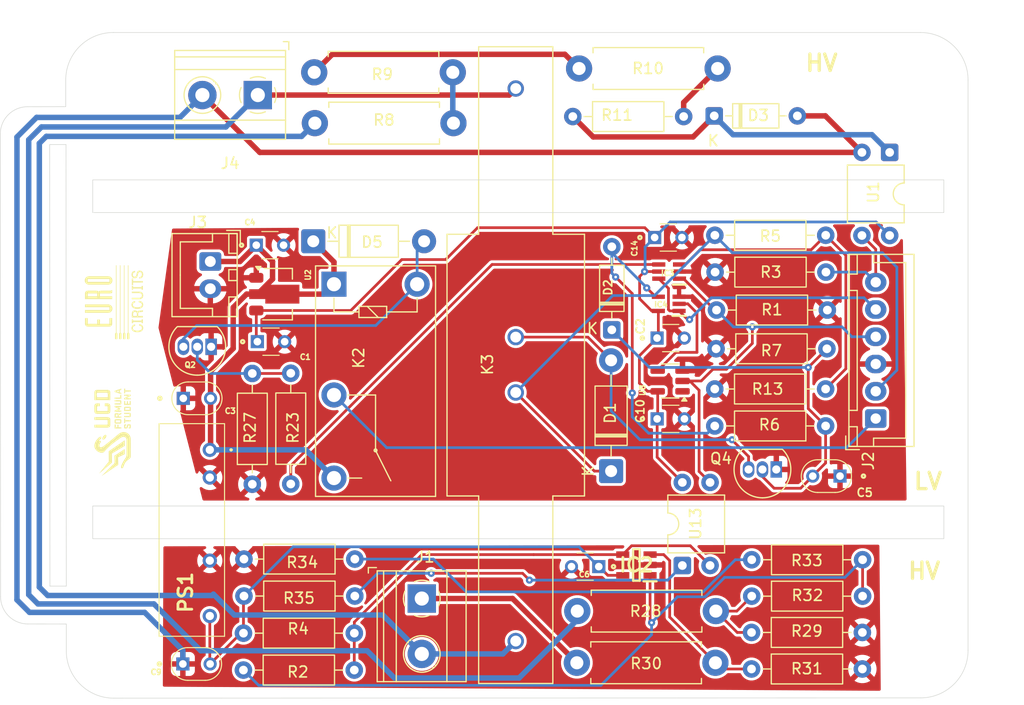
<source format=kicad_pcb>
(kicad_pcb (version 20241229) (generator "pcbnew") (generator_version "9.0")
  (title_block (title "Precharge Board") (date "2022-02-10") (rev "02") (company "UCD Formula Student") (comment 1 "Author: Darren Garrett"))
  (layers (0 "F.Cu" signal) (2 "B.Cu" signal) (13 "F.Paste" user) (15 "B.Paste" user) (5 "F.SilkS" user "F.Silkscreen") (7 "B.SilkS" user "B.Silkscreen") (1 "F.Mask" user) (3 "B.Mask" user) (25 "Edge.Cuts" user))
  (net 0 "")
  (net 1 "GLV-")
  (net 2 "3.3V")
  (net 3 "GLV+")
  (net 4 "Net-(D2-K)")
  (net 5 "12V_HV")
  (net 6 "TS-")
  (net 7 "Net-(D1-A)")
  (net 8 "SDWN_PC")
  (net 9 "Net-(D2-A)")
  (net 10 "Net-(D5-A)")
  (net 11 "Net-(IC2-IN-)")
  (net 12 "Net-(IC2-OUT)")
  (net 13 "Net-(IC2-IN+)")
  (net 14 "Net-(IC3-Y)")
  (net 15 "Precharge_done")
  (net 16 "Net-(IC3-B)")
  (net 17 "Precharge_EN")
  (net 18 "Precharge NOT done")
  (net 19 "PRE_RESIST-")
  (net 20 "PRE_RESIST+")
  (net 21 "Precharge_ON")
  (net 22 "Shutdown_AIR1+")
  (net 23 "TS+")
  (net 24 "Net-(Q2-G)")
  (net 25 "Net-(R28-Pad2)")
  (net 26 "Net-(R33-Pad2)")
  (net 27 "Net-(R35-Pad1)")
  (net 29 "Net-(D3-K)")
  (net 30 "Net-(R8-Pad2)")
  (net 31 "Net-(R10-Pad1)")
  (net 32 "Net-(R10-Pad2)")
  (footprint "Resistor_THT:R_Axial_DIN0207_L6.3mm_D2.5mm_P10.16mm_Horizontal" (layer "F.Cu") (at 56.39 78.285 180)
    (property "Reference" "R34")
    (property "Value" "1.8M")
  )
  (footprint "Resistor_THT:R_Axial_DIN0207_L6.3mm_D2.5mm_P10.16mm_Horizontal" (layer "F.Cu") (at 102.93 78.345 180)
    (property "Reference" "R33")
    (property "Value" "100k")
  )
  (footprint "Resistor_THT:R_Axial_DIN0207_L6.3mm_D2.5mm_P10.16mm_Horizontal" (layer "F.Cu") (at 89.5 58.995)
    (property "Reference" "R7")
    (property "Value" "100k")
  )
  (footprint "Resistor_THT:R_Axial_DIN0207_L6.3mm_D2.5mm_P10.16mm_Horizontal" (layer "F.Cu") (at 99.7 55.445 180)
    (property "Reference" "R1")
    (property "Value" "100k")
  )
  (footprint "Resistor_THT:R_Axial_DIN0207_L6.3mm_D2.5mm_P10.16mm_Horizontal" (layer "F.Cu") (at 89.38 62.685)
    (property "Reference" "R13")
    (property "Value" "10k")
  )
  (footprint "Resistor_THT:R_Axial_DIN0207_L6.3mm_D2.5mm_P10.16mm_Horizontal" (layer "F.Cu") (at 89.41 51.965)
    (property "Reference" "R3")
    (property "Value" "100k")
  )
  (footprint "Resistor_THT:R_Axial_DIN0207_L6.3mm_D2.5mm_P10.16mm_Horizontal" (layer "F.Cu") (at 92.77 81.685)
    (property "Reference" "R32")
    (property "Value" "100k")
  )
  (footprint "Diode_THT:D_DO-35_SOD27_P7.62mm_Horizontal" (layer "F.Cu") (at 89.33 37.635)
    (property "Reference" "D3")
    (property "Value" "1N4148")
  )
  (footprint "Diode_THT:D_DO-41_SOD81_P10.16mm_Horizontal" (layer "F.Cu") (at 52.58 49.135)
    (property "Reference" "D5")
    (property "Value" "1N4001")
  )
  (footprint "FA14_Capacitor:FA14X7R1H224KNU00" (layer "F.Cu") (at 100.86 70.675 180)
    (property "Reference" "C5")
    (property "Value" "2.2uF" (hide yes))
  )
  (footprint "FA14_Capacitor:FA18X7R1H104KNU00" (layer "F.Cu") (at 83.87 48.79)
    (property "Reference" "C14")
    (property "Value" "0.1uF" (hide yes))
  )
  (footprint "Resistor_THT:R_Axial_DIN0207_L6.3mm_D2.5mm_P10.16mm_Horizontal" (layer "F.Cu") (at 76.37 37.695)
    (property "Reference" "R11")
    (property "Value" "330")
  )
  (footprint "MountingHole:MountingHole_3.2mm_M3" (layer "F.Cu") (at 108.245 86.665)
    (property "Reference" "REF**" (hide yes))
    (property "Value" "MountingHole_3.2mm_M3")
  )
  (footprint "Resistor_THT:R_Axial_DIN0411_L9.9mm_D3.6mm_P12.70mm_Horizontal" (layer "F.Cu") (at 76.78 83.055)
    (property "Reference" "R28")
    (property "Value" "330k")
  )
  (footprint "Resistor_THT:R_Axial_DIN0411_L9.9mm_D3.6mm_P12.70mm_Horizontal" (layer "F.Cu") (at 52.73 38.3)
    (property "Reference" "R8")
    (property "Value" "56k")
  )
  (footprint "Resistor_THT:R_Axial_DIN0207_L6.3mm_D2.5mm_P10.16mm_Horizontal" (layer "F.Cu") (at 56.345 85.08 180)
    (property "Reference" "R4")
    (property "Value" "10k")
  )
  (footprint "FA14_Capacitor:FA18X7R1H104KNU00" (layer "F.Cu") (at 84.0925 58.015)
    (property "Reference" "C2")
    (property "Value" "0.1uF" (hide yes))
  )
  (footprint "TLV1701AIDBVT:SOT95P280X145-5N" (layer "F.Cu") (at 82.2 78.825 180)
    (property "Reference" "IC2")
    (property "Value" "TLV1701AIDBVT" (hide yes))
  )
  (footprint "Resistor_THT:R_Axial_DIN0411_L9.9mm_D3.6mm_P12.70mm_Horizontal" (layer "F.Cu") (at 65.37 33.64 180)
    (property "Reference" "R9")
    (property "Value" "56k")
  )
  (footprint "Phoenix 1x2 Connector:Phoenix_1x2_1729128" (layer "F.Cu") (at 62.53 81.905 -90)
    (property "Reference" "J1")
    (property "Value" "Conn_01x02")
  )
  (footprint "Resistor_THT:R_Axial_DIN0207_L6.3mm_D2.5mm_P10.16mm_Horizontal" (layer "F.Cu") (at 99.54 66.075 180)
    (property "Reference" "R6")
    (property "Value" "100k")
  )
  (footprint "Resistor_THT:R_Axial_DIN0207_L6.3mm_D2.5mm_P10.16mm_Horizontal" (layer "F.Cu") (at 92.75 85.015)
    (property "Reference" "R29")
    (property "Value" "5.6k")
  )
  (footprint "Diode_THT:D_DO-35_SOD27_P7.62mm_Horizontal" (layer "F.Cu") (at 79.945 57.26 90)
    (property "Reference" "D2")
    (property "Value" "1N4148")
  )
  (footprint "Package_TO_SOT_SMD:SOT-89-3" (layer "F.Cu") (at 49.31 53.985)
    (property "Reference" "U2")
    (property "Value" "MCP1703AT-3302E/MBVAO")
  )
  (footprint "Relay_THT:Relay_SPST_Omron-G5Q-1A" (layer "F.Cu") (at 54.48 53.075 -90)
    (property "Reference" "K2")
    (property "Value" "G5Q-1A4-DC12")
  )
  (footprint "Resistor_THT:R_Axial_DIN0207_L6.3mm_D2.5mm_P10.16mm_Horizontal" (layer "F.Cu") (at 46.995 71.42 90)
    (property "Reference" "R27")
    (property "Value" "10k")
  )
  (footprint "Resistor_THT:R_Axial_DIN0207_L6.3mm_D2.5mm_P10.16mm_Horizontal" (layer "F.Cu") (at 50.52 71.4 90)
    (property "Reference" "R23")
    (property "Value" "100")
  )
  (footprint "Package_DIP:DIP-4_W7.62mm" (layer "F.Cu") (at 86.41 78.875 90)
    (property "Reference" "U13")
    (property "Value" "HCPL-817-000E")
  )
  (footprint "Resistor_THT:R_Axial_DIN0207_L6.3mm_D2.5mm_P10.16mm_Horizontal" (layer "F.Cu") (at 99.55 48.585 180)
    (property "Reference" "R5")
    (property "Value" "27k")
  )
  (footprint "Pickering Relay:67-1-A-12_2D" (layer "F.Cu") (at 71.14 60.465 90)
    (property "Reference" "K3")
    (property "Value" "67-1-A-12/2D")
  )
  (footprint "Package_TO_SOT_THT:TO-92_Inline" (layer "F.Cu") (at 43.22 58.815 180)
    (property "Reference" "Q2")
    (property "Value" "2N7000")
  )
  (footprint "SOT65:SOT65P210X110-6N" (layer "F.Cu") (at 85.2 51.915 180)
    (property "Reference" "IC3")
    (property "Value" "SN74LVC1G11DCKRE4" (hide yes))
  )
  (footprint "FA14_Capacitor:FA18X7R1H104KNU00" (layer "F.Cu") (at 47.46 58.345)
    (property "Reference" "C1")
    (property "Value" "1uF" (hide yes))
  )
  (footprint "Resistor_THT:R_Axial_DIN0207_L6.3mm_D2.5mm_P10.16mm_Horizontal" (layer "F.Cu") (at 56.39 81.675 180)
    (property "Reference" "R35")
    (property "Value" "2.2k")
  )
  (footprint "FA14_Capacitor:FA18X7R1H104KNU00" (layer "F.Cu") (at 78.75 78.975 180)
    (property "Reference" "C6")
    (property "Value" "0.1uF" (hide yes))
  )
  (footprint "Resistor_THT:R_Axial_DIN0411_L9.9mm_D3.6mm_P12.70mm_Horizontal" (layer "F.Cu") (at 76.945 33.29)
    (property "Reference" "R10")
    (property "Value" "56k")
  )
  (footprint "MountingHole:MountingHole_3.2mm_M3" (layer "F.Cu") (at 108.245 34.34)
    (property "Reference" "REF**" (hide yes))
    (property "Value" "MountingHole_3.2mm_M3")
  )
  (footprint "Resistor_THT:R_Axial_DIN0411_L9.9mm_D3.6mm_P12.70mm_Horizontal" (layer "F.Cu") (at 76.74 87.795)
    (property "Reference" "R30")
    (property "Value" "330k")
  )
  (footprint "FA14_Capacitor:FA14X7R1H224KNU00" (layer "F.Cu") (at 40.63 87.905)
    (property "Reference" "C9")
    (property "Value" "2.2uF" (hide yes))
  )
  (footprint "Connector_JST:JST_XH_B2B-XH-A_1x02_P2.50mm_Vertical" (layer "F.Cu") (at 43.145 50.99 -90)
    (property "Reference" "J3")
    (property "Value" "Conn_01x02")
  )
  (footprint "Package_DIP:DIP-4_W7.62mm" (layer "F.Cu") (at 105.41 40.985 -90)
    (property "Reference" "U1")
    (property "Value" "HCPL-817-000E")
  )
  (footprint "MPF1212S-1W:MPF1212S-1W" (layer "F.Cu") (at 43.1 68.265 -90)
    (property "Reference" "PS1")
    (property "Value" "MPF1212S-1W" (hide yes))
  )
  (footprint "MountingHole:MountingHole_3.2mm_M3" (layer "F.Cu") (at 34.295 86.69)
    (property "Reference" "REF**" (hide yes))
    (property "Value" "MountingHole_3.2mm_M3")
  )
  (footprint "Package_TO_SOT_THT:TO-92_Inline" (layer "F.Cu") (at 95.02 70.065 180)
    (property "Reference" "Q4")
    (property "Value" "2N7000")
  )
  (footprint "Package_TO_SOT_SMD:SOT-23-5" (layer "F.Cu") (at 85.2875 61.9475 180)
    (property "Reference" "U8")
    (property "Value" "SN74LVC1G04QDBVRQ1")
  )
  (footprint "MountingHole:MountingHole_3.2mm_M3" (layer "F.Cu") (at 34.245002 34.340002)
    (property "Reference" "REF**" (hide yes))
    (property "Value" "MountingHole_3.2mm_M3")
  )
  (footprint "FA14_Capacitor:FA18X7R1H104KNU00" (layer "F.Cu") (at 47.36 49.495)
    (property "Reference" "C4")
    (property "Value" "1uF" (hide yes))
  )
  (footprint "Resistor_THT:R_Axial_DIN0207_L6.3mm_D2.5mm_P10.16mm_Horizontal" (layer "F.Cu") (at 46.18 88.465)
    (property "Reference" "R2")
    (property "Value" "1M")
  )
  (footprint "Diode_THT:D_DO-41_SOD81_P10.16mm_Horizontal" (layer "F.Cu") (at 79.88 70.215 90)
    (property "Reference" "D1")
    (property "Value" "1N4001")
  )
  (footprint "Phoenix 1x2 Connector:Phoenix_1x2_1729128" (layer "F.Cu") (at 47.5 35.725 180)
    (property "Reference" "J4")
    (property "Value" "Conn_01x02")
  )
  (footprint "Resistor_THT:R_Axial_DIN0207_L6.3mm_D2.5mm_P10.16mm_Horizontal" (layer "F.Cu") (at 92.75 88.365)
    (property "Reference" "R31")
    (property "Value" "5.6k")
  )
  (footprint "FA14_Capacitor:FA18X7R1H104KNU00" (layer "F.Cu") (at 84.1 65.425)
    (property "Reference" "C10")
    (property "Value" "0.1uF" (hide yes))
  )
  (footprint "Connector_JST:JST_XH_B6B-XH-A_1x06_P2.50mm_Vertical" (layer "F.Cu") (at 104.135 65.395 90)
    (property "Reference" "J2")
    (property "Value" "Conn_01x06")
  )
  (footprint "FA14_Capacitor:FA14X7R1H224KNU00" (layer "F.Cu") (at 40.67 63.54)
    (property "Reference" "C3")
    (property "Value" "2.2uF" (hide yes))
  )
  (footprint "AND:SOT65P210X110-5N" (layer "F.Cu") (at 85.16 54.875 180)
    (property "Reference" "IC4")
    (property "Value" "SN74LVC1G08IDCKRQ1" (hide yes))
  )
  (gr_poly (pts (xy 34.373802 65.005958) (xy 34.374229 64.996308) (xy 34.374918 64.987916) (xy 34.375919 64.980592) (xy 34.377279 64.974146) (xy 34.379047 64.968388) (xy 34.381272 64.963129) (xy 34.384002 64.95818) (xy 34.387286 64.95335) (xy 34.391173 64.94845) (xy 34.395711 64.94329) (xy 34.406936 64.931431) (xy 34.409975 64.928898) (xy 34.413048 64.926528) (xy 34.416156 64.924314) (xy 34.419298 64.922252) (xy 34.42568 64.918562) (xy 34.432187 64.915413) (xy 34.438816 64.912763) (xy 34.445559 64.910569) (xy 34.452412 64.908787) (xy 34.459369 64.907375) (xy 34.466424 64.906289) (xy 34.473572 64.905487) (xy 34.480807 64.904924) (xy 34.488123 64.904559) (xy 34.502978 64.904248) (xy 34.518092 64.904208) (xy 34.529416 64.904168) (xy 34.553011 64.90414) (xy 34.570906 64.904086) (xy 34.588801 64.903984) (xy 34.611854 64.90396) (xy 34.622506 64.903874) (xy 34.637263 64.904195) (xy 34.644479 64.904593) (xy 34.651587 64.905185) (xy 34.658585 64.905994) (xy 34.665473 64.907048) (xy 34.672251 64.908372) (xy 34.678919 64.90999) (xy 34.685475 64.911929) (xy 34.69192 64.914215) (xy 34.698252 64.916872) (xy 34.704473 64.919926) (xy 34.71058 64.923403) (xy 34.716574 64.927328) (xy 34.722453 64.931727) (xy 34.728219 64.936625) (xy 34.730006 64.938967) (xy 34.731737 64.941327) (xy 34.73504 64.9461) (xy 34.73816 64.950946) (xy 34.741124 64.955865) (xy 34.743964 64.96086) (xy 34.746709 64.965932) (xy 34.749388 64.971082) (xy 34.752031 64.976312) (xy 34.78899 64.958701) (xy 34.800915 64.953015) (xy 34.840512 64.933962) (xy 34.880024 64.914735) (xy 34.899025 64.905455) (xy 34.927449 64.891538) (xy 34.954267 64.878411) (xy 34.962473 64.874358) (xy 34.968711 64.871331) (xy 34.973506 64.869057) (xy 34.975464 64.868168) (xy 34.977183 64.867427) (xy 34.978704 64.86682) (xy 34.980067 64.866334) (xy 34.981312 64.865956) (xy 34.982481 64.865671) (xy 34.983614 64.865467) (xy 34.984752 64.865331) (xy 34.985934 64.865248) (xy 34.987202 64.865205) (xy 34.990156 64.865188) (xy 34.990156 64.988219) (xy 34.954648 65.005969) (xy 34.905929 65.030402) (xy 34.868616 65.048992) (xy 34.831189 65.067316) (xy 34.793649 65.08541) (xy 34.756 65.103313) (xy 34.752031 65.210469) (xy 34.990156 65.210469) (xy 34.990156 65.321594) (xy 34.482156 65.321594) (xy 34.482156 65.210469) (xy 34.648844 65.210469) (xy 34.649498 65.13482) (xy 34.649742 65.109077) (xy 34.649909 65.090591) (xy 34.650007 65.072105) (xy 34.650193 65.060453) (xy 34.650196 65.049621) (xy 34.650276 65.040087) (xy 34.649919 65.038207) (xy 34.649528 65.036476) (xy 34.649097 65.034882) (xy 34.648619 65.033408) (xy 34.648088 65.032041) (xy 34.647497 65.030767) (xy 34.646841 65.029571) (xy 34.646112 65.028439) (xy 34.645306 65.027356) (xy 34.644415 65.026309) (xy 34.643432 65.025283) (xy 34.642353 65.024264) (xy 34.64117 65.023237) (xy 34.639878 65.022189) (xy 34.638469 65.021104) (xy 34.636938 65.019969) (xy 34.632863 65.019558) (xy 34.628852 65.01921) (xy 34.624885 65.018925) (xy 34.620938 65.018702) (xy 34.616992 65.018537) (xy 34.613024 65.018431) (xy 34.609014 65.018382) (xy 34.60494 65.018387) (xy 34.595466 65.018353) (xy 34.585558 65.018363) (xy 34.575651 65.018417) (xy 34.560483 65.018431) (xy 34.545315 65.018341) (xy 34.526061 65.018387) (xy 34.51689 65.018315) (xy 34.511657 65.018307) (xy 34.509487 65.01833) (xy 34.507556 65.018383) (xy 34.505821 65.018476) (xy 34.50424 65.018619) (xy 34.502768 65.018822) (xy 34.501363 65.019093) (xy 34.49998 65.019443) (xy 34.498577 65.019881) (xy 34.49711 65.020418) (xy 34.495536 65.021062) (xy 34.493811 65.021824) (xy 34.491893 65.022712) (xy 34.487302 65.024909) (xy 34.48615 65.026526) (xy 34.48514 65.028065) (xy 34.484265 65.029541) (xy 34.483513 65.030968) (xy 34.482877 65.032361) (xy 34.482347 65.033735) (xy 34.481912 65.035103) (xy 34.481565 65.036482) (xy 34.481296 65.037885) (xy 34.481095 65.039327) (xy 34.480953 65.040823) (xy 34.480861 65.042388) (xy 34.48081 65.044035) (xy 34.480789 65.04578) (xy 34.480805 65.049621) (xy 34.480807 65.060453) (xy 34.480994 65.072105) (xy 34.481045 65.084067) (xy 34.481197 65.102992) (xy 34.481412 65.121916) (xy 34.481575 65.147566) (xy 34.482156 65.210469) (xy 34.482156 65.321594) (xy 34.375 65.321594) (xy 34.374256 65.161356) (xy 34.373927 65.110965) (xy 34.373864 65.080867) (xy 34.37382 65.070898) (xy 34.373743 65.060929) (xy 34.37354 65.02979)) (fill yes) (layer "F.SilkS"))
  (gr_poly (pts (xy 33.207584 70.638986) (xy 33.21505 70.630477) (xy 33.222638 70.622106) (xy 33.230337 70.61385) (xy 33.238137 70.605686) (xy 33.246025 70.597592) (xy 33.262028 70.581521) (xy 33.273399 70.570168) (xy 33.297761 70.545878) (xy 33.33635 70.507385) (xy 33.425237 70.418721) (xy 33.506718 70.337432) (xy 33.545009 70.299253) (xy 33.56891 70.275404) (xy 33.585126 70.259261) (xy 33.595699 70.248619) (xy 33.600933 70.243267) (xy 33.606121 70.237878) (xy 33.611255 70.232439) (xy 33.616328 70.226937) (xy 33.621331 70.221361) (xy 33.626257 70.215696) (xy 33.633774 70.207151) (xy 33.641453 70.19876) (xy 33.649268 70.190497) (xy 33.65719 70.182336) (xy 33.673245 70.166213) (xy 33.689399 70.150183) (xy 33.704056 70.135543) (xy 33.735479 70.104191) (xy 33.785222 70.054544) (xy 33.899783 69.940207) (xy 34.004827 69.835354) (xy 34.05422 69.786073) (xy 34.085003 69.755343) (xy 34.099214 69.741175) (xy 34.118706 69.721714) (xy 34.124778 69.715641) (xy 34.128739 69.711601) (xy 34.132643 69.707531) (xy 34.136492 69.703427) (xy 34.140289 69.699283) (xy 34.144037 69.695096) (xy 34.14774 69.69086) (xy 34.151399 69.686571) (xy 34.155019 69.682224) (xy 34.157544 69.679349) (xy 34.16012 69.676571) (xy 34.162746 69.673883) (xy 34.165421 69.671275) (xy 34.168142 69.668742) (xy 34.170907 69.666275) (xy 34.173715 69.663867) (xy 34.176563 69.66151) (xy 34.182373 69.656917) (xy 34.188323 69.652438) (xy 34.20058 69.64357) (xy 34.228421 69.622872) (xy 34.242333 69.612021) (xy 34.256096 69.600805) (xy 34.269602 69.589202) (xy 34.282745 69.577187) (xy 34.295418 69.56474) (xy 34.307513 69.551835) (xy 34.318923 69.538451) (xy 34.329541 69.524564) (xy 34.339259 69.510152) (xy 34.347971 69.495192) (xy 34.351916 69.487499) (xy 34.355569 69.47966) (xy 34.358917 69.471673) (xy 34.361946 69.463534) (xy 34.364643 69.455241) (xy 34.366994 69.446791) (xy 34.368987 69.438181) (xy 34.370607 69.429408) (xy 34.372333 69.414821) (xy 34.373676 69.400223) (xy 34.374675 69.385612) (xy 34.375373 69.370989) (xy 34.375808 69.356352) (xy 34.376022 69.341702) (xy 34.375946 69.312358) (xy 34.375833 69.301283) (xy 34.375113 69.267269) (xy 34.373901 69.233286) (xy 34.372285 69.199319) (xy 34.37035 69.165353) (xy 34.367814 69.119149) (xy 34.36575 69.072926) (xy 34.364068 69.026686) (xy 34.362679 68.980434) (xy 34.36212 68.964275) (xy 34.361398 68.948136) (xy 34.360522 68.932004) (xy 34.3595 68.915868) (xy 34.357419 68.883196) (xy 34.356064 68.858336) (xy 34.355558 68.839831) (xy 34.355662 68.832507) (xy 34.356026 68.826227) (xy 34.356665 68.820808) (xy 34.357594 68.816069) (xy 34.358829 68.811829) (xy 34.360385 68.807904) (xy 34.362278 68.804113) (xy 34.364524 68.800275) (xy 34.370137 68.791728) (xy 34.373412 68.788722) (xy 34.376734 68.78588) (xy 34.380107 68.783193) (xy 34.38353 68.780651) (xy 34.387006 68.778245) (xy 34.390536 68.775967) (xy 34.394121 68.773807) (xy 34.397764 68.771757) (xy 34.401465 68.769807) (xy 34.405227 68.767948) (xy 34.40905 68.766171) (xy 34.412937 68.764468) (xy 34.416889 68.762829) (xy 34.420907 68.761245) (xy 34.429148 68.758206) (xy 34.431783 68.757137) (xy 34.434354 68.756009) (xy 34.436868 68.754826) (xy 34.439331 68.75359) (xy 34.441748 68.752305) (xy 34.444126 68.750973) (xy 34.448788 68.748179) (xy 34.453366 68.745231) (xy 34.457907 68.74215) (xy 34.467072 68.73568) (xy 34.479998 68.726995) (xy 34.492822 68.718348) (xy 34.515835 68.702973) (xy 34.538939 68.687755) (xy 34.56219 68.672765) (xy 34.585645 68.658075) (xy 34.611714 68.641712) (xy 34.637589 68.625046) (xy 34.689091 68.591326) (xy 34.740869 68.557613) (xy 34.750648 68.55126) (xy 34.770083 68.538634) (xy 34.8195 68.506515) (xy 34.839344 68.493617) (xy 34.849266 68.487168) (xy 35.127089 68.306583) (xy 35.146826 68.293752) (xy 35.198066 68.260469) (xy 35.20874 68.253539) (xy 35.228739 68.240563) (xy 35.238002 68.234548) (xy 35.246984 68.22872) (xy 35.251764 68.22556) (xy 35.256531 68.222379) (xy 35.266025 68.215958) (xy 35.275736 68.20934) (xy 35.284492 68.203301) (xy 35.286914 68.20186) (xy 35.287924 68.201278) (xy 35.28883 68.200778) (xy 35.289655 68.200355) (xy 35.29042 68.200003) (xy 35.291149 68.199714) (xy 35.291862 68.199483) (xy 35.292584 68.199303) (xy 35.293335 68.199167) (xy 35.294138 68.199071) (xy 35.295016 68.199006) (xy 35.295991 68.198966) (xy 35.297085 68.198946) (xy 35.299719 68.198937) (xy 35.299719 68.66725) (xy 35.238521 68.697558) (xy 35.207804 68.712427) (xy 35.176936 68.727029) (xy 35.168816 68.730829) (xy 35.10227 68.761634) (xy 35.035527 68.79201) (xy 34.971131 68.821505) (xy 34.906965 68.851497) (xy 34.834505 68.885176) (xy 34.761783 68.918289) (xy 34.753705 68.921943) (xy 34.732091 68.931704) (xy 34.726885 68.934125) (xy 34.721709 68.93661) (xy 34.71657 68.939172) (xy 34.714018 68.940486) (xy 34.71148 68.941825) (xy 34.709122 68.942894) (xy 34.708122 68.943326) (xy 34.707204 68.943697) (xy 34.706341 68.94401) (xy 34.705505 68.944272) (xy 34.704668 68.944486) (xy 34.703802 68.944658) (xy 34.70288 68.944791) (xy 34.701873 68.944892) (xy 34.700753 68.944964) (xy 34.699494 68.945012) (xy 34.698067 68.945041) (xy 34.696444 68.945056) (xy 34.6925 68.945062) (xy 34.692844 68.9558) (xy 34.696405 69.085645) (xy 34.698875 69.215516) (xy 34.700035 69.278323) (xy 34.70082 69.30972) (xy 34.701782 69.341117) (xy 34.702622 69.36851) (xy 34.703289 69.395902) (xy 34.703776 69.423297) (xy 34.704076 69.450702) (xy 34.70424 69.465193) (xy 34.704513 69.479671) (xy 34.704925 69.494145) (xy 34.705508 69.508625) (xy 34.70716 69.546391) (xy 34.708112 69.575164) (xy 34.708258 69.586715) (xy 34.708148 69.59666) (xy 34.707755 69.605215) (xy 34.707051 69.612594) (xy 34.706009 69.619011) (xy 34.704603 69.624682) (xy 34.702805 69.62982) (xy 34.700589 69.634639) (xy 34.697926 69.639355) (xy 34.694789 69.644181) (xy 34.686989 69.655025) (xy 34.681575 69.660658) (xy 34.675961 69.666043) (xy 34.670159 69.671194) (xy 34.664184 69.676125) (xy 34.65805 69.680852) (xy 34.651771 69.685388) (xy 34.645361 69.689748) (xy 34.638834 69.693946) (xy 34.632205 69.697997) (xy 34.625486 69.701916) (xy 34.61184 69.709411) (xy 34.598008 69.716549) (xy 34.584102 69.723444) (xy 34.576784 69.727223) (xy 34.569631 69.731225) (xy 34.562616 69.735422) (xy 34.555714 69.739788) (xy 34.5489 69.744296) (xy 34.542147 69.74892) (xy 34.528727 69.758408) (xy 34.51982 69.764439) (xy 34.510894 69.770444) (xy 34.502115 69.776367) (xy 34.49307 69.782469) (xy 34.473115 69.795935) (xy 34.229273 69.960401) (xy 34.15399 70.011168) (xy 34.14327 70.018398) (xy 33.980228 70.128415) (xy 33.81454 70.240196) (xy 33.660625 70.344047) (xy 33.506674 70.447921) (xy 33.474645 70.469522) (xy 33.464021 70.476687) (xy 33.442781 70.491012) (xy 33.377068 70.535317) (xy 33.333449 70.56473) (xy 33.312914 70.578572) (xy 33.284447 70.597768) (xy 33.27562 70.60371) (xy 33.261434 70.613384) (xy 33.24735 70.623192) (xy 33.233371 70.63315) (xy 33.219498 70.643271) (xy 33.217052 70.644718) (xy 33.216016 70.645304) (xy 33.215068 70.645806) (xy 33.214179 70.646231) (xy 33.213321 70.646585) (xy 33.212895 70.646738) (xy 33.212466 70.646875) (xy 33.212031 70.646998) (xy 33.211586 70.647108) (xy 33.211127 70.647204) (xy 33.210652 70.647289) (xy 33.209637 70.647425) (xy 33.208512 70.647522) (xy 33.207248 70.647587) (xy 33.205819 70.647627) (xy 33.204195 70.647647) (xy 33.20025 70.647656)) (fill yes) (layer "F.SilkS"))
  (gr_poly (pts (xy 36.588849 54.319828) (xy 36.623512 54.319033) (xy 36.639993 54.318036) (xy 36.655907 54.316635) (xy 36.671256 54.31483) (xy 36.686039 54.312616) (xy 36.700257 54.309992) (xy 36.713911 54.306956) (xy 36.727002 54.303504) (xy 36.739529 54.299634) (xy 36.751494 54.295345) (xy 36.762896 54.290633) (xy 36.773738 54.285496) (xy 36.784018 54.279932) (xy 36.793737 54.273939) (xy 36.802897 54.267513) (xy 36.811498 54.260652) (xy 36.819539 54.253355) (xy 36.827023 54.245618) (xy 36.833949 54.23744) (xy 36.840317 54.228817) (xy 36.846129 54.219748) (xy 36.851385 54.210229) (xy 36.856085 54.200259) (xy 36.86023 54.189835) (xy 36.863821 54.178955) (xy 36.866858 54.167616) (xy 36.869342 54.155815) (xy 36.871272 54.143551) (xy 36.872651 54.130822) (xy 36.873477 54.117623) (xy 36.873753 54.103954) (xy 36.873473 54.090546) (xy 36.872634 54.077584) (xy 36.871237 54.065068) (xy 36.869281 54.052994) (xy 36.866767 54.041363) (xy 36.863694 54.030173) (xy 36.860064 54.019422) (xy 36.855877 54.00911) (xy 36.851132 53.999234) (xy 36.845831 53.989793) (xy 36.839972 53.980787) (xy 36.833558 53.972213) (xy 36.826587 53.964071) (xy 36.819061 53.956359) (xy 36.810979 53.949075) (xy 36.802342 53.942219) (xy 36.793149 53.935789) (xy 36.783402 53.929783) (xy 36.773101 53.924201) (xy 36.762245 53.919041) (xy 36.750836 53.914301) (xy 36.738873 53.90998) (xy 36.713286 53.902592) (xy 36.685489 53.896863) (xy 36.655482 53.892785) (xy 36.623268 53.890346) (xy 36.588849 53.889536) (xy 35.95 53.889536) (xy 35.95 53.752958) (xy 36.581507 53.752958) (xy 36.632639 53.75427) (xy 36.656909 53.755914) (xy 36.680317 53.758221) (xy 36.702868 53.761194) (xy 36.724563 53.764835) (xy 36.745405 53.769148) (xy 36.765397 53.774136) (xy 36.784542 53.779802) (xy 36.802841 53.786148) (xy 36.820299 53.793177) (xy 36.836917 53.800894) (xy 36.852699 53.809299) (xy 36.867646 53.818397) (xy 36.881763 53.828191) (xy 36.89505 53.838683) (xy 36.907511 53.849876) (xy 36.919149 53.861774) (xy 36.929967 53.874379) (xy 36.939966 53.887694) (xy 36.94915 53.901722) (xy 36.957521 53.916467) (xy 36.965083 53.93193) (xy 36.971837 53.948116) (xy 36.977786 53.965027) (xy 36.982934 53.982666) (xy 36.987282 54.001036) (xy 36.990834 54.02014) (xy 36.993592 54.03998) (xy 36.995558 54.060561) (xy 36.996736 54.081884) (xy 36.997128 54.103954) (xy 36.995542 54.147342) (xy 36.993557 54.167921) (xy 36.990774 54.187761) (xy 36.987192 54.206863) (xy 36.982809 54.225232) (xy 36.977623 54.24287) (xy 36.971632 54.259781) (xy 36.964835 54.275966) (xy 36.957228 54.29143) (xy 36.948812 54.306174) (xy 36.939582 54.320203) (xy 36.929539 54.333518) (xy 36.918679 54.346123) (xy 36.907002 54.358021) (xy 36.894504 54.369215) (xy 36.881185 54.379708) (xy 36.867042 54.389502) (xy 36.852074 54.398601) (xy 36.836278 54.407008) (xy 36.819653 54.414725) (xy 36.802197 54.421755) (xy 36.783907 54.428102) (xy 36.764783 54.433768) (xy 36.744822 54.438757) (xy 36.724022 54.443071) (xy 36.6799 54.449686) (xy 36.6324 54.453638) (xy 36.581507 54.45495) (xy 35.95 54.45495) (xy 35.95 54.319828)) (fill yes) (layer "F.SilkS"))
  (gr_poly (pts (xy 31.65621 53.909095) (xy 31.657206 53.895907) (xy 31.658848 53.882915) (xy 31.661117 53.870136) (xy 31.664 53.857584) (xy 31.667479 53.845277) (xy 31.671539 53.83323) (xy 31.676163 53.821459) (xy 31.681336 53.80998) (xy 31.687041 53.79881) (xy 31.693263 53.787964) (xy 31.699986 53.777458) (xy 31.707193 53.767308) (xy 31.714868 53.757531) (xy 31.722996 53.748143) (xy 31.73156 53.739158) (xy 31.740545 53.730594) (xy 31.749934 53.722467) (xy 31.759711 53.714792) (xy 31.769861 53.707585) (xy 31.780367 53.700863) (xy 31.791213 53.694641) (xy 31.802384 53.688936) (xy 31.813863 53.683763) (xy 31.825634 53.679139) (xy 31.837681 53.67508) (xy 31.849988 53.671601) (xy 31.862539 53.668718) (xy 31.875319 53.666449) (xy 31.888311 53.664808) (xy 31.901498 53.663811) (xy 31.914866 53.663476) (xy 32.705812 53.663476) (xy 32.716754 53.663628) (xy 32.727277 53.66408) (xy 32.737392 53.664825) (xy 32.747112 53.665853) (xy 32.756447 53.667159) (xy 32.76541 53.668733) (xy 32.77401 53.670569) (xy 32.782261 53.672658) (xy 32.790174 53.674994) (xy 32.79776 53.677568) (xy 32.805031 53.680373) (xy 32.811998 53.6834) (xy 32.818672 53.686643) (xy 32.825066 53.690094) (xy 32.831191 53.693744) (xy 32.837058 53.697587) (xy 32.84268 53.701615) (xy 32.848066 53.705819) (xy 32.85323 53.710193) (xy 32.858182 53.714728) (xy 32.862934 53.719418) (xy 32.867498 53.724253) (xy 32.876106 53.734333) (xy 32.884099 53.744905) (xy 32.891568 53.755909) (xy 32.898607 53.767283) (xy 32.905307 53.778966) (xy 32.910247 53.767283) (xy 32.915951 53.755909) (xy 32.922526 53.744905) (xy 32.93008 53.734333) (xy 32.938721 53.724253) (xy 32.948556 53.714728) (xy 32.959693 53.705819) (xy 32.97224 53.697587) (xy 32.986305 53.690094) (xy 33.001994 53.6834) (xy 33.019417 53.677568) (xy 33.03868 53.672658) (xy 33.05989 53.668733) (xy 33.083157 53.665853) (xy 33.108587 53.66408) (xy 33.136288 53.663476) (xy 33.96925 53.663476) (xy 33.982171 53.663153) (xy 33.994725 53.662205) (xy 34.006951 53.660662) (xy 34.018891 53.658555) (xy 34.030585 53.655915) (xy 34.042075 53.652773) (xy 34.053402 53.649159) (xy 34.064605 53.645104) (xy 34.075727 53.640639) (xy 34.086808 53.635794) (xy 34.097889 53.630601) (xy 34.10901 53.625089) (xy 34.131539 53.613236) (xy 34.154723 53.600479) (xy 34.154723 53.866464) (xy 34.134265 53.876907) (xy 34.112454 53.887023) (xy 34.101131 53.891856) (xy 34.089577 53.896484) (xy 34.077828 53.900866) (xy 34.06592 53.904961) (xy 34.05389 53.908728) (xy 34.041772 53.912126) (xy 34.029603 53.915113) (xy 34.017419 53.91765) (xy 34.005256 53.919694) (xy 33.993149 53.921205) (xy 33.981135 53.922142) (xy 33.96925 53.922463) (xy 33.034794 53.922463) (xy 33.034794 54.181437) (xy 34.154723 54.181437) (xy 34.154723 54.440425) (xy 32.77582 54.440425) (xy 32.77582 54.181437) (xy 32.77582 53.92245) (xy 31.914866 53.92245) (xy 31.914866 54.181437) (xy 32.77582 54.181437) (xy 32.77582 54.440425) (xy 31.655874 54.440425) (xy 31.655874 53.922463)) (fill yes) (layer "F.SilkS"))
  (gr_poly (pts (xy 31.914873 56.184478) (xy 31.914873 56.702453) (xy 32.77581 56.702453) (xy 32.77581 56.313966) (xy 33.034808 56.313966) (xy 33.034808 56.702453) (xy 33.895735 56.702453) (xy 33.895735 56.184478) (xy 34.154736 56.184478) (xy 34.154736 56.702453) (xy 34.1544 56.715821) (xy 34.153404 56.729008) (xy 34.151762 56.742) (xy 34.149493 56.754779) (xy 34.14661 56.76733) (xy 34.143131 56.779637) (xy 34.139071 56.791684) (xy 34.134446 56.803455) (xy 34.129273 56.814934) (xy 34.123567 56.826104) (xy 34.117345 56.83695) (xy 34.110623 56.847456) (xy 34.103415 56.857606) (xy 34.09574 56.867383) (xy 34.087611 56.876772) (xy 34.079047 56.885756) (xy 34.070062 56.894321) (xy 34.060673 56.902448) (xy 34.050895 56.910124) (xy 34.040745 56.917331) (xy 34.030238 56.924053) (xy 34.019392 56.930275) (xy 34.008221 56.93598) (xy 33.996742 56.941153) (xy 33.98497 56.945778) (xy 33.972923 56.949837) (xy 33.960615 56.953316) (xy 33.948063 56.956199) (xy 33.935284 56.958469) (xy 33.922292 56.96011) (xy 33.909103 56.961106) (xy 33.895735 56.961442) (xy 31.914873 56.961442) (xy 31.901505 56.961106) (xy 31.888317 56.96011) (xy 31.875326 56.958469) (xy 31.862546 56.956199) (xy 31.849995 56.953316) (xy 31.837687 56.949837) (xy 31.82564 56.945778) (xy 31.813869 56.941153) (xy 31.80239 56.93598) (xy 31.79122 56.930275) (xy 31.780374 56.924053) (xy 31.769868 56.917331) (xy 31.759718 56.910124) (xy 31.749941 56.902448) (xy 31.740552 56.894321) (xy 31.731567 56.885756) (xy 31.723003 56.876772) (xy 31.714875 56.867383) (xy 31.7072 56.857606) (xy 31.699993 56.847456) (xy 31.69327 56.83695) (xy 31.687048 56.826104) (xy 31.681343 56.814934) (xy 31.67617 56.803455) (xy 31.671546 56.791684) (xy 31.667486 56.779637) (xy 31.664007 56.76733) (xy 31.661124 56.754779) (xy 31.658854 56.742) (xy 31.657213 56.729008) (xy 31.656217 56.715821) (xy 31.655881 56.702453) (xy 31.655881 56.184478)) (fill yes) (layer "F.SilkS"))
  (gr_poly (pts (xy 34.883 63.472156) (xy 34.883 63.226094) (xy 34.990156 63.226094) (xy 34.990156 63.583281) (xy 34.375 63.583281) (xy 34.375 63.472156)) (fill yes) (layer "F.SilkS"))
  (gr_poly (pts (xy 35.347344 62.650625) (xy 35.347344 62.809375) (xy 35.855344 62.809375) (xy 35.855344 62.924469) (xy 35.347344 62.924469) (xy 35.347344 63.087188) (xy 35.244156 63.087188) (xy 35.244156 62.650625)) (fill yes) (layer "F.SilkS"))
  (gr_poly (pts (xy 35.288779 65.158574) (xy 35.434482 65.157528) (xy 35.522851 65.156901) (xy 35.599862 65.156348) (xy 35.640649 65.156061) (xy 35.68615 65.155721) (xy 35.699852 65.155652) (xy 35.712348 65.155534) (xy 35.723224 65.155456) (xy 35.72646 65.155383) (xy 35.727812 65.155337) (xy 35.729029 65.155275) (xy 35.73014 65.155192) (xy 35.731177 65.15508) (xy 35.732171 65.154933) (xy 35.733151 65.154744) (xy 35.734149 65.154507) (xy 35.735196 65.154215) (xy 35.736322 65.153861) (xy 35.737558 65.15344) (xy 35.740484 65.152365) (xy 35.744219 65.150937) (xy 35.745375 65.148399) (xy 35.746338 65.145821) (xy 35.747122 65.143207) (xy 35.747745 65.140561) (xy 35.748223 65.137886) (xy 35.748571 65.135185) (xy 35.748808 65.132461) (xy 35.748948 65.129719) (xy 35.749009 65.126961) (xy 35.749006 65.124191) (xy 35.748876 65.118627) (xy 35.748689 65.113054) (xy 35.748575 65.107498) (xy 35.748558 65.096854) (xy 35.748436 65.063129) (xy 35.748381 65.040293) (xy 35.748187 64.98425) (xy 35.745885 64.983605) (xy 35.743608 64.983021) (xy 35.74135 64.982494) (xy 35.739109 64.982023) (xy 35.736879 64.981604) (xy 35.734657 64.981235) (xy 35.730216 64.980633) (xy 35.725751 64.980197) (xy 35.721229 64.979903) (xy 35.716614 64.979729) (xy 35.711871 64.979653) (xy 35.699359 64.979536) (xy 35.685699 64.979466) (xy 35.671264 64.979347) (xy 35.63213 64.979077) (xy 35.591213 64.978776) (xy 35.513753 64.978228) (xy 35.425558 64.977594) (xy 35.244156 64.976312) (xy 35.244156 64.865188) (xy 35.44722 64.864571) (xy 35.541513 64.864289) (xy 35.623731 64.864067) (xy 35.667235 64.863929) (xy 35.691561 64.863844) (xy 35.715886 64.863836) (xy 35.730341 64.863706) (xy 35.737979 64.863824) (xy 35.745452 64.864135) (xy 35.752768 64.864662) (xy 35.759929 64.865425) (xy 35.766941 64.866446) (xy 35.773807 64.867747) (xy 35.780533 64.86935) (xy 35.787123 64.871276) (xy 35.793582 64.873546) (xy 35.799914 64.876183) (xy 35.806124 64.879208) (xy 35.812217 64.882642) (xy 35.818196 64.886508) (xy 35.824066 64.890826) (xy 35.829833 64.895618) (xy 35.8355 64.900906) (xy 35.839385 64.906665) (xy 35.842798 64.912436) (xy 35.845769 64.918228) (xy 35.848329 64.924048) (xy 35.850506 64.929905) (xy 35.85233 64.935807) (xy 35.853832 64.941761) (xy 35.85504 64.947777) (xy 35.855984 64.953861) (xy 35.856694 64.960022) (xy 35.8572 64.966268) (xy 35.857531 64.972607) (xy 35.857787 64.985597) (xy 35.8577 64.999056) (xy 35.857701 65.01577) (xy 35.857643 65.033176) (xy 35.857495 65.050582) (xy 35.857352 65.072799) (xy 35.85735 65.095016) (xy 35.857328 65.112233) (xy 35.857246 65.129449) (xy 35.857216 65.137639) (xy 35.857209 65.14583) (xy 35.857008 65.160322) (xy 35.856721 65.167178) (xy 35.856268 65.173806) (xy 35.855618 65.180228) (xy 35.85474 65.186467) (xy 35.853602 65.192547) (xy 35.852174 65.19849) (xy 35.850424 65.20432) (xy 35.848322 65.210061) (xy 35.845835 65.215734) (xy 35.842934 65.221364) (xy 35.839586 65.226973) (xy 35.835761 65.232585) (xy 35.831428 65.238222) (xy 35.826555 65.243909) (xy 35.822412 65.247453) (xy 35.818176 65.250707) (xy 35.813849 65.253677) (xy 35.809432 65.256373) (xy 35.804928 65.258804) (xy 35.800338 65.260978) (xy 35.795663 65.262904) (xy 35.790905 65.264589) (xy 35.786066 65.266044) (xy 35.781147 65.267276) (xy 35.77615 65.268294) (xy 35.771077 65.269107) (xy 35.765929 65.269723) (xy 35.760707 65.270151) (xy 35.755415 65.2704) (xy 35.750052 65.270477) (xy 35.736527 65.270494) (xy 35.721743 65.270451) (xy 35.706135 65.270453) (xy 35.663804 65.270403) (xy 35.619549 65.270371) (xy 35.535764 65.270286) (xy 35.440371 65.270199) (xy 35.244156 65.27) (xy 35.244156 65.158875)) (fill yes) (layer "F.SilkS"))
  (gr_poly (pts (xy 32.519903 64.228417) (xy 32.520838 64.2157) (xy 32.522336 64.203345) (xy 32.524399 64.191332) (xy 32.527025 64.179642) (xy 32.530217 64.168254) (xy 32.533974 64.157148) (xy 32.538297 64.146304) (xy 32.543186 64.135702) (xy 32.548642 64.125321) (xy 32.554665 64.115141) (xy 32.561257 64.105142) (xy 32.568416 64.095304) (xy 32.576145 64.085607) (xy 32.584443 64.07603) (xy 32.593311 64.066554) (xy 32.604089 64.056694) (xy 32.615168 64.047881) (xy 32.626534 64.04006) (xy 32.638177 64.033175) (xy 32.650084 64.02717) (xy 32.662245 64.021989) (xy 32.674647 64.017576) (xy 32.687279 64.013876) (xy 32.700129 64.010831) (xy 32.713186 64.008387) (xy 32.726438 64.006487) (xy 32.739874 64.005075) (xy 32.753482 64.004096) (xy 32.76725 64.003493) (xy 32.781167 64.003211) (xy 32.795221 64.003194) (xy 32.814537 64.003228) (xy 32.864997 64.003424) (xy 32.925744 64.003602) (xy 33.017688 64.003969) (xy 33.017688 64.265906) (xy 32.881026 64.267446) (xy 32.855295 64.267844) (xy 32.841839 64.26792) (xy 32.828906 64.268159) (xy 32.817716 64.268293) (xy 32.814547 64.26885) (xy 32.811532 64.269532) (xy 32.808658 64.270336) (xy 32.805912 64.271262) (xy 32.803283 64.27231) (xy 32.800759 64.27348) (xy 32.798327 64.274769) (xy 32.795974 64.276179) (xy 32.79369 64.277708) (xy 32.791461 64.279356) (xy 32.789275 64.281122) (xy 32.787121 64.283005) (xy 32.784985 64.285006) (xy 32.782856 64.287123) (xy 32.780722 64.289355) (xy 32.778571 64.291703) (xy 32.776421 64.294971) (xy 32.774555 64.298214) (xy 32.772954 64.301439) (xy 32.771597 64.304656) (xy 32.770464 64.307874) (xy 32.769535 64.311102) (xy 32.768789 64.314348) (xy 32.768207 64.317621) (xy 32.767768 64.320929) (xy 32.767453 64.324283) (xy 32.76724 64.32769) (xy 32.767111 64.331159) (xy 32.767019 64.33832) (xy 32.767017 64.345836) (xy 32.766957 64.355814) (xy 32.76685 64.388519) (xy 32.766782 64.411254) (xy 32.766703 64.458946) (xy 32.766473 64.52) (xy 32.766372 64.566975) (xy 32.766339 64.578228) (xy 32.766276 64.589481) (xy 32.766224 64.605239) (xy 32.766242 64.620998) (xy 32.766131 64.630353) (xy 32.766231 64.634723) (xy 32.766465 64.638919) (xy 32.766842 64.642957) (xy 32.767366 64.646851) (xy 32.768044 64.650617) (xy 32.768883 64.654269) (xy 32.769889 64.657822) (xy 32.771068 64.661292) (xy 32.772426 64.664693) (xy 32.773971 64.66804) (xy 32.775708 64.671349) (xy 32.777644 64.674633) (xy 32.779784 64.677909) (xy 32.782137 64.681191) (xy 32.784706 64.684495) (xy 32.7875 64.687834) (xy 32.789034 64.689075) (xy 32.790579 64.690225) (xy 32.792137 64.691287) (xy 32.793707 64.692263) (xy 32.795289 64.693158) (xy 32.796883 64.693975) (xy 32.798489 64.694718) (xy 32.800107 64.695389) (xy 32.803379 64.696532) (xy 32.806698 64.697431) (xy 32.810063 64.698114) (xy 32.813474 64.698608) (xy 32.816931 64.69894) (xy 32.820432 64.699139) (xy 32.823979 64.699232) (xy 32.82757 64.699245) (xy 32.842365 64.699057) (xy 32.853346 64.699093) (xy 32.889925 64.69914) (xy 32.91609 64.699199) (xy 32.987282 64.699294) (xy 33.031736 64.69934) (xy 33.170755 64.699448) (xy 33.186756 64.699453) (xy 33.194773 64.699456) (xy 33.323376 64.699634) (xy 33.455417 64.699782) (xy 33.529551 64.69988) (xy 33.599277 64.699919) (xy 33.624879 64.699973) (xy 33.642345 64.7) (xy 33.659811 64.699958) (xy 33.670058 64.700055) (xy 33.677146 64.699877) (xy 33.68051 64.699687) (xy 33.683773 64.699416) (xy 33.686949 64.699057) (xy 33.690052 64.698599) (xy 33.693096 64.698034) (xy 33.696095 64.697352) (xy 33.699063 64.696545) (xy 33.702014 64.695602) (xy 33.704962 64.694515) (xy 33.707922 64.693274) (xy 33.710907 64.691871) (xy 33.713932 64.690296) (xy 33.71701 64.68854) (xy 33.720156 64.686594) (xy 33.722981 64.682572) (xy 33.725462 64.678575) (xy 33.727624 64.674593) (xy 33.729488 64.670613) (xy 33.731075 64.666624) (xy 33.732409 64.662616) (xy 33.733512 64.658577) (xy 33.734405 64.654495) (xy 33.735111 64.65036) (xy 33.735651 64.646161) (xy 33.736049 64.641885) (xy 33.736326 64.637522) (xy 33.736607 64.62849) (xy 33.736671 64.618974) (xy 33.736731 64.609268) (xy 33.736838 64.577515) (xy 33.736906 64.555389) (xy 33.736985 64.508988) (xy 33.737215 64.449685) (xy 33.737316 64.403965) (xy 33.737349 64.393038) (xy 33.737412 64.382111) (xy 33.737464 64.366784) (xy 33.737446 64.351455) (xy 33.737557 64.342431) (xy 33.737476 64.3385) (xy 33.737297 64.334681) (xy 33.737018 64.33096) (xy 33.736639 64.327326) (xy 33.736159 64.323764) (xy 33.735579 64.320263) (xy 33.734897 64.316809) (xy 33.734114 64.31339) (xy 33.733228 64.309993) (xy 33.732239 64.306604) (xy 33.731148 64.303213) (xy 33.729952 64.299804) (xy 33.728653 64.296367) (xy 33.727249 64.292887) (xy 33.724125 64.28575) (xy 33.721906 64.283921) (xy 33.719674 64.282217) (xy 33.717431 64.280634) (xy 33.715175 64.279168) (xy 33.712906 64.277813) (xy 33.710624 64.276566) (xy 33.706016 64.274377) (xy 33.701349 64.272565) (xy 33.696619 64.271096) (xy 33.691821 64.269933) (xy 33.686953 64.269042) (xy 33.68201 64.268387) (xy 33.676989 64.267933) (xy 33.671886 64.267645) (xy 33.666698 64.267487) (xy 33.656049 64.267423) (xy 33.645014 64.267457) (xy 33.631859 64.267269) (xy 33.607671 64.267039) (xy 33.583483 64.266899) (xy 33.474094 64.265906) (xy 33.474094 64.003969) (xy 33.578212 64.003194) (xy 33.610136 64.003029) (xy 33.64206 64.002771) (xy 33.667845 64.002567) (xy 33.69363 64.002463) (xy 33.703388 64.002398) (xy 33.713145 64.00229) (xy 33.728145 64.002321) (xy 33.742814 64.002821) (xy 33.757165 64.003822) (xy 33.77121 64.005354) (xy 33.784961 64.00745) (xy 33.798431 64.010139) (xy 33.811633 64.013453) (xy 33.824579 64.017424) (xy 33.837281 64.022082) (xy 33.849752 64.027458) (xy 33.862004 64.033583) (xy 33.874051 64.040489) (xy 33.885903 64.048206) (xy 33.897575 64.056766) (xy 33.909077 64.0662) (xy 33.920423 64.076538) (xy 33.926436 64.083205) (xy 33.932063 64.089929) (xy 33.937319 64.09671) (xy 33.942215 64.103548) (xy 33.946764 64.110443) (xy 33.950979 64.117395) (xy 33.958456 64.131472) (xy 33.964747 64.14578) (xy 33.969953 64.16032) (xy 33.974174 64.175093) (xy 33.977512 64.1901) (xy 33.980066 64.205342) (xy 33.981939 64.22082) (xy 33.983231 64.236536) (xy 33.984042 64.25249) (xy 33.984626 64.285117) (xy 33.984498 64.31871) (xy 33.984441 64.342257) (xy 33.984451 64.365805) (xy 33.984245 64.444783) (xy 33.984103 64.490259) (xy 33.984091 64.535736) (xy 33.983996 64.623769) (xy 33.983959 64.661004) (xy 33.983921 64.682954) (xy 33.983804 64.704904) (xy 33.983777 64.716677) (xy 33.983796 64.728449) (xy 33.983413 64.741547) (xy 33.982512 64.754207) (xy 33.981082 64.766457) (xy 33.979117 64.778323) (xy 33.976607 64.789835) (xy 33.973544 64.801019) (xy 33.96992 64.811903) (xy 33.965726 64.822514) (xy 33.960954 64.832881) (xy 33.955596 64.84303) (xy 33.949642 64.852989) (xy 33.943085 64.862787) (xy 33.935917 64.87245) (xy 33.928128 64.882005) (xy 33.919711 64.891482) (xy 33.910656 64.900906) (xy 33.903122 64.90872) (xy 33.894519 64.916455) (xy 33.885498 64.923544) (xy 33.876095 64.930006) (xy 33.866341 64.935861) (xy 33.856271 64.941128) (xy 33.845917 64.945828) (xy 33.835315 64.949979) (xy 33.824496 64.953602) (xy 33.813496 64.956716) (xy 33.802346 64.959341) (xy 33.791081 64.961496) (xy 33.779735 64.963202) (xy 33.76834 64.964477) (xy 33.756931 64.965342) (xy 33.745541 64.965816) (xy 33.734203 64.965918) (xy 33.721118 64.965974) (xy 33.699623 64.965993) (xy 33.678128 64.965947) (xy 33.647137 64.96601) (xy 33.571948 64.966017) (xy 33.510798 64.966) (xy 33.501981 64.966005) (xy 33.484244 64.966016) (xy 33.318225 64.965947) (xy 33.176015 64.965958) (xy 33.010559 64.966011) (xy 32.99289 64.966) (xy 32.98411 64.965994) (xy 32.923089 64.966029) (xy 32.840842 64.965971) (xy 32.810721 64.965986) (xy 32.790103 64.965987) (xy 32.769485 64.965918) (xy 32.757556 64.965999) (xy 32.745264 64.965601) (xy 32.733191 64.964622) (xy 32.721333 64.963075) (xy 32.709686 64.960972) (xy 32.698247 64.958326) (xy 32.687012 64.955148) (xy 32.675978 64.951453) (xy 32.66514 64.947251) (xy 32.654496 64.942557) (xy 32.644042 64.937381) (xy 32.633773 64.931738) (xy 32.623687 64.925639) (xy 32.61378 64.919097) (xy 32.604047 64.912124) (xy 32.594487 64.904734) (xy 32.585094 64.896938) (xy 32.576495 64.886646) (xy 32.568598 64.876396) (xy 32.561383 64.866153) (xy 32.55483 64.855883) (xy 32.54892 64.845554) (xy 32.54363 64.83513) (xy 32.538942 64.82458) (xy 32.534834 64.813868) (xy 32.531286 64.802963) (xy 32.528279 64.791829) (xy 32.525792 64.780433) (xy 32.523804 64.768743) (xy 32.522295 64.756724) (xy 32.521245 64.744342) (xy 32.520634 64.731565) (xy 32.520441 64.718358) (xy 32.52036 64.701605) (xy 32.520266 64.656313) (xy 32.520223 64.627935) (xy 32.520123 64.528696) (xy 32.519919 64.436583) (xy 32.519778 64.357194) (xy 32.519758 64.333555) (xy 32.519673 64.309916) (xy 32.519612 64.287644) (xy 32.519653 64.265372) (xy 32.519622 64.253445) (xy 32.519531 64.241518)) (fill yes) (layer "F.SilkS"))
  (gr_poly (pts (xy 35.922464 57.083175) (xy 35.923553 57.06664) (xy 35.925358 57.050386) (xy 35.927873 57.034423) (xy 35.931091 57.018762) (xy 35.935004 57.003414) (xy 35.939604 56.988391) (xy 35.944886 56.973703) (xy 35.95084 56.959361) (xy 35.957461 56.945377) (xy 35.96474 56.931762) (xy 35.972672 56.918525) (xy 35.981247 56.90568) (xy 35.990459 56.893235) (xy 36.000302 56.881204) (xy 36.010766 56.869596) (xy 36.021846 56.858422) (xy 36.033534 56.847694) (xy 36.045823 56.837423) (xy 36.058706 56.827619) (xy 36.072174 56.818294) (xy 36.086222 56.809458) (xy 36.100841 56.801124) (xy 36.116024 56.793301) (xy 36.131765 56.786) (xy 36.148056 56.779234) (xy 36.16489 56.773012) (xy 36.182258 56.767346) (xy 36.200155 56.762247) (xy 36.218573 56.757726) (xy 36.237505 56.753794) (xy 36.256943 56.750462) (xy 36.256943 56.889971) (xy 36.244186 56.893003) (xy 36.231802 56.896314) (xy 36.219792 56.899898) (xy 36.208159 56.903751) (xy 36.196904 56.907868) (xy 36.18603 56.912243) (xy 36.175539 56.916871) (xy 36.165433 56.921748) (xy 36.155715 56.926868) (xy 36.146385 56.932226) (xy 36.137448 56.937817) (xy 36.128903 56.943635) (xy 36.120755 56.949677) (xy 36.113005 56.955935) (xy 36.105655 56.962407) (xy 36.098707 56.969086) (xy 36.092164 56.975967) (xy 36.086027 56.983045) (xy 36.080299 56.990315) (xy 36.074982 56.997772) (xy 36.070078 57.005411) (xy 36.065589 57.013227) (xy 36.061517 57.021214) (xy 36.057865 57.029368) (xy 36.054634 57.037683) (xy 36.051827 57.046155) (xy 36.049446 57.054777) (xy 36.047494 57.063546) (xy 36.045971 57.072456) (xy 36.044881 57.081501) (xy 36.044225 57.090677) (xy 36.044006 57.099979) (xy 36.044431 57.112932) (xy 36.045705 57.125625) (xy 36.047822 57.138048) (xy 36.05078 57.150193) (xy 36.054575 57.162048) (xy 36.059203 57.173604) (xy 36.06466 57.184851) (xy 36.070943 57.195779) (xy 36.078048 57.206378) (xy 36.08597 57.216637) (xy 36.094707 57.226548) (xy 36.104254 57.2361) (xy 36.125764 57.254087) (xy 36.150471 57.270519) (xy 36.178345 57.285316) (xy 36.209355 57.298399) (xy 36.243472 57.309687) (xy 36.280665 57.319102) (xy 36.320905 57.326563) (xy 36.364161 57.331991) (xy 36.410403 57.335307) (xy 36.459601 57.336429) (xy 36.484563 57.336143) (xy 36.508782 57.33529) (xy 36.532255 57.333883) (xy 36.554979 57.331931) (xy 36.576949 57.329446) (xy 36.598163 57.326438) (xy 36.618618 57.322918) (xy 36.63831 57.318896) (xy 36.657237 57.314384) (xy 36.675395 57.309392) (xy 36.69278 57.303932) (xy 36.709389 57.298013) (xy 36.72522 57.291646) (xy 36.74027 57.284843) (xy 36.754533 57.277614) (xy 36.768009 57.26997) (xy 36.780693 57.261921) (xy 36.792581 57.253479) (xy 36.803672 57.244654) (xy 36.813962 57.235457) (xy 36.823446 57.225898) (xy 36.832123 57.215989) (xy 36.839989 57.205739) (xy 36.847041 57.195161) (xy 36.853275 57.184264) (xy 36.858689 57.17306) (xy 36.863278 57.161559) (xy 36.86704 57.149772) (xy 36.869972 57.13771) (xy 36.87207 57.125383) (xy 36.873332 57.112803) (xy 36.873753 57.099979) (xy 36.872995 57.078821) (xy 36.870665 57.05834) (xy 36.866678 57.038595) (xy 36.860948 57.019643) (xy 36.857403 57.010483) (xy 36.85339 57.001544) (xy 36.848899 56.992831) (xy 36.843919 56.984353) (xy 36.83844 56.976118) (xy 36.83245 56.968131) (xy 36.82594 56.960401) (xy 36.818898 56.952935) (xy 36.811314 56.94574) (xy 36.803177 56.938823) (xy 36.794477 56.932192) (xy 36.785203 56.925853) (xy 36.775344 56.919815) (xy 36.764889 56.914084) (xy 36.753829 56.908668) (xy 36.742152 56.903573) (xy 36.729847 56.898808) (xy 36.716905 56.894379) (xy 36.703314 56.890294) (xy 36.689063 56.88656) (xy 36.674143 56.883184) (xy 36.658542 56.880173) (xy 36.625256 56.875278) (xy 36.625256 56.734309) (xy 36.649065 56.73712) (xy 36.672029 56.740591) (xy 36.694155 56.744713) (xy 36.715448 56.749475) (xy 36.735914 56.754866) (xy 36.755559 56.760876) (xy 36.774389 56.767494) (xy 36.792409 56.77471) (xy 36.809626 56.782514) (xy 36.826044 56.790894) (xy 36.841671 56.799841) (xy 36.856511 56.809344) (xy 36.87057 56.819392) (xy 36.883855 56.829975) (xy 36.896371 56.841082) (xy 36.908124 56.852704) (xy 36.919119 56.864828) (xy 36.929364 56.877446) (xy 36.938862 56.890546) (xy 36.947621 56.904119) (xy 36.955645 56.918152) (xy 36.962941 56.932637) (xy 36.969515 56.947562) (xy 36.975372 56.962917) (xy 36.980519 56.978692) (xy 36.98496 56.994876) (xy 36.988702 57.011458) (xy 36.991751 57.028428) (xy 36.994112 57.045776) (xy 36.995792 57.06349) (xy 36.996795 57.081562) (xy 36.997128 57.099979) (xy 36.996561 57.12122) (xy 36.994867 57.141974) (xy 36.992053 57.162231) (xy 36.988127 57.181977) (xy 36.983097 57.201201) (xy 36.976972 57.219889) (xy 36.96976 57.23803) (xy 36.961468 57.25561) (xy 36.952104 57.272619) (xy 36.941677 57.289043) (xy 36.930195 57.304869) (xy 36.917666 57.320087) (xy 36.904098 57.334682) (xy 36.889499 57.348644) (xy 36.873877 57.361959) (xy 36.85724 57.374615) (xy 36.839596 57.3866) (xy 36.820953 57.397901) (xy 36.801319 57.408506) (xy 36.780703 57.418403) (xy 36.736555 57.436023) (xy 36.688574 57.450661) (xy 36.636823 57.462218) (xy 36.581368 57.470596) (xy 36.522272 57.475695) (xy 36.459601 57.477416) (xy 36.427695 57.476984) (xy 36.396692 57.475695) (xy 36.366598 57.473561) (xy 36.337421 57.470596) (xy 36.309167 57.46681) (xy 36.281845 57.462218) (xy 36.255461 57.456831) (xy 36.230023 57.450661) (xy 36.205538 57.443721) (xy 36.182013 57.436023) (xy 36.159455 57.42758) (xy 36.137873 57.418403) (xy 36.117272 57.408506) (xy 36.09766 57.397901) (xy 36.079045 57.3866) (xy 36.061434 57.374615) (xy 36.044834 57.361959) (xy 36.029252 57.348644) (xy 36.014696 57.334682) (xy 36.001173 57.320087) (xy 35.988689 57.304869) (xy 35.977253 57.289043) (xy 35.966872 57.272619) (xy 35.957553 57.25561) (xy 35.949303 57.23803) (xy 35.942129 57.219889) (xy 35.936039 57.201201) (xy 35.93104 57.181977) (xy 35.92714 57.162231) (xy 35.924344 57.141974) (xy 35.922662 57.12122) (xy 35.922099 57.099979)) (fill yes) (layer "F.SilkS"))
  (gr_poly (pts (xy 32.629419 65.96045) (xy 32.970863 65.959856) (xy 33.023889 65.959739) (xy 33.034552 65.959716) (xy 33.205542 65.959478) (xy 33.380958 65.959155) (xy 33.489222 65.959009) (xy 33.563436 65.958848) (xy 33.584853 65.958785) (xy 33.60627 65.958793) (xy 33.629485 65.958774) (xy 33.6527 65.958654) (xy 33.666388 65.958747) (xy 33.675105 65.958582) (xy 33.679185 65.958419) (xy 33.683105 65.958172) (xy 33.686881 65.957819) (xy 33.690532 65.95734) (xy 33.694076 65.956711) (xy 33.697531 65.955911) (xy 33.700915 65.954918) (xy 33.704246 65.953709) (xy 33.707542 65.952264) (xy 33.71082 65.950561) (xy 33.7141 65.948576) (xy 33.717399 65.946289) (xy 33.720735 65.943677) (xy 33.724125 65.940719) (xy 33.726238 65.936874) (xy 33.728125 65.933089) (xy 33.729798 65.92935) (xy 33.731269 65.925646) (xy 33.732551 65.921963) (xy 33.733655 65.91829) (xy 33.734593 65.914612) (xy 33.735378 65.910918) (xy 33.736021 65.907195) (xy 33.736534 65.903431) (xy 33.736931 65.899612) (xy 33.737221 65.895725) (xy 33.737419 65.89176) (xy 33.737535 65.887701) (xy 33.737572 65.879257) (xy 33.737635 65.86941) (xy 33.737659 65.853408) (xy 33.737613 65.837407) (xy 33.737647 65.815036) (xy 33.737584 65.768239) (xy 33.737553 65.738314) (xy 33.737626 65.708388) (xy 33.737625 65.66222) (xy 33.737654 65.640157) (xy 33.737649 65.624715) (xy 33.737572 65.609274) (xy 33.737645 65.60015) (xy 33.737536 65.595617) (xy 33.73731 65.591198) (xy 33.736953 65.586888) (xy 33.736454 65.582683) (xy 33.735799 65.578576) (xy 33.734975 65.574562) (xy 33.733971 65.570636) (xy 33.732773 65.566793) (xy 33.731369 65.563027) (xy 33.729746 65.559334) (xy 33.727891 65.555707) (xy 33.725792 65.552141) (xy 33.723436 65.548632) (xy 33.720811 65.545173) (xy 33.717902 65.54176) (xy 33.714699 65.538387) (xy 33.711647 65.536599) (xy 33.708603 65.535017) (xy 33.705565 65.533628) (xy 33.702524 65.532419) (xy 33.699476 65.531378) (xy 33.696415 65.530492) (xy 33.693336 65.529749) (xy 33.690232 65.529136) (xy 33.687097 65.52864) (xy 33.683927 65.52825) (xy 33.680716 65.527953) (xy 33.677457 65.527735) (xy 33.670775 65.527492) (xy 33.663835 65.527418) (xy 33.651441 65.527352) (xy 33.637905 65.527341) (xy 33.623464 65.527281) (xy 33.583824 65.527173) (xy 33.541061 65.527035) (xy 33.466986 65.526814) (xy 33.359885 65.526495) (xy 33.18612 65.525974) (xy 33.017324 65.525478) (xy 33.006815 65.525445) (xy 32.954618 65.525281) (xy 32.521594 65.524) (xy 32.521594 65.262063) (xy 32.993308 65.261454) (xy 33.049057 65.261409) (xy 33.060267 65.261399) (xy 33.239731 65.261144) (xy 33.424014 65.260943) (xy 33.537634 65.260778) (xy 33.615654 65.260711) (xy 33.660599 65.260643) (xy 33.695477 65.260663) (xy 33.729684 65.26154) (xy 33.746502 65.26255) (xy 33.76311 65.264073) (xy 33.779495 65.266211) (xy 33.795643 65.269062) (xy 33.81154 65.272726) (xy 33.827173 65.277303) (xy 33.842526 65.282893) (xy 33.857587 65.289596) (xy 33.872341 65.297512) (xy 33.886775 65.306739) (xy 33.900874 65.317379) (xy 33.914625 65.329531) (xy 33.923882 65.339694) (xy 33.932358 65.350009) (xy 33.940081 65.360487) (xy 33.947075 65.371137) (xy 33.953364 65.381969) (xy 33.958975 65.392994) (xy 33.963933 65.404221) (xy 33.968263 65.41566) (xy 33.971989 65.427321) (xy 33.975138 65.439215) (xy 33.977734 65.45135) (xy 33.979803 65.463738) (xy 33.98137 65.476388) (xy 33.98246 65.48931) (xy 33.983098 65.502513) (xy 33.98331 65.516009) (xy 33.98341 65.532607) (xy 33.983552 65.577433) (xy 33.98362 65.605538) (xy 33.983783 65.703877) (xy 33.984082 65.795064) (xy 33.984284 65.873726) (xy 33.984318 65.897132) (xy 33.984435 65.920538) (xy 33.984438 65.953838) (xy 33.984132 65.96999) (xy 33.983501 65.985829) (xy 33.982455 66.001369) (xy 33.980902 66.016624) (xy 33.978753 66.031606) (xy 33.975918 66.046331) (xy 33.972305 66.060811) (xy 33.967826 66.075062) (xy 33.962389 66.089096) (xy 33.955904 66.102927) (xy 33.948281 66.11657) (xy 33.939429 66.130038) (xy 33.929259 66.143345) (xy 33.917679 66.156504) (xy 33.910046 66.163367) (xy 33.902304 66.169775) (xy 33.894456 66.175745) (xy 33.886505 66.181291) (xy 33.878453 66.186429) (xy 33.870304 66.191175) (xy 33.86206 66.195544) (xy 33.853724 66.199551) (xy 33.836787 66.206541) (xy 33.819515 66.212271) (xy 33.801931 66.216863) (xy 33.784055 66.220441) (xy 33.765912 66.223128) (xy 33.747522 66.225049) (xy 33.728908 66.226326) (xy 33.710092 66.227084) (xy 33.671944 66.227535) (xy 33.633255 66.22739) (xy 33.588393 66.227373) (xy 33.510876 66.227308) (xy 33.398803 66.227213) (xy 33.216924 66.227067) (xy 33.040361 66.226905) (xy 33.029347 66.226899) (xy 32.974641 66.226868) (xy 32.521594 66.226469) (xy 32.521594 65.960562)) (fill yes) (layer "F.SilkS"))
  (gr_poly (pts (xy 32.52224 67.87555) (xy 32.52316 67.857972) (xy 32.524537 67.840447) (xy 32.526354 67.823013) (xy 32.528593 67.805708) (xy 32.531239 67.788572) (xy 32.534273 67.771644) (xy 32.537678 67.754961) (xy 32.541438 67.738562) (xy 32.543887 67.72817) (xy 32.553409 67.692333) (xy 32.56444 67.657013) (xy 32.576911 67.622222) (xy 32.590755 67.587968) (xy 32.605902 67.554263) (xy 32.622286 67.521116) (xy 32.639838 67.488538) (xy 32.658489 67.456539) (xy 32.678171 67.425129) (xy 32.698817 67.394319) (xy 32.720357 67.364118) (xy 32.742724 67.334538) (xy 32.765849 67.305589) (xy 32.789665 67.27728) (xy 32.814103 67.249622) (xy 32.839094 67.222625) (xy 32.844749 67.216625) (xy 32.868245 67.192592) (xy 32.88106 67.180126) (xy 32.894513 67.167558) (xy 32.908547 67.155038) (xy 32.923107 67.142714) (xy 32.938137 67.130733) (xy 32.953582 67.119246) (xy 32.969386 67.108401) (xy 32.985493 67.098345) (xy 33.001848 67.089229) (xy 33.018395 67.0812) (xy 33.026723 67.077639) (xy 33.035078 67.074406) (xy 33.043453 67.07152) (xy 33.051842 67.068998) (xy 33.060237 67.066859) (xy 33.068631 67.065123) (xy 33.077017 67.063806) (xy 33.085389 67.062929) (xy 33.098799 67.062635) (xy 33.112178 67.062185) (xy 33.114993 67.062602) (xy 33.117605 67.063076) (xy 33.120036 67.063615) (xy 33.122307 67.064227) (xy 33.124439 67.064917) (xy 33.126452 67.065694) (xy 33.128368 67.066564) (xy 33.130208 67.067534) (xy 33.131992 67.068611) (xy 33.133742 67.069803) (xy 33.135478 67.071116) (xy 33.137221 67.072557) (xy 33.138993 67.074135) (xy 33.140814 67.075854) (xy 33.142705 67.077724) (xy 33.144688 67.07975) (xy 33.146275 67.082777) (xy 33.147715 67.085873) (xy 33.150178 67.092259) (xy 33.152112 67.098874) (xy 33.153554 67.105682) (xy 33.154542 67.112651) (xy 33.155111 67.119746) (xy 33.1553 67.126933) (xy 33.155144 67.134178) (xy 33.154681 67.141446) (xy 33.153947 67.148705) (xy 33.15298 67.155919) (xy 33.151816 67.163054) (xy 33.149044 67.176954) (xy 33.145928 67.190131) (xy 33.143625 67.197415) (xy 33.141154 67.204464) (xy 33.138517 67.211286) (xy 33.135715 67.217889) (xy 33.12963 67.230467) (xy 33.122914 67.242259) (xy 33.115587 67.253326) (xy 33.107664 67.26373) (xy 33.099165 67.27353) (xy 33.090106 67.282789) (xy 33.080505 67.291567) (xy 33.070378 67.299924) (xy 33.059745 67.307923) (xy 33.048622 67.315623) (xy 33.037026 67.323087) (xy 33.024976 67.330374) (xy 33.012488 67.337546) (xy 32.99958 67.344664) (xy 32.991418 67.348903) (xy 32.987957 67.350803) (xy 32.984638 67.35273) (xy 32.981456 67.354697) (xy 32.978406 67.356715) (xy 32.975483 67.358796) (xy 32.972681 67.360954) (xy 32.969996 67.363198) (xy 32.967423 67.365542) (xy 32.964955 67.367998) (xy 32.962589 67.370576) (xy 32.960318 67.373291) (xy 32.958138 67.376152) (xy 32.956043 67.379173) (xy 32.954028 67.382366) (xy 32.952089 67.385741) (xy 32.950219 67.389312) (xy 32.950112 67.394229) (xy 32.950111 67.396035) (xy 32.950154 67.397677) (xy 32.950253 67.399358) (xy 32.950415 67.401283) (xy 32.950963 67.406676) (xy 32.95163 67.415947) (xy 32.952298 67.418186) (xy 32.952998 67.420267) (xy 32.953737 67.422205) (xy 32.954522 67.424012) (xy 32.95536 67.425705) (xy 32.956258 67.427297) (xy 32.957223 67.428804) (xy 32.958261 67.430239) (xy 32.959381 67.431618) (xy 32.960588 67.432954) (xy 32.961889 67.434263) (xy 32.963293 67.435559) (xy 32.964805 67.436857) (xy 32.966433 67.438171) (xy 32.968183 67.439516) (xy 32.970063 67.440906) (xy 32.973907 67.441251) (xy 32.976948 67.441485) (xy 32.978255 67.441557) (xy 32.979468 67.441597) (xy 32.980621 67.441603) (xy 32.981749 67.441575) (xy 32.982888 67.44151) (xy 32.984073 67.441407) (xy 32.985339 67.441265) (xy 32.986722 67.441082) (xy 32.989978 67.440588) (xy 32.994123 67.439914) (xy 33.007967 67.438426) (xy 33.021656 67.436937) (xy 33.032065 67.436396) (xy 33.042304 67.43618) (xy 33.047365 67.436233) (xy 33.05239 67.436415) (xy 33.05738 67.436742) (xy 33.062336 67.43723) (xy 33.067262 67.437895) (xy 33.072159 67.438753) (xy 33.077028 67.43982) (xy 33.081872 67.441111) (xy 33.086693 67.442643) (xy 33.091491 67.444432) (xy 33.09627 67.446494) (xy 33.101031 67.448844) (xy 33.103632 67.451517) (xy 33.106019 67.454128) (xy 33.1082 67.456695) (xy 33.110185 67.459238) (xy 33.111982 67.461775) (xy 33.1136 67.464325) (xy 33.115047 67.466907) (xy 33.116333 67.469541) (xy 33.117467 67.472245) (xy 33.118457 67.475038) (xy 33.119311 67.477939) (xy 33.12004 67.480968) (xy 33.120651 67.484142) (xy 33.121153 67.487482) (xy 33.121556 67.491006) (xy 33.121867 67.494732) (xy 33.121506 67.502164) (xy 33.120727 67.509451) (xy 33.11956 67.516606) (xy 33.118032 67.523637) (xy 33.116172 67.530555) (xy 33.114008 67.53737) (xy 33.11157 67.544094) (xy 33.108885 67.550735) (xy 33.105981 67.557304) (xy 33.102887 67.563811) (xy 33.096245 67.576682) (xy 33.089184 67.58943) (xy 33.081932 67.602137) (xy 33.074029 67.616268) (xy 33.064216 67.633564) (xy 33.054225 67.650734) (xy 33.044024 67.667781) (xy 33.033578 67.684705) (xy 33.022795 67.702468) (xy 33.017801 67.711136) (xy 33.013084 67.719714) (xy 33.008657 67.728241) (xy 33.004529 67.736756) (xy 33.00071 67.745298) (xy 32.997211 67.753906) (xy 32.994041 67.762619) (xy 32.991213 67.771477) (xy 32.988735 67.780518) (xy 32.986618 67.789782) (xy 32.984873 67.799307) (xy 32.983509 67.809133) (xy 32.982538 67.819299) (xy 32.981969 67.829844) (xy 32.981457 67.840409) (xy 32.980722 67.86157) (xy 32.980647 67.882783) (xy 32.980989 67.893351) (xy 32.981654 67.90386) (xy 32.982695 67.914287) (xy 32.984165 67.924608) (xy 32.986116 67.934799) (xy 32.988601 67.944836) (xy 32.991674 67.954696) (xy 32.995386 67.964355) (xy 32.999791 67.973789) (xy 33.004941 67.982973) (xy 33.010889 67.991885) (xy 33.017688 68.0005) (xy 33.025088 68.005822) (xy 33.032505 68.0105) (xy 33.039951 68.01457) (xy 33.047437 68.018066) (xy 33.054975 68.021026) (xy 33.062577 68.023483) (xy 33.070255 68.025474) (xy 33.07802 68.027035) (xy 33.085884 68.0282) (xy 33.093859 68.029006) (xy 33.101956 68.029488) (xy 33.110188 68.029681) (xy 33.118565 68.029622) (xy 33.127099 68.029345) (xy 33.144688 68.028281) (xy 33.160592 68.025521) (xy 33.176272 68.021955) (xy 33.191729 68.017634) (xy 33.206967 68.012611) (xy 33.221987 68.006936) (xy 33.236791 68.00066) (xy 33.251382 67.993835) (xy 33.265763 67.986513) (xy 33.279934 67.978744) (xy 33.293899 67.97058) (xy 33.307661 67.962072) (xy 33.32122 67.953272) (xy 33.347743 67.935001) (xy 33.373486 67.916176) (xy 33.387588 67.905732) (xy 33.401742 67.895359) (xy 33.430867 67.873902) (xy 33.459838 67.852251) (xy 33.488676 67.830421) (xy 33.517399 67.80843) (xy 33.542384 67.789319) (xy 33.583701 67.757665) (xy 33.624879 67.725833) (xy 33.70687 67.661699) (xy 33.720204 67.651231) (xy 33.733566 67.640801) (xy 33.754906 67.624003) (xy 33.776092 67.607031) (xy 33.797153 67.589903) (xy 33.818117 67.572637) (xy 33.831218 67.561884) (xy 33.844388 67.551227) (xy 33.857635 67.540666) (xy 33.870969 67.530203) (xy 33.890704 67.514631) (xy 33.910267 67.498856) (xy 33.949104 67.466935) (xy 33.974232 67.446297) (xy 33.999457 67.425775) (xy 34.015317 67.412908) (xy 34.022803 67.406835) (xy 34.048116 67.386201) (xy 34.073375 67.3655) (xy 34.080954 67.359285) (xy 34.128021 67.320462) (xy 34.151433 67.300907) (xy 34.174731 67.281213) (xy 34.18639 67.27144) (xy 34.198149 67.261802) (xy 34.209989 67.252265) (xy 34.221893 67.242794) (xy 34.230741 67.235561) (xy 34.239513 67.228242) (xy 34.25693 67.213447) (xy 34.270255 67.202218) (xy 34.283704 67.191171) (xy 34.297285 67.180285) (xy 34.311004 67.169543) (xy 34.31951 67.162873) (xy 34.327938 67.156124) (xy 34.336296 67.149303) (xy 34.344594 67.142414) (xy 34.361046 67.128456) (xy 34.377366 67.114296) (xy 34.39343 67.100439) (xy 34.40965 67.086784) (xy 34.426004 67.073288) (xy 34.442469 67.059906) (xy 34.459771 67.045789) (xy 34.476997 67.031588) (xy 34.494136 67.017284) (xy 34.511178 67.002855) (xy 34.524509 66.991636) (xy 34.537962 66.980592) (xy 34.551542 66.969703) (xy 34.565252 66.958951) (xy 34.573277 66.952662) (xy 34.581237 66.946309) (xy 34.596987 66.933425) (xy 34.612558 66.920324) (xy 34.628007 66.907033) (xy 34.634811 66.901215) (xy 34.641664 66.895468) (xy 34.655498 66.884155) (xy 34.669485 66.87303) (xy 34.683597 66.862025) (xy 34.689718 66.857211) (xy 34.695787 66.852348) (xy 34.707795 66.842483) (xy 34.719666 66.832453) (xy 34.731444 66.822277) (xy 34.760472 66.79815) (xy 34.790006 66.775583) (xy 34.82006 66.7546) (xy 34.850646 66.735221) (xy 34.881778 66.717471) (xy 34.913469 66.70137) (xy 34.945732 66.686942) (xy 34.97858 66.67421) (xy 35.012027 66.663194) (xy 35.046086 66.653918) (xy 35.080771 66.646404) (xy 35.116093 66.640675) (xy 35.152068 66.636753) (xy 35.188707 66.63466) (xy 35.226024 66.634419) (xy 35.264033 66.636052) (xy 35.294333 66.639533) (xy 35.324463 66.644427) (xy 35.354354 66.650713) (xy 35.38394 66.658371) (xy 35.413154 66.66738) (xy 35.441931 66.677718) (xy 35.470203 66.689367) (xy 35.497903 66.702304) (xy 35.524964 66.71651) (xy 35.551321 66.731962) (xy 35.576906 66.748642) (xy 35.601652 66.766528) (xy 35.625494 66.785599) (xy 35.648363 66.805835) (xy 35.670194 66.827214) (xy 35.69092 66.849717) (xy 35.704506 66.86676) (xy 35.717555 66.884119) (xy 35.730059 66.90179) (xy 35.742014 66.919768) (xy 35.753413 66.938048) (xy 35.764251 66.956625) (xy 35.774522 66.975494) (xy 35.784219 66.99465) (xy 35.793337 67.014088) (xy 35.801871 67.033803) (xy 35.809814 67.053791) (xy 35.81716 67.074045) (xy 35.823903 67.094562) (xy 35.830039 67.115336) (xy 35.83556 67.136363) (xy 35.840461 67.157637) (xy 35.842278 67.166083) (xy 35.846005 67.186363) (xy 35.84908 67.206591) (xy 35.851547 67.226799) (xy 35.853454 67.247017) (xy 35.854847 67.267276) (xy 35.855773 67.287608) (xy 35.856276 67.308043) (xy 35.856405 67.328612) (xy 35.85646 67.349195) (xy 35.856498 67.405209) (xy 35.856578 67.465828) (xy 35.85667 67.584356) (xy 35.856715 67.680713) (xy 35.856816 67.954208) (xy 35.856815 67.969075) (xy 35.856814 67.983959) (xy 35.856998 68.22298) (xy 35.85716 68.4687) (xy 35.857265 68.606538) (xy 35.8573 68.723827) (xy 35.857343 68.783624) (xy 35.857383 68.811028) (xy 35.857325 68.838432) (xy 35.857327 68.84831) (xy 35.857371 68.858187) (xy 35.857182 68.872726) (xy 35.856422 68.88672) (xy 35.855079 68.900212) (xy 35.853144 68.91324) (xy 35.850606 68.925847) (xy 35.847455 68.938071) (xy 35.843681 68.949955) (xy 35.839272 68.961538) (xy 35.83422 68.972861) (xy 35.828512 68.983964) (xy 35.82214 68.994889) (xy 35.815092 69.005676) (xy 35.807358 69.016364) (xy 35.798928 69.026996) (xy 35.789791 69.037611) (xy 35.779938 69.04825) (xy 35.772496 69.05659) (xy 35.76457 69.064843) (xy 35.756376 69.072855) (xy 35.747939 69.080643) (xy 35.739285 69.088229) (xy 35.730438 69.095629) (xy 35.721424 69.102864) (xy 35.702995 69.116913) (xy 35.6842 69.130529) (xy 35.665241 69.143861) (xy 35.627637 69.170289) (xy 35.604798 69.186915) (xy 35.582215 69.203832) (xy 35.559895 69.221094) (xy 35.548835 69.229869) (xy 35.537844 69.23875) (xy 35.53116 69.244178) (xy 35.50903 69.262684) (xy 35.487341 69.281715) (xy 35.466176 69.301315) (xy 35.445621 69.321528) (xy 35.435597 69.331879) (xy 35.425757 69.342399) (xy 35.416111 69.353096) (xy 35.40667 69.363973) (xy 35.397443 69.375037) (xy 35.388442 69.386294) (xy 35.379676 69.397748) (xy 35.371156 69.409406) (xy 35.365479 69.417282) (xy 35.355774 69.431172) (xy 35.346393 69.445193) (xy 35.337326 69.459345) (xy 35.328565 69.473628) (xy 35.3201 69.488044) (xy 35.311925 69.502592) (xy 35.296406 69.532088) (xy 35.281938 69.56212) (xy 35.268453 69.592691) (xy 35.255882 69.623806) (xy 35.244156 69.655469) (xy 35.215042 69.736842) (xy 35.192196 69.79853) (xy 35.182513 69.823055) (xy 35.173664 69.843934) (xy 35.165404 69.861593) (xy 35.157489 69.876456) (xy 35.149674 69.888949) (xy 35.141715 69.899498) (xy 35.133367 69.908527) (xy 35.124385 69.916461) (xy 35.114526 69.923727) (xy 35.103544 69.930748) (xy 35.077236 69.945761) (xy 35.072729 69.947583) (xy 35.068234 69.949192) (xy 35.06375 69.950584) (xy 35.059275 69.951758) (xy 35.054805 69.952709) (xy 35.050338 69.953435) (xy 35.045872 69.953933) (xy 35.041404 69.954201) (xy 35.036931 69.954234) (xy 35.032452 69.95403) (xy 35.027963 69.953587) (xy 35.023462 69.952901) (xy 35.018946 69.951968) (xy 35.014414 69.950788) (xy 35.009861 69.949355) (xy 35.005287 69.947668) (xy 35.002398 69.94592) (xy 34.999674 69.944135) (xy 34.997104 69.942304) (xy 34.994681 69.94042) (xy 34.992395 69.938476) (xy 34.990237 69.936466) (xy 34.988198 69.934381) (xy 34.986268 69.932215) (xy 34.984439 69.929961) (xy 34.982701 69.92761) (xy 34.981045 69.925157) (xy 34.979462 69.922594) (xy 34.977943 69.919913) (xy 34.976478 69.917108) (xy 34.975059 69.914172) (xy 34.973677 69.911096) (xy 34.970656 69.897251) (xy 34.968417 69.883262) (xy 34.966926 69.869143) (xy 34.966152 69.854907) (xy 34.96606 69.840569) (xy 34.966619 69.826141) (xy 34.969555 69.797073) (xy 34.974697 69.767812) (xy 34.981783 69.738467) (xy 34.990548 69.709146) (xy 35.000731 69.679959) (xy 35.012067 69.651015) (xy 35.024295 69.622423) (xy 35.050372 69.56673) (xy 35.101649 69.464363) (xy 35.113186 69.440832) (xy 35.138415 69.390742) (xy 35.164553 69.3415) (xy 35.191651 69.293034) (xy 35.219758 69.245272) (xy 35.248927 69.198143) (xy 35.279209 69.151574) (xy 35.310654 69.105494) (xy 35.343313 69.05983) (xy 35.36008 69.035957) (xy 35.375464 69.01235) (xy 35.389506 68.988924) (xy 35.402247 68.965592) (xy 35.413728 68.94227) (xy 35.423989 68.91887) (xy 35.433071 68.895307) (xy 35.441016 68.871495) (xy 35.447862 68.847349) (xy 35.453652 68.822782) (xy 35.458426 68.797708) (xy 35.462225 68.772042) (xy 35.465089 68.745698) (xy 35.467059 68.71859) (xy 35.468177 68.690631) (xy 35.468482 68.661737) (xy 35.468545 68.607781) (xy 35.468554 68.50236) (xy 35.468531 68.416628) (xy 35.468538 68.404264) (xy 35.468554 68.379389) (xy 35.468461 68.146635) (xy 35.468476 67.947244) (xy 35.468546 67.715237) (xy 35.468531 67.690465) (xy 35.468523 67.678157) (xy 35.46857 67.59259) (xy 35.468518 67.488227) (xy 35.468512 67.435057) (xy 35.46853 67.41066) (xy 35.468449 67.386262) (xy 35.468443 67.377498) (xy 35.468479 67.368735) (xy 35.468196 67.349227) (xy 35.467734 67.339479) (xy 35.467042 67.329747) (xy 35.466108 67.320042) (xy 35.464919 67.310371) (xy 35.463465 67.300745) (xy 35.461732 67.291173) (xy 35.459709 67.281664) (xy 35.457383 67.272228) (xy 35.454743 67.262874) (xy 35.451775 67.253612) (xy 35.448468 67.24445) (xy 35.44481 67.235399) (xy 35.440789 67.226467) (xy 35.436393 67.217664) (xy 35.432345 67.209805) (xy 35.425582 67.198135) (xy 35.418266 67.186994) (xy 35.410418 67.17638) (xy 35.402059 67.166288) (xy 35.393214 67.156715) (xy 35.383903 67.147658) (xy 35.37415 67.139112) (xy 35.363976 67.131075) (xy 35.353404 67.123542) (xy 35.342455 67.11651) (xy 35.331154 67.109976) (xy 35.31952 67.103935) (xy 35.307578 67.098384) (xy 35.295349 67.09332) (xy 35.282856 67.088738) (xy 35.27012 67.084636) (xy 35.252421 67.080343) (xy 35.234737 67.077161) (xy 35.217085 67.075055) (xy 35.199479 67.073985) (xy 35.181935 67.073914) (xy 35.164471 67.074806) (xy 35.147101 67.076622) (xy 35.129842 67.079325) (xy 35.112709 67.082878) (xy 35.095719 67.087242) (xy 35.078887 67.092381) (xy 35.062229 67.098258) (xy 35.045761 67.104833) (xy 35.0295 67.112071) (xy 35.013461 67.119933) (xy 34.99766 67.128383) (xy 34.984756 67.135882) (xy 34.971947 67.143532) (xy 34.959205 67.151293) (xy 34.9465 67.159125) (xy 34.938485 67.164022) (xy 34.903203 67.186069) (xy 34.868262 67.208646) (xy 34.798912 67.254623) (xy 34.789765 67.260717) (xy 34.749076 67.287919) (xy 34.708543 67.315355) (xy 34.668306 67.343219) (xy 34.648342 67.357371) (xy 34.628504 67.371701) (xy 34.61035 67.384879) (xy 34.60157 67.391254) (xy 34.583687 67.404089) (xy 34.565748 67.416846) (xy 34.542209 67.433757) (xy 34.518792 67.450834) (xy 34.472145 67.485246) (xy 34.442686 67.506871) (xy 34.418148 67.524946) (xy 34.393759 67.54319) (xy 34.369552 67.561672) (xy 34.34556 67.580464) (xy 34.335532 67.588385) (xy 34.325468 67.596258) (xy 34.305273 67.611922) (xy 34.2836 67.628798) (xy 34.262042 67.645807) (xy 34.240601 67.662961) (xy 34.219277 67.680276) (xy 34.206586 67.69057) (xy 34.193829 67.700771) (xy 34.181008 67.710894) (xy 34.168129 67.720951) (xy 34.158405 67.728614) (xy 34.148766 67.73637) (xy 34.129699 67.752117) (xy 34.110838 67.768112) (xy 34.092091 67.784275) (xy 34.075451 67.798543) (xy 34.05874 67.812728) (xy 34.052275 67.81821) (xy 34.04225 67.826612) (xy 34.032168 67.834938) (xy 34.022035 67.843204) (xy 34.01186 67.851424) (xy 34.003912 67.857987) (xy 33.996069 67.864652) (xy 33.988316 67.871406) (xy 33.980636 67.878238) (xy 33.965435 67.892086) (xy 33.950344 67.906103) (xy 33.941473 67.914268) (xy 33.932515 67.922327) (xy 33.923484 67.930305) (xy 33.914393 67.938225) (xy 33.89209 67.957913) (xy 33.869994 67.977841) (xy 33.826152 68.018074) (xy 33.813115 68.030049) (xy 33.797045 68.04492) (xy 33.781107 68.059919) (xy 33.749562 68.090246) (xy 33.718355 68.120923) (xy 33.687358 68.151843) (xy 33.654502 68.184675) (xy 33.63334 68.205852) (xy 33.623555 68.215613) (xy 33.611154 68.228238) (xy 33.60504 68.234609) (xy 33.598986 68.241029) (xy 33.592992 68.247505) (xy 33.587061 68.254046) (xy 33.581194 68.260658) (xy 33.575392 68.26735) (xy 33.571581 68.271703) (xy 33.567724 68.276013) (xy 33.559902 68.284534) (xy 33.544043 68.301381) (xy 33.537179 68.308782) (xy 33.530395 68.31623) (xy 33.52369 68.32373) (xy 33.517061 68.331288) (xy 33.510504 68.33891) (xy 33.504017 68.346601) (xy 33.497597 68.354367) (xy 33.49124 68.362214) (xy 33.478689 68.377442) (xy 33.46595 68.392513) (xy 33.440168 68.422398) (xy 33.437222 68.425858) (xy 33.434297 68.429336) (xy 33.431392 68.43283) (xy 33.428506 68.43634) (xy 33.418762 68.447358) (xy 33.408415 68.45759) (xy 33.397507 68.467062) (xy 33.38608 68.475797) (xy 33.374177 68.483823) (xy 33.361842 68.491162) (xy 33.349116 68.49784) (xy 33.336043 68.503883) (xy 33.322664 68.509314) (xy 33.309023 68.514159) (xy 33.295163 68.518443) (xy 33.281126 68.52219) (xy 33.266955 68.525426) (xy 33.252692 68.528175) (xy 33.23838 68.530462) (xy 33.224063 68.532312) (xy 33.192083 68.533797) (xy 33.160289 68.533347) (xy 33.128727 68.531034) (xy 33.09744 68.52693) (xy 33.066475 68.521105) (xy 33.035875 68.513629) (xy 33.005686 68.504575) (xy 32.975953 68.494012) (xy 32.94672 68.482012) (xy 32.918033 68.468646) (xy 32.889937 68.453985) (xy 32.862475 68.438099) (xy 32.835694 68.42106) (xy 32.809638 68.402939) (xy 32.784353 68.383807) (xy 32.759882 68.363733) (xy 32.740945 68.346689) (xy 32.722464 68.329088) (xy 32.704486 68.310937) (xy 32.687055 68.292244) (xy 32.670218 68.273017) (xy 32.654022 68.253262) (xy 32.638513 68.232986) (xy 32.623737 68.212198) (xy 32.609741 68.190903) (xy 32.59657 68.16911) (xy 32.58427 68.146825) (xy 32.572889 68.124056) (xy 32.562472 68.100809) (xy 32.553065 68.077094) (xy 32.544716 68.052915) (xy 32.537469 68.028281) (xy 32.533392 68.013414) (xy 32.530038 67.99681) (xy 32.527279 67.979949) (xy 32.525096 67.96287) (xy 32.523474 67.945611) (xy 32.522394 67.92821) (xy 32.52184 67.910708) (xy 32.521794 67.893141)) (fill yes) (layer "F.SilkS"))
  (gr_poly (pts (xy 34.513162 62.802926) (xy 34.523491 62.799479) (xy 34.65573 62.755527) (xy 34.788174 62.712199) (xy 34.83518 62.696879) (xy 34.882086 62.681259) (xy 34.891509 62.678085) (xy 34.935038 62.663308) (xy 34.950081 62.658221) (xy 34.963165 62.653751) (xy 34.966865 62.652719) (xy 34.96984 62.651944) (xy 34.971154 62.651641) (xy 34.972405 62.651388) (xy 34.973632 62.651182) (xy 34.974876 62.651016) (xy 34.976176 62.650887) (xy 34.977571 62.65079) (xy 34.979101 62.650721) (xy 34.980805 62.650674) (xy 34.984895 62.650631) (xy 34.990156 62.650625) (xy 34.990156 62.76175) (xy 34.859188 62.805406) (xy 34.855219 63.003844) (xy 34.890938 63.011781) (xy 34.897258 63.013638) (xy 34.903564 63.015542) (xy 34.909856 63.017496) (xy 34.91613 63.019502) (xy 34.928068 63.023348) (xy 34.94278 63.028153) (xy 34.990156 63.043531) (xy 34.990156 63.154657) (xy 34.971864 63.151999) (xy 34.965773 63.151023) (xy 34.961004 63.150137) (xy 34.957023 63.149231) (xy 34.953292 63.148194) (xy 34.949277 63.146917) (xy 34.944442 63.14529) (xy 34.934539 63.141975) (xy 34.92399 63.138363) (xy 34.912715 63.134571) (xy 34.888648 63.126436) (xy 34.823763 63.104582) (xy 34.810422 63.100094) (xy 34.756 63.082053) (xy 34.756 62.968125) (xy 34.756 62.837157) (xy 34.724833 62.844927) (xy 34.703566 62.850418) (xy 34.682409 62.856238) (xy 34.651572 62.865) (xy 34.641167 62.868135) (xy 34.609156 62.877836) (xy 34.58708 62.884502) (xy 34.53375 62.900657) (xy 34.53375 62.904626) (xy 34.609569 62.927928) (xy 34.63532 62.93585) (xy 34.672501 62.947258) (xy 34.683982 62.950817) (xy 34.695048 62.954186) (xy 34.704609 62.957124) (xy 34.710979 62.958729) (xy 34.717373 62.960231) (xy 34.730218 62.963) (xy 34.756 62.968125) (xy 34.756 63.082053) (xy 34.749657 63.07995) (xy 34.68878 63.06015) (xy 34.583033 63.025538) (xy 34.477444 62.990449) (xy 34.469651 62.987848) (xy 34.375 62.956219) (xy 34.375 62.849062)) (fill yes) (layer "F.SilkS"))
  (gr_poly (pts (xy 35.267654 63.516059) (xy 35.275497 63.510916) (xy 35.281663 63.506974) (xy 35.286847 63.503795) (xy 35.291744 63.500944) (xy 35.303455 63.494481) (xy 35.316272 63.48744) (xy 35.329732 63.480094) (xy 35.358459 63.46425) (xy 35.365748 63.460219) (xy 35.383327 63.45036) (xy 35.400822 63.440359) (xy 35.435649 63.420067) (xy 35.462067 63.404638) (xy 35.488559 63.389345) (xy 35.515126 63.374183) (xy 35.54177 63.359146) (xy 35.561707 63.347849) (xy 35.581567 63.336439) (xy 35.621188 63.313406) (xy 35.244156 63.309437) (xy 35.244156 63.202281) (xy 35.855344 63.202281) (xy 35.855344 63.309437) (xy 35.846944 63.317) (xy 35.840462 63.32274) (xy 35.837796 63.325028) (xy 35.835437 63.326981) (xy 35.833326 63.328639) (xy 35.831408 63.330044) (xy 35.829623 63.331235) (xy 35.827914 63.332254) (xy 35.826225 63.333139) (xy 35.824496 63.333932) (xy 35.822672 63.334673) (xy 35.820693 63.335402) (xy 35.816044 63.336986) (xy 35.811679 63.338701) (xy 35.807368 63.340498) (xy 35.798889 63.344317) (xy 35.790569 63.348401) (xy 35.782373 63.352704) (xy 35.774265 63.357185) (xy 35.766208 63.361798) (xy 35.750104 63.37125) (xy 35.741055 63.376503) (xy 35.731979 63.381709) (xy 35.713787 63.392053) (xy 35.647586 63.43002) (xy 35.5815 63.468188) (xy 35.478313 63.527719) (xy 35.855344 63.531688) (xy 35.855344 63.638844) (xy 35.244156 63.638844) (xy 35.244156 63.531688)) (fill yes) (layer "F.SilkS"))
  (gr_poly (pts (xy 35.2427 66.032147) (xy 35.24293 66.02556) (xy 35.243317 66.019161) (xy 35.243885 66.012936) (xy 35.244655 66.006872) (xy 35.245653 66.000955) (xy 35.246901 65.995171) (xy 35.248421 65.989506) (xy 35.250239 65.983947) (xy 35.252375 65.978479) (xy 35.254855 65.97309) (xy 35.257701 65.967764) (xy 35.260936 65.962489) (xy 35.264583 65.95725) (xy 35.268667 65.952034) (xy 35.273209 65.946827) (xy 35.277506 65.943071) (xy 35.281816 65.939663) (xy 35.286147 65.93659) (xy 35.290513 65.933837) (xy 35.294922 65.93139) (xy 35.299386 65.929233) (xy 35.303915 65.927353) (xy 35.30852 65.925735) (xy 35.313213 65.924364) (xy 35.318003 65.923227) (xy 35.322901 65.922308) (xy 35.327918 65.921593) (xy 35.333065 65.921069) (xy 35.338352 65.920719) (xy 35.34379 65.92053) (xy 35.34939 65.920488) (xy 35.362944 65.920517) (xy 35.380086 65.920627) (xy 35.434656 65.920875) (xy 35.434656 66.032) (xy 35.355281 66.035969) (xy 35.354584 66.038884) (xy 35.353958 66.041767) (xy 35.352899 66.047457) (xy 35.352078 66.053081) (xy 35.351464 66.058678) (xy 35.351029 66.064291) (xy 35.350744 66.069959) (xy 35.350579 66.075723) (xy 35.350506 66.081625) (xy 35.350438 66.09028) (xy 35.350359 66.108343) (xy 35.350248 66.122165) (xy 35.350072 66.135986) (xy 35.35001 66.153558) (xy 35.349862 66.161903) (xy 35.349902 66.16591) (xy 35.350025 66.169688) (xy 35.350137 66.171507) (xy 35.350295 66.17329) (xy 35.350504 66.175041) (xy 35.350774 66.176768) (xy 35.351112 66.178477) (xy 35.351526 66.180175) (xy 35.352025 66.181868) (xy 35.352615 66.183564) (xy 35.353305 66.185267) (xy 35.354102 66.186986) (xy 35.355016 66.188727) (xy 35.356053 66.190495) (xy 35.357837 66.1915) (xy 35.359569 66.192381) (xy 35.361258 66.193145) (xy 35.362915 66.193803) (xy 35.364549 66.194361) (xy 35.36617 66.194828) (xy 35.367789 66.195212) (xy 35.369416 66.195521) (xy 35.371062 66.195764) (xy 35.372735 66.195949) (xy 35.374446 66.196085) (xy 35.376206 66.196178) (xy 35.379911 66.196273) (xy 35.383931 66.1963) (xy 35.396132 66.196346) (xy 35.408859 66.196207) (xy 35.421587 66.196346) (xy 35.433788 66.1963) (xy 35.444958 66.19626) (xy 35.447025 66.195898) (xy 35.448901 66.195511) (xy 35.450605 66.195088) (xy 35.452157 66.194623) (xy 35.453579 66.194107) (xy 35.45489 66.193533) (xy 35.456112 66.192891) (xy 35.457263 66.192176) (xy 35.458365 66.191378) (xy 35.459438 66.190489) (xy 35.460502 66.189502) (xy 35.461578 66.188409) (xy 35.462686 66.187201) (xy 35.463847 66.185871) (xy 35.466406 66.182813) (xy 35.467568 66.180144) (xy 35.468469 66.178028) (xy 35.469179 66.176263) (xy 35.469483 66.17545) (xy 35.469765 66.17465) (xy 35.470033 66.173837) (xy 35.470296 66.172987) (xy 35.47084 66.171074) (xy 35.471466 66.168711) (xy 35.472242 66.165696) (xy 35.475215 66.155252) (xy 35.478297 66.143978) (xy 35.481602 66.132302) (xy 35.491955 66.095252) (xy 35.502266 66.0585) (xy 35.505471 66.047075) (xy 35.508641 66.035639) (xy 35.51584 66.010191) (xy 35.521634 65.990751) (xy 35.524197 65.982907) (xy 35.526642 65.976114) (xy 35.529046 65.970219) (xy 35.531487 65.965074) (xy 35.534042 65.960526) (xy 35.53679 65.956426) (xy 35.539807 65.952622) (xy 35.543171 65.948965) (xy 35.546961 65.945303) (xy 35.551253 65.941485) (xy 35.561656 65.932781) (xy 35.566509 65.930233) (xy 35.571336 65.927915) (xy 35.576144 65.92582) (xy 35.580945 65.923939) (xy 35.585747 65.922263) (xy 35.59056 65.920784) (xy 35.595392 65.919493) (xy 35.600253 65.918382) (xy 35.605152 65.917443) (xy 35.610099 65.916665) (xy 35.615103 65.916042) (xy 35.620172 65.915564) (xy 35.625317 65.915224) (xy 35.630546 65.915011) (xy 35.635869 65.914919) (xy 35.641295 65.914937) (xy 35.652347 65.91492) (xy 35.663817 65.914959) (xy 35.675288 65.915055) (xy 35.692712 65.915132) (xy 35.710136 65.915085) (xy 35.732576 65.915185) (xy 35.742952 65.91515) (xy 35.748491 65.915296) (xy 35.754021 65.915573) (xy 35.759532 65.915996) (xy 35.765013 65.916578) (xy 35.770455 65.917334) (xy 35.775848 65.918279) (xy 35.781181 65.919426) (xy 35.786444 65.92079) (xy 35.791627 65.922385) (xy 35.796721 65.924225) (xy 35.801715 65.926325) (xy 35.806599 65.928699) (xy 35.811363 65.93136) (xy 35.815997 65.934324) (xy 35.820491 65.937604) (xy 35.824834 65.941215) (xy 35.832229 65.947447) (xy 35.836544 65.953248) (xy 35.840343 65.959077) (xy 35.843659 65.964941) (xy 35.846525 65.970849) (xy 35.848973 65.976809) (xy 35.851035 65.982831) (xy 35.852744 65.988921) (xy 35.854132 65.995089) (xy 35.855232 66.001344) (xy 35.856077 66.007692) (xy 35.856698 66.014143) (xy 35.857129 66.020705) (xy 35.857401 66.027387) (xy 35.857547 66.034196) (xy 35.857592 66.048232) (xy 35.857666 66.064343) (xy 35.857686 66.08115) (xy 35.857631 66.097956) (xy 35.857636 66.119338) (xy 35.857796 66.140718) (xy 35.857866 66.157333) (xy 35.857845 66.173948) (xy 35.85789 66.185613) (xy 35.857999 66.197278) (xy 35.857878 66.203602) (xy 35.857631 66.20982) (xy 35.857234 66.215935) (xy 35.856665 66.221944) (xy 35.8559 66.227847) (xy 35.854914 66.233643) (xy 35.853686 66.239333) (xy 35.852192 66.244915) (xy 35.850407 66.250389) (xy 35.84831 66.255754) (xy 35.845876 66.261011) (xy 35.843081 66.266157) (xy 35.839904 66.271193) (xy 35.836319 66.276118) (xy 35.832304 66.280931) (xy 35.827836 66.285632) (xy 35.821576 66.290565) (xy 35.815229 66.294922) (xy 35.808795 66.298739) (xy 35.802271 66.302048) (xy 35.795654 66.304884) (xy 35.788944 66.307281) (xy 35.782136 66.309271) (xy 35.775231 66.310891) (xy 35.768225 66.312172) (xy 35.761116 66.313149) (xy 35.753902 66.313857) (xy 35.746582 66.314327) (xy 35.739152 66.314596) (xy 35.731612 66.314696) (xy 35.71619 66.314526) (xy 35.668813 66.313781) (xy 35.668813 66.202656) (xy 35.709178 66.200401) (xy 35.714192 66.200073) (xy 35.719132 66.199675) (xy 35.724016 66.199188) (xy 35.72886 66.198593) (xy 35.733682 66.197868) (xy 35.738499 66.196994) (xy 35.743329 66.195951) (xy 35.748187 66.194719) (xy 35.748406 66.130721) (xy 35.748487 66.108939) (xy 35.748575 66.077672) (xy 35.748637 66.067799) (xy 35.748772 66.062343) (xy 35.748814 66.058054) (xy 35.748784 66.056232) (xy 35.748712 66.054561) (xy 35.74859 66.052997) (xy 35.748413 66.051491) (xy 35.748174 66.049997) (xy 35.747866 66.048469) (xy 35.747483 66.04686) (xy 35.747019 66.045123) (xy 35.745821 66.041081) (xy 35.744219 66.035969) (xy 35.742016 66.03526) (xy 35.739891 66.034629) (xy 35.737833 66.034072) (xy 35.735829 66.033583) (xy 35.733867 66.033159) (xy 35.731935 66.032795) (xy 35.730021 66.032486) (xy 35.728113 66.032229) (xy 35.726199 66.032018) (xy 35.724266 66.031849) (xy 35.720296 66.03162) (xy 35.716107 66.031507) (xy 35.711601 66.031473) (xy 35.6994 66.031457) (xy 35.686672 66.031504) (xy 35.673944 66.031457) (xy 35.661743 66.031473) (xy 35.650573 66.031487) (xy 35.647211 66.031535) (xy 35.645807 66.031572) (xy 35.644546 66.031625) (xy 35.643396 66.031702) (xy 35.642327 66.031809) (xy 35.641306 66.031952) (xy 35.640303 66.032138) (xy 35.639285 66.032374) (xy 35.638222 66.032666) (xy 35.637081 66.033021) (xy 35.635833 66.033446) (xy 35.632884 66.034529) (xy 35.629125 66.035969) (xy 35.625722 66.042829) (xy 35.62255 66.049868) (xy 35.619588 66.057066) (xy 35.616816 66.064401) (xy 35.614215 66.071853) (xy 35.611765 66.079402) (xy 35.607235 66.094709) (xy 35.591144 66.155716) (xy 35.580613 66.192625) (xy 35.572242 66.220734) (xy 35.568613 66.232009) (xy 35.56522 66.241709) (xy 35.561962 66.250043) (xy 35.558736 66.257218) (xy 35.555443 66.263442) (xy 35.55198 66.268925) (xy 35.548246 66.273874) (xy 35.54414 66.278498) (xy 35.539561 66.283005) (xy 35.534407 66.287603) (xy 35.521969 66.297906) (xy 35.51772 66.300047) (xy 35.513548 66.301956) (xy 35.50944 66.303647) (xy 35.505377 66.305132) (xy 35.501346 66.306425) (xy 35.497329 66.307537) (xy 35.493312 66.308482) (xy 35.489278 66.309271) (xy 35.485213 66.309919) (xy 35.481099 66.310437) (xy 35.476922 66.310838) (xy 35.472665 66.311134) (xy 35.463851 66.311466) (xy 35.454531 66.311533) (xy 35.443162 66.311596) (xy 35.431304 66.311612) (xy 35.419446 66.311583) (xy 35.401432 66.311626) (xy 35.383419 66.311789) (xy 35.360273 66.311781) (xy 35.349521 66.311917) (xy 35.344106 66.311775) (xy 35.338807 66.311464) (xy 35.333617 66.310977) (xy 35.328532 66.310307) (xy 35.323545 66.309447) (xy 35.318652 66.30839) (xy 35.313848 66.307128) (xy 35.309126 66.305655) (xy 35.304482 66.303964) (xy 35.299909 66.302046) (xy 35.295404 66.299897) (xy 35.29096 66.297507) (xy 35.286572 66.294871) (xy 35.282234 66.291981) (xy 35.277942 66.28883) (xy 35.273689 66.285411) (xy 35.266233 66.276574) (xy 35.258559 66.2678) (xy 35.256383 66.264426) (xy 35.254408 66.261056) (xy 35.252625 66.257681) (xy 35.251025 66.254298) (xy 35.2496 66.250898) (xy 35.248342 66.247477) (xy 35.247242 66.244028) (xy 35.246292 66.240545) (xy 35.245483 66.237021) (xy 35.244807 66.233451) (xy 35.244255 66.229828) (xy 35.243819 66.226147) (xy 35.243491 66.222401) (xy 35.243262 66.218584) (xy 35.243123 66.21469) (xy 35.243066 66.210712) (xy 35.242952 66.196822) (xy 35.242963 66.181975) (xy 35.242911 66.166556) (xy 35.242904 66.134312) (xy 35.242879 66.113763) (xy 35.242767 66.093214) (xy 35.242712 66.073475) (xy 35.242715 66.053735) (xy 35.242604 66.038937)) (fill yes) (layer "F.SilkS"))
  (gr_poly (pts (xy 33.255937 67.223192) (xy 33.257101 67.209035) (xy 33.259253 67.194822) (xy 33.262278 67.180633) (xy 33.266061 67.166548) (xy 33.270486 67.152646) (xy 33.27544 67.139007) (xy 33.280806 67.125712) (xy 33.286469 67.112839) (xy 33.292315 67.100468) (xy 33.298229 67.08868) (xy 33.304826 67.076802) (xy 33.311696 67.065245) (xy 33.318844 67.053968) (xy 33.326278 67.042931) (xy 33.334004 67.032094) (xy 33.342029 67.021416) (xy 33.350359 67.010856) (xy 33.359 67.000375) (xy 33.365666 66.992034) (xy 33.373358 66.982935) (xy 33.381539 66.973922) (xy 33.39018 66.965052) (xy 33.399251 66.956377) (xy 33.40872 66.947954) (xy 33.418559 66.939837) (xy 33.428737 66.93208) (xy 33.439223 66.924738) (xy 33.449988 66.917866) (xy 33.461001 66.911519) (xy 33.472233 66.90575) (xy 33.483652 66.900616) (xy 33.495228 66.896171) (xy 33.506932 66.892469) (xy 33.512823 66.890914) (xy 33.518734 66.889565) (xy 33.524661 66.888429) (xy 33.530602 66.887514) (xy 33.535303 66.887371) (xy 33.539809 66.887333) (xy 33.544142 66.887414) (xy 33.548319 66.887626) (xy 33.552358 66.887982) (xy 33.55628 66.888496) (xy 33.560103 66.88918) (xy 33.563845 66.890047) (xy 33.567526 66.89111) (xy 33.571165 66.892381) (xy 33.574779 66.893875) (xy 33.578389 66.895604) (xy 33.582013 66.89758) (xy 33.585669 66.899817) (xy 33.589378 66.902328) (xy 33.593156 66.905125) (xy 33.597312 66.909682) (xy 33.600995 66.914317) (xy 33.604234 66.919032) (xy 33.607058 66.923829) (xy 33.609493 66.928711) (xy 33.611569 66.93368) (xy 33.613312 66.938738) (xy 33.614752 66.943888) (xy 33.615915 66.949132) (xy 33.616831 66.954473) (xy 33.617526 66.959912) (xy 33.61803 66.965453) (xy 33.618369 66.971098) (xy 33.618572 66.976848) (xy 33.618682 66.988677) (xy 33.617462 67.00757) (xy 33.614857 67.026196) (xy 33.610957 67.04454) (xy 33.605847 67.062587) (xy 33.599616 67.080322) (xy 33.59235 67.097728) (xy 33.584137 67.114792) (xy 33.575065 67.131497) (xy 33.565221 67.147829) (xy 33.554691 67.163772) (xy 33.543565 67.17931) (xy 33.531929 67.194429) (xy 33.51987 67.209114) (xy 33.507476 67.223348) (xy 33.494834 67.237117) (xy 33.482031 67.250406) (xy 33.473288 67.259305) (xy 33.466268 67.265779) (xy 33.45894 67.272119) (xy 33.451324 67.278289) (xy 33.443438 67.284256) (xy 33.435301 67.289984) (xy 33.426932 67.295439) (xy 33.418351 67.300585) (xy 33.409577 67.305389) (xy 33.400627 67.309815) (xy 33.391523 67.313829) (xy 33.382281 67.317395) (xy 33.372922 67.320479) (xy 33.363465 67.323047) (xy 33.353928 67.325063) (xy 33.344331 67.326492) (xy 33.334692 67.327301) (xy 33.326125 67.32633) (xy 33.321984 67.325726) (xy 33.317934 67.325021) (xy 33.313977 67.324198) (xy 33.310109 67.32324) (xy 33.306331 67.32213) (xy 33.302641 67.32085) (xy 33.299038 67.319385) (xy 33.29552 67.317717) (xy 33.292088 67.315828) (xy 33.288738 67.313703) (xy 33.285471 67.311324) (xy 33.282285 67.308675) (xy 33.27918 67.305738) (xy 33.276153 67.302496) (xy 33.272344 67.296494) (xy 33.26897 67.290349) (xy 33.266015 67.28407) (xy 33.263466 67.277667) (xy 33.261308 67.271151) (xy 33.259526 67.264531) (xy 33.258107 67.257817) (xy 33.257035 67.25102) (xy 33.256296 67.244149) (xy 33.255877 67.237214)) (fill yes) (layer "F.SilkS"))
  (gr_poly (pts (xy 35.9503 55.764761) (xy 35.9512 55.746616) (xy 35.952696 55.729041) (xy 35.954784 55.71204) (xy 35.957462 55.695612) (xy 35.960726 55.679761) (xy 35.964573 55.664487) (xy 35.969 55.649793) (xy 35.974003 55.635679) (xy 35.97958 55.622147) (xy 35.985727 55.6092) (xy 35.99244 55.596838) (xy 35.999717 55.585064) (xy 36.007555 55.573878) (xy 36.01595 55.563283) (xy 36.024898 55.55328) (xy 36.034398 55.543871) (xy 36.044444 55.535057) (xy 36.055036 55.52684) (xy 36.066168 55.519222) (xy 36.077838 55.512204) (xy 36.090042 55.505787) (xy 36.102778 55.499974) (xy 36.116042 55.494766) (xy 36.12983 55.490165) (xy 36.144141 55.486172) (xy 36.158969 55.482789) (xy 36.174313 55.480017) (xy 36.190169 55.477859) (xy 36.206534 55.476315) (xy 36.223404 55.475387) (xy 36.240777 55.475078) (xy 36.251143 55.475211) (xy 36.26131 55.475611) (xy 36.271278 55.476277) (xy 36.281046 55.477209) (xy 36.290615 55.478406) (xy 36.299982 55.479869) (xy 36.309148 55.481597) (xy 36.318113 55.48359) (xy 36.326875 55.485848) (xy 36.335434 55.48837) (xy 36.34379 55.491156) (xy 36.351942 55.494205) (xy 36.35989 55.497519) (xy 36.367632 55.501095) (xy 36.37517 55.504935) (xy 36.382501 55.509037) (xy 36.389626 55.513402) (xy 36.396543 55.518029) (xy 36.403254 55.522918) (xy 36.409756 55.528068) (xy 36.416049 55.53348) (xy 36.422134 55.539153) (xy 36.428008 55.545087) (xy 36.433673 55.551281) (xy 36.439127 55.557736) (xy 36.44437 55.564451) (xy 36.449401 55.571426) (xy 36.454219 55.57866) (xy 36.458825 55.586154) (xy 36.463218 55.593906) (xy 36.467397 55.601918) (xy 36.471361 55.610187) (xy 36.476925 55.594251) (xy 36.479961 55.58691) (xy 36.483172 55.579971) (xy 36.486562 55.573422) (xy 36.490135 55.56725) (xy 36.493893 55.561442) (xy 36.497841 55.555987) (xy 36.501983 55.550872) (xy 36.506322 55.546084) (xy 36.510863 55.541611) (xy 36.515608 55.537441) (xy 36.520562 55.533562) (xy 36.525728 55.529961) (xy 36.531111 55.526625) (xy 36.536713 55.523543) (xy 36.548593 55.518088) (xy 36.561398 55.513499) (xy 36.575158 55.509675) (xy 36.589903 55.506517) (xy 36.605663 55.503927) (xy 36.622468 55.501806) (xy 36.640348 55.500054) (xy 36.659334 55.498573) (xy 36.823813 55.488307) (xy 36.83533 55.487424) (xy 36.846211 55.486411) (xy 36.856472 55.485237) (xy 36.86613 55.483877) (xy 36.875203 55.482301) (xy 36.883708 55.480482) (xy 36.891663 55.478392) (xy 36.895439 55.477237) (xy 36.899083 55.476004) (xy 36.902599 55.474689) (xy 36.905988 55.473288) (xy 36.909252 55.471799) (xy 36.912394 55.470218) (xy 36.915415 55.468541) (xy 36.918317 55.466765) (xy 36.921104 55.464887) (xy 36.923777 55.462902) (xy 36.926338 55.460808) (xy 36.928789 55.4586) (xy 36.931133 55.456276) (xy 36.933371 55.453832) (xy 36.935506 55.451264) (xy 36.93754 55.44857) (xy 36.939476 55.445744) (xy 36.941314 55.442785) (xy 36.969214 55.442785) (xy 36.969214 55.596984) (xy 36.96455 55.59965) (xy 36.959367 55.602151) (xy 36.953663 55.604493) (xy 36.947436 55.606682) (xy 36.940684 55.608726) (xy 36.933405 55.610629) (xy 36.925597 55.6124) (xy 36.917257 55.614043) (xy 36.898976 55.616977) (xy 36.878545 55.61948) (xy 36.855948 55.621605) (xy 36.831168 55.623403) (xy 36.698982 55.630745) (xy 36.672502 55.632799) (xy 36.649101 55.635747) (xy 36.628591 55.639728) (xy 36.619361 55.642149) (xy 36.610782 55.644879) (xy 36.602832 55.647937) (xy 36.595486 55.651339) (xy 36.588721 55.655102) (xy 36.582513 55.659244) (xy 36.576838 55.663781) (xy 36.571673 55.668732) (xy 36.566994 55.674113) (xy 36.562778 55.679941) (xy 36.559001 55.686234) (xy 36.555638 55.693009) (xy 36.552667 55.700284) (xy 36.550064 55.708074) (xy 36.547806 55.716398) (xy 36.545867 55.725273) (xy 36.542858 55.744744) (xy 36.540846 55.766624) (xy 36.539644 55.791052) (xy 36.539061 55.818165) (xy 36.538909 55.8481) (xy 36.538909 55.987615) (xy 36.969214 55.987615) (xy 36.969214 56.124193) (xy 36.414066 56.124193) (xy 36.414066 55.987615) (xy 36.414066 55.830479) (xy 36.413653 55.804838) (xy 36.412348 55.780788) (xy 36.41005 55.758339) (xy 36.408496 55.747717) (xy 36.406656 55.737499) (xy 36.404518 55.727685) (xy 36.402067 55.718277) (xy 36.399292 55.709275) (xy 36.396181 55.70068) (xy 36.392719 55.692495) (xy 36.388896 55.684719) (xy 36.384697 55.677354) (xy 36.380112 55.670401) (xy 36.375125 55.663861) (xy 36.369727 55.657736) (xy 36.363902 55.652025) (xy 36.35764 55.646731) (xy 36.350927 55.641854) (xy 36.34375 55.637395) (xy 36.336097 55.633356) (xy 36.327956 55.629738) (xy 36.319313 55.626541) (xy 36.310156 55.623767) (xy 36.300473 55.621417) (xy 36.29025 55.619492) (xy 36.279476 55.617992) (xy 36.268137 55.61692) (xy 36.25622 55.616276) (xy 36.243714 55.616061) (xy 36.23173 55.616263) (xy 36.220278 55.61687) (xy 36.209348 55.61788) (xy 36.198931 55.619294) (xy 36.189016 55.621111) (xy 36.179593 55.623332) (xy 36.170653 55.625955) (xy 36.162185 55.628981) (xy 36.15418 55.632409) (xy 36.146627 55.636239) (xy 36.139517 55.640471) (xy 36.13284 55.645105) (xy 36.126585 55.650139) (xy 36.120743 55.655575) (xy 36.115304 55.661411) (xy 36.110258 55.667648) (xy 36.105595 55.674285) (xy 36.101304 55.681322) (xy 36.097377 55.688758) (xy 36.093803 55.696593) (xy 36.090572 55.704828) (xy 36.087674 55.713462) (xy 36.082838 55.731924) (xy 36.079215 55.751978) (xy 36.076726 55.773621) (xy 36.075291 55.796852) (xy 36.07483 55.821669) (xy 36.07483 55.987615) (xy 36.414066 55.987615) (xy 36.414066 56.124193) (xy 35.95 56.124193) (xy 35.95 55.861316) (xy 35.95 55.783476)) (fill yes) (layer "F.SilkS"))
  (gr_poly (pts (xy 31.635393 52.708541) (xy 31.636901 52.688893) (xy 31.639386 52.669521) (xy 31.64282 52.65045) (xy 31.64718 52.631704) (xy 31.652441 52.613309) (xy 31.658577 52.595289) (xy 31.665563 52.57767) (xy 31.673374 52.560476) (xy 31.681986 52.543733) (xy 31.691374 52.527466) (xy 31.701512 52.511699) (xy 31.712375 52.496457) (xy 31.723938 52.481766) (xy 31.736178 52.46765) (xy 31.749067 52.454135) (xy 31.762582 52.441245) (xy 31.776697 52.429006) (xy 31.791388 52.417442) (xy 31.80663 52.406579) (xy 31.822396 52.396441) (xy 31.838664 52.387053) (xy 31.855406 52.378441) (xy 31.8726 52.37063) (xy 31.890218 52.363643) (xy 31.908237 52.357508) (xy 31.926632 52.352247) (xy 31.945377 52.347887) (xy 31.964448 52.344453) (xy 31.983819 52.341968) (xy 32.003465 52.340459) (xy 32.023362 52.339951) (xy 33.787256 52.339951) (xy 33.807153 52.340459) (xy 33.826799 52.341968) (xy 33.84617 52.344453) (xy 33.86524 52.347887) (xy 33.883985 52.352247) (xy 33.902379 52.357508) (xy 33.920398 52.363643) (xy 33.938017 52.37063) (xy 33.95521 52.378441) (xy 33.971952 52.387053) (xy 33.988219 52.396441) (xy 34.003986 52.406579) (xy 34.019227 52.417442) (xy 34.033918 52.429006) (xy 34.048033 52.441245) (xy 34.061548 52.454135) (xy 34.074437 52.46765) (xy 34.086676 52.481766) (xy 34.09824 52.496457) (xy 34.109103 52.511699) (xy 34.119241 52.527466) (xy 34.128628 52.543733) (xy 34.13724 52.560476) (xy 34.145052 52.57767) (xy 34.152038 52.595289) (xy 34.158174 52.613309) (xy 34.163434 52.631704) (xy 34.167794 52.65045) (xy 34.171229 52.669521) (xy 34.173713 52.688893) (xy 34.175222 52.708541) (xy 34.17573 52.728438) (xy 34.175222 52.748335) (xy 34.173713 52.767981) (xy 34.171229 52.787352) (xy 34.167794 52.806423) (xy 34.163434 52.825167) (xy 34.158174 52.843562) (xy 34.152038 52.861581) (xy 34.145052 52.879199) (xy 34.13724 52.896392) (xy 34.128628 52.913134) (xy 34.119241 52.929402) (xy 34.109103 52.945168) (xy 34.09824 52.960409) (xy 34.086676 52.9751) (xy 34.074437 52.989215) (xy 34.061548 53.00273) (xy 34.048033 53.01562) (xy 34.033918 53.027859) (xy 34.019227 53.039422) (xy 34.003986 53.050285) (xy 33.988219 53.060423) (xy 33.971952 53.069811) (xy 33.95521 53.078423) (xy 33.938017 53.086234) (xy 33.920398 53.09322) (xy 33.902379 53.099356) (xy 33.895748 53.101252) (xy 33.895748 52.857925) (xy 33.895748 52.598951) (xy 31.914866 52.598951) (xy 31.914866 52.857925) (xy 33.895748 52.857925) (xy 33.895748 53.101252) (xy 33.883985 53.104616) (xy 33.86524 53.108976) (xy 33.84617 53.112411) (xy 33.826799 53.114895) (xy 33.807153 53.116404) (xy 33.787256 53.116913) (xy 32.023362 53.116913) (xy 32.003465 53.116404) (xy 31.983819 53.114895) (xy 31.964448 53.112411) (xy 31.945377 53.108976) (xy 31.926632 53.104616) (xy 31.908237 53.099356) (xy 31.890218 53.09322) (xy 31.8726 53.086234) (xy 31.855406 53.078423) (xy 31.838664 53.069811) (xy 31.822396 53.060423) (xy 31.80663 53.050285) (xy 31.791388 53.039422) (xy 31.776697 53.027859) (xy 31.762582 53.01562) (xy 31.749067 53.00273) (xy 31.736178 52.989215) (xy 31.723938 52.9751) (xy 31.712375 52.960409) (xy 31.701512 52.945168) (xy 31.691374 52.929402) (xy 31.681986 52.913134) (xy 31.673374 52.896392) (xy 31.665563 52.879199) (xy 31.658577 52.861581) (xy 31.652441 52.843562) (xy 31.64718 52.825167) (xy 31.64282 52.806423) (xy 31.639386 52.787352) (xy 31.636901 52.767981) (xy 31.635393 52.748335) (xy 31.634884 52.728438)) (fill yes) (layer "F.SilkS"))
  (gr_poly (pts (xy 32.519791 63.006772) (xy 32.520301 62.993454) (xy 32.52126 62.980401) (xy 32.522699 62.967607) (xy 32.524645 62.955066) (xy 32.527128 62.942772) (xy 32.530177 62.930718) (xy 32.533819 62.918896) (xy 32.538085 62.907302) (xy 32.543003 62.895928) (xy 32.548602 62.884768) (xy 32.554911 62.873815) (xy 32.561958 62.863063) (xy 32.569774 62.852506) (xy 32.578385 62.842136) (xy 32.587823 62.831947) (xy 32.599127 62.821561) (xy 32.610685 62.812194) (xy 32.622494 62.803799) (xy 32.634554 62.796326) (xy 32.646862 62.789729) (xy 32.659418 62.783959) (xy 32.672219 62.778969) (xy 32.685265 62.77471) (xy 32.698555 62.771135) (xy 32.712086 62.768195) (xy 32.725857 62.765843) (xy 32.739867 62.76403) (xy 32.754114 62.76271) (xy 32.768598 62.761833) (xy 32.783316 62.761352) (xy 32.798267 62.761219) (xy 32.81053 62.761192) (xy 32.850841 62.761173) (xy 32.879896 62.761133) (xy 32.950411 62.761087) (xy 33.007786 62.761065) (xy 33.170823 62.761014) (xy 33.179682 62.761015) (xy 33.188551 62.761015) (xy 33.330781 62.760923) (xy 33.477181 62.760842) (xy 33.559229 62.76079) (xy 33.636433 62.76078) (xy 33.664658 62.76075) (xy 33.701296 62.761067) (xy 33.718966 62.761661) (xy 33.736237 62.762661) (xy 33.753134 62.764155) (xy 33.769682 62.766231) (xy 33.785908 62.768975) (xy 33.801836 62.772475) (xy 33.817491 62.776818) (xy 33.832898 62.782091) (xy 33.848084 62.788381) (xy 33.863074 62.795776) (xy 33.877892 62.804363) (xy 33.892564 62.814229) (xy 33.907115 62.825462) (xy 33.92157 62.838148) (xy 33.928949 62.846181) (xy 33.935857 62.854449) (xy 33.942296 62.862945) (xy 33.948262 62.871663) (xy 33.953756 62.880594) (xy 33.958775 62.889732) (xy 33.963318 62.89907) (xy 33.967384 62.9086) (xy 33.970971 62.918315) (xy 33.974078 62.928208) (xy 33.976705 62.938272) (xy 33.978848 62.948499) (xy 33.980508 62.958883) (xy 33.981683 62.969416) (xy 33.982371 62.98009) (xy 33.982571 62.9909) (xy 33.982581 63.000161) (xy 33.982544 63.030932) (xy 33.982546 63.053351) (xy 33.982496 63.11339) (xy 33.982469 63.169727) (xy 33.982342 63.33449) (xy 33.982094 63.706313) (xy 32.763688 63.706313) (xy 32.763688 63.444375) (xy 33.74 63.444375) (xy 33.746577 63.376732) (xy 33.751129 63.323543) (xy 33.752601 63.300916) (xy 33.753516 63.280158) (xy 33.753853 63.260688) (xy 33.753598 63.241925) (xy 33.752731 63.223287) (xy 33.751237 63.204193) (xy 33.749096 63.184062) (xy 33.746292 63.162313) (xy 33.738624 63.111632) (xy 33.728094 63.0475) (xy 33.724259 63.044087) (xy 33.72055 63.041076) (xy 33.716938 63.038442) (xy 33.713394 63.036159) (xy 33.709888 63.034202) (xy 33.706391 63.032547) (xy 33.702873 63.031168) (xy 33.699306 63.030041) (xy 33.69566 63.02914) (xy 33.691905 63.02844) (xy 33.688014 63.027917) (xy 33.683955 63.027545) (xy 33.6797 63.0273) (xy 33.67522 63.027156) (xy 33.665467 63.027072) (xy 33.654398 63.027028) (xy 33.617453 63.026954) (xy 33.591056 63.026875) (xy 33.519174 63.026731) (xy 33.474295 63.026662) (xy 33.350056 63.026508) (xy 33.317809 63.026485) (xy 33.309713 63.026479) (xy 33.179877 63.026217) (xy 33.046599 63.026002) (xy 32.971759 63.025857) (xy 32.936559 63.025773) (xy 32.901359 63.025788) (xy 32.888433 63.025771) (xy 32.875508 63.025711) (xy 32.857872 63.02567) (xy 32.840237 63.025721) (xy 32.829888 63.025589) (xy 32.825993 63.025674) (xy 32.822297 63.025849) (xy 32.818778 63.026125) (xy 32.815414 63.026512) (xy 32.812186 63.02702) (xy 32.809071 63.02766) (xy 32.80605 63.028441) (xy 32.8031 63.029374) (xy 32.800201 63.030469) (xy 32.797332 63.031737) (xy 32.794471 63.033186) (xy 32.791598 63.034829) (xy 32.788692 63.036675) (xy 32.785731 63.038733) (xy 32.782695 63.041015) (xy 32.779563 63.043531) (xy 32.771617 63.053019) (xy 32.764587 63.062892) (xy 32.758429 63.073132) (xy 32.7531 63.083718) (xy 32.748556 63.094634) (xy 32.744753 63.105858) (xy 32.741649 63.117373) (xy 32.7392 63.12916) (xy 32.737362 63.1412) (xy 32.736091 63.153473) (xy 32.735079 63.178646) (xy 32.735815 63.204527) (xy 32.737952 63.230965) (xy 32.741141 63.257809) (xy 32.745034 63.284908) (xy 32.753541 63.339264) (xy 32.757458 63.366219) (xy 32.760687 63.392823) (xy 32.762879 63.418926) (xy 32.763688 63.444375) (xy 32.763688 63.706313) (xy 32.521594 63.706313) (xy 32.520602 63.33449) (xy 32.520164 63.217247) (xy 32.520079 63.147659) (xy 32.519918 63.101301) (xy 32.519809 63.071665) (xy 32.519799 63.042029) (xy 32.519772 63.031196) (xy 32.519701 63.020363)) (fill yes) (layer "F.SilkS"))
  (gr_poly (pts (xy 34.413179 57.619549) (xy 34.414184 57.610574) (xy 34.415818 57.601911) (xy 34.418048 57.593606) (xy 34.42084 57.585704) (xy 34.424161 57.578251) (xy 34.427978 57.571291) (xy 34.432257 57.564871) (xy 34.436966 57.559036) (xy 34.439471 57.556353) (xy 34.44207 57.553832) (xy 34.44476 57.55148) (xy 34.447537 57.549303) (xy 34.450396 57.547307) (xy 34.453333 57.545496) (xy 34.456344 57.543877) (xy 34.459425 57.542456) (xy 34.462571 57.541238) (xy 34.465779 57.540228) (xy 34.469044 57.539433) (xy 34.472362 57.538858) (xy 34.475729 57.538509) (xy 34.479141 57.538391) (xy 34.492265 57.538391) (xy 34.492265 51.337207) (xy 34.553926 51.337207) (xy 34.553926 57.538391) (xy 34.567155 57.538391) (xy 34.570566 57.538509) (xy 34.573932 57.538858) (xy 34.577249 57.539433) (xy 34.580513 57.540228) (xy 34.58372 57.541238) (xy 34.586866 57.542456) (xy 34.589946 57.543877) (xy 34.592956 57.545496) (xy 34.595892 57.547307) (xy 34.598751 57.549303) (xy 34.601527 57.55148) (xy 34.604216 57.553832) (xy 34.606815 57.556353) (xy 34.60932 57.559036) (xy 34.611725 57.561878) (xy 34.614028 57.564871) (xy 34.616223 57.568011) (xy 34.618307 57.571291) (xy 34.620275 57.574706) (xy 34.622123 57.578251) (xy 34.623848 57.581918) (xy 34.625444 57.585704) (xy 34.626908 57.589602) (xy 34.628236 57.593606) (xy 34.629423 57.597711) (xy 34.630466 57.601911) (xy 34.631359 57.606201) (xy 34.632099 57.610574) (xy 34.632682 57.615025) (xy 34.633104 57.619549) (xy 34.63336 57.624139) (xy 34.633446 57.62879) (xy 34.633446 58.034114) (xy 34.633104 58.043356) (xy 34.632099 58.05233) (xy 34.630466 58.060992) (xy 34.628236 58.069296) (xy 34.625444 58.077196) (xy 34.622123 58.084648) (xy 34.618307 58.091606) (xy 34.614028 58.098024) (xy 34.60932 58.103858) (xy 34.606815 58.106541) (xy 34.604216 58.109061) (xy 34.601527 58.111412) (xy 34.598751 58.113588) (xy 34.595892 58.115584) (xy 34.592956 58.117394) (xy 34.589946 58.119012) (xy 34.586866 58.120433) (xy 34.58372 58.121651) (xy 34.580513 58.12266) (xy 34.577249 58.123455) (xy 34.573932 58.124029) (xy 34.570566 58.124378) (xy 34.567155 58.124496) (xy 34.479141 58.124496) (xy 34.475729 58.124378) (xy 34.472362 58.124029) (xy 34.469044 58.123455) (xy 34.465779 58.12266) (xy 34.462571 58.121651) (xy 34.459425 58.120433) (xy 34.456344 58.119012) (xy 34.453333 58.117394) (xy 34.450396 58.115584) (xy 34.447537 58.113588) (xy 34.44476 58.111412) (xy 34.44207 58.109061) (xy 34.439471 58.106541) (xy 34.436966 58.103858) (xy 34.43456 58.101017) (xy 34.432257 58.098024) (xy 34.430062 58.094886) (xy 34.427978 58.091606) (xy 34.426009 58.088192) (xy 34.424161 58.084648) (xy 34.422436 58.080981) (xy 34.42084 58.077196) (xy 34.419375 58.073299) (xy 34.418048 58.069296) (xy 34.41686 58.065191) (xy 34.415818 58.060992) (xy 34.414924 58.056703) (xy 34.414184 58.05233) (xy 34.413601 58.047879) (xy 34.413179 58.043356) (xy 34.412923 58.038766) (xy 34.412837 58.034114) (xy 34.412837 57.62879)) (fill yes) (layer "F.SilkS"))
  (gr_poly (pts (xy 35.347344 65.381125) (xy 35.347344 65.543844) (xy 35.855344 65.543844) (xy 35.855344 65.654969) (xy 35.347344 65.654969) (xy 35.347344 65.817688) (xy 35.244156 65.817688) (xy 35.244156 65.381125)) (fill yes) (layer "F.SilkS"))
  (gr_poly (pts (xy 34.373318 65.562745) (xy 34.373699 65.556016) (xy 34.374257 65.549345) (xy 34.375015 65.54274) (xy 34.375995 65.536207) (xy 34.377221 65.529756) (xy 34.378715 65.523393) (xy 34.380499 65.517127) (xy 34.382596 65.510965) (xy 34.38503 65.504916) (xy 34.387822 65.498986) (xy 34.390995 65.493184) (xy 34.394572 65.487518) (xy 34.398576 65.481995) (xy 34.403029 65.476623) (xy 34.408682 65.472062) (xy 34.414481 65.467965) (xy 34.42042 65.464311) (xy 34.426491 65.461075) (xy 34.432687 65.458235) (xy 34.439001 65.455768) (xy 34.445426 65.453651) (xy 34.451954 65.451861) (xy 34.458577 65.450374) (xy 34.46529 65.449168) (xy 34.472083 65.44822) (xy 34.478951 65.447507) (xy 34.485885 65.447005) (xy 34.492879 65.446692) (xy 34.499925 65.446545) (xy 34.507015 65.44654) (xy 34.519843 65.446455) (xy 34.540625 65.446424) (xy 34.561407 65.446485) (xy 34.590537 65.446439) (xy 34.651423 65.446524) (xy 34.690315 65.446565) (xy 34.729206 65.446467) (xy 34.789308 65.446469) (xy 34.817978 65.44643) (xy 34.83806 65.446437) (xy 34.858141 65.44654) (xy 34.86994 65.446442) (xy 34.876322 65.446601) (xy 34.882658 65.446934) (xy 34.888942 65.447453) (xy 34.895165 65.448174) (xy 34.90132 65.44911) (xy 34.9074 65.450275) (xy 34.913396 65.451683) (xy 34.919302 65.453348) (xy 34.92511 65.455285) (xy 34.930812 65.457507) (xy 34.9364 65.460028) (xy 34.941867 65.462863) (xy 34.947206 65.466025) (xy 34.952409 65.469528) (xy 34.957467 65.473387) (xy 34.962375 65.477615) (xy 34.966316 65.482265) (xy 34.969903 65.486999) (xy 34.973148 65.49182) (xy 34.976067 65.496728) (xy 34.978672 65.501724) (xy 34.98098 65.506809) (xy 34.983002 65.511984) (xy 34.984755 65.51725) (xy 34.986251 65.522608) (xy 34.987505 65.528058) (xy 34.98853 65.533601) (xy 34.989342 65.539239) (xy 34.989954 65.544973) (xy 34.990381 65.550803) (xy 34.990636 65.556729) (xy 34.990733 65.562754) (xy 34.99081 65.576405) (xy 34.990823 65.59105) (xy 34.990863 65.60622) (xy 34.990892 65.637975) (xy 34.991014 65.678445) (xy 34.991071 65.717306) (xy 34.991158 65.731879) (xy 34.99107 65.739581) (xy 34.990835 65.747052) (xy 34.990426 65.754309) (xy 34.989821 65.761371) (xy 34.988995 65.768256) (xy 34.987923 65.774982) (xy 34.986583 65.781568) (xy 34.984948 65.788031) (xy 34.982996 65.794391) (xy 34.980702 65.800665) (xy 34.978042 65.806871) (xy 34.974992 65.813028) (xy 34.971528 65.819155) (xy 34.967625 65.825268) (xy 34.963259 65.831388) (xy 34.958406 65.837531) (xy 34.953041 65.841652) (xy 34.94769 65.845296) (xy 34.94234 65.848491) (xy 34.936978 65.851267) (xy 34.931591 65.853654) (xy 34.926163 65.855679) (xy 34.920683 65.857373) (xy 34.915137 65.858764) (xy 34.909511 65.859882) (xy 34.903791 65.860755) (xy 34.897964 65.861414) (xy 34.892016 65.861886) (xy 34.885934 65.862201) (xy 34.879705 65.862389) (xy 34.866748 65.862497) (xy 34.853422 65.862578) (xy 34.809873 65.862677) (xy 34.779533 65.862757) (xy 34.715949 65.862814) (xy 34.642664 65.863019) (xy 34.571934 65.863159) (xy 34.558319 65.863207) (xy 34.558319 65.751846) (xy 34.576275 65.7518) (xy 34.601202 65.751835) (xy 34.653478 65.751771) (xy 34.686996 65.75174) (xy 34.720514 65.751814) (xy 34.772003 65.751812) (xy 34.796721 65.751842) (xy 34.813994 65.751837) (xy 34.831266 65.75176) (xy 34.841607 65.751832) (xy 34.846571 65.75176) (xy 34.851214 65.751606) (xy 34.853443 65.751478) (xy 34.855625 65.751304) (xy 34.857769 65.751077) (xy 34.859887 65.750786) (xy 34.861989 65.750425) (xy 34.864087 65.749984) (xy 34.86619 65.749456) (xy 34.86831 65.748831) (xy 34.870458 65.748101) (xy 34.872643 65.747258) (xy 34.874878 65.746293) (xy 34.877171 65.745198) (xy 34.878432 65.743672) (xy 34.879551 65.742231) (xy 34.880538 65.74086) (xy 34.8814 65.739541) (xy 34.882147 65.73826) (xy 34.882786 65.736998) (xy 34.883327 65.73574) (xy 34.883777 65.734469) (xy 34.884144 65.733168) (xy 34.884438 65.731822) (xy 34.884666 65.730412) (xy 34.884837 65.728924) (xy 34.884959 65.72734) (xy 34.885041 65.725643) (xy 34.885091 65.723819) (xy 34.885117 65.721848) (xy 34.885308 65.711855) (xy 34.885248 65.701106) (xy 34.885323 65.690031) (xy 34.885335 65.678441) (xy 34.885288 65.666852) (xy 34.885279 65.657973) (xy 34.885326 65.649097) (xy 34.885519 65.631343) (xy 34.885496 65.608832) (xy 34.885655 65.598083) (xy 34.885505 65.588089) (xy 34.885493 65.579305) (xy 34.884811 65.576502) (xy 34.884502 65.575345) (xy 34.884196 65.574322) (xy 34.883876 65.573412) (xy 34.883527 65.572593) (xy 34.883337 65.572211) (xy 34.883134 65.571844) (xy 34.882916 65.571489) (xy 34.882682 65.571144) (xy 34.882429 65.570805) (xy 34.882156 65.570471) (xy 34.88186 65.570138) (xy 34.88154 65.569805) (xy 34.88082 65.569123) (xy 34.87998 65.568405) (xy 34.879004 65.567628) (xy 34.877878 65.566773) (xy 34.875115 65.564739) (xy 34.87213 65.563553) (xy 34.869191 65.562517) (xy 34.866289 65.56162) (xy 34.863416 65.560853) (xy 34.860562 65.560205) (xy 34.85772 65.559668) (xy 34.854881 65.559231) (xy 34.852036 65.558884) (xy 34.849178 65.558617) (xy 34.846297 65.558421) (xy 34.840434 65.558202) (xy 34.834379 65.558147) (xy 34.828066 65.558178) (xy 34.817479 65.558115) (xy 34.800196 65.558092) (xy 34.782913 65.558137) (xy 34.758849 65.558103) (xy 34.708447 65.558167) (xy 34.676158 65.558197) (xy 34.643869 65.558124) (xy 34.594187 65.558126) (xy 34.570376 65.558096) (xy 34.553734 65.558101) (xy 34.537091 65.558178) (xy 34.527168 65.558105) (xy 34.520656 65.558236) (xy 34.517556 65.558367) (xy 34.514546 65.558563) (xy 34.511618 65.558839) (xy 34.508762 65.55921) (xy 34.50597 65.559694) (xy 34.503232 65.560304) (xy 34.500538 65.561056) (xy 34.49788 65.561967) (xy 34.495248 65.563051) (xy 34.492633 65.564325) (xy 34.490025 65.565804) (xy 34.487416 65.567503) (xy 34.484796 65.569438) (xy 34.482156 65.571625) (xy 34.481194 65.574193) (xy 34.480807 65.575266) (xy 34.480477 65.57623) (xy 34.480201 65.577109) (xy 34.479976 65.577928) (xy 34.479798 65.57871) (xy 34.479663 65.57948) (xy 34.479568 65.580262) (xy 34.479509 65.581079) (xy 34.479482 65.581957) (xy 34.479485 65.582919) (xy 34.479513 65.583989) (xy 34.479563 65.585191) (xy 34.479715 65.588089) (xy 34.479603 65.598083) (xy 34.4798 65.608832) (xy 34.479799 65.619907) (xy 34.479867 65.631497) (xy 34.480005 65.643086) (xy 34.4801 65.651964) (xy 34.480146 65.66084) (xy 34.480141 65.678595) (xy 34.480296 65.701106) (xy 34.480298 65.711855) (xy 34.48049 65.721848) (xy 34.480591 65.730633) (xy 34.480993 65.732434) (xy 34.481434 65.734089) (xy 34.481919 65.735612) (xy 34.482452 65.737019) (xy 34.483037 65.738324) (xy 34.483678 65.739542) (xy 34.484379 65.740689) (xy 34.485144 65.741778) (xy 34.485978 65.742825) (xy 34.486884 65.743845) (xy 34.487866 65.744852) (xy 34.488928 65.745861) (xy 34.490075 65.746888) (xy 34.49131 65.747946) (xy 34.494063 65.750219) (xy 34.498547 65.750626) (xy 34.502974 65.750968) (xy 34.507364 65.751246) (xy 34.511734 65.751462) (xy 34.516104 65.751619) (xy 34.520494 65.75172) (xy 34.524922 65.751766) (xy 34.529408 65.75176) (xy 34.540363 65.751822) (xy 34.558319 65.751846) (xy 34.558319 65.863207) (xy 34.541948 65.863265) (xy 34.520949 65.863316) (xy 34.499949 65.863272) (xy 34.487519 65.863407) (xy 34.481131 65.863247) (xy 34.474864 65.862871) (xy 34.468715 65.862269) (xy 34.462684 65.861433) (xy 34.456768 65.860353) (xy 34.450967 65.859018) (xy 34.445276 65.85742) (xy 34.439697 65.855548) (xy 34.434225 65.853394) (xy 34.42886 65.850948) (xy 34.423601 65.848199) (xy 34.418444 65.84514) (xy 34.413388 65.841759) (xy 34.408433 65.838047) (xy 34.403575 65.833995) (xy 34.398813 65.829594) (xy 34.394202 65.823368) (xy 34.390192 65.817074) (xy 34.386743 65.810709) (xy 34.383811 65.804271) (xy 34.381354 65.797756) (xy 34.379331 65.791164) (xy 34.377698 65.784491) (xy 34.376415 65.777734) (xy 34.375439 65.770891) (xy 34.374728 65.76396) (xy 34.37424 65.756938) (xy 34.373932 65.749822) (xy 34.373691 65.735301) (xy 34.373667 65.720376) (xy 34.373587 65.704809) (xy 34.373529 65.672296) (xy 34.373459 65.651643) (xy 34.373285 65.63099) (xy 34.37319 65.611067) (xy 34.373171 65.591143) (xy 34.372998 65.576344)) (fill yes) (layer "F.SilkS"))
  (gr_poly (pts (xy 32.960173 70.433128) (xy 32.962269 70.429123) (xy 32.964463 70.425265) (xy 32.966771 70.421522) (xy 32.96921 70.417864) (xy 32.971799 70.414259) (xy 32.974552 70.410675) (xy 32.977489 70.407082) (xy 32.984328 70.398877) (xy 32.991643 70.390183) (xy 33.004987 70.374089) (xy 33.01822 70.357918) (xy 33.03131 70.341632) (xy 33.044229 70.325195) (xy 33.05627 70.309941) (xy 33.068499 70.294863) (xy 33.0809 70.279924) (xy 33.093455 70.265091) (xy 33.103249 70.253478) (xy 33.112916 70.241775) (xy 33.12248 70.229986) (xy 33.13196 70.218116) (xy 33.148566 70.197448) (xy 33.165276 70.176863) (xy 33.171938 70.168667) (xy 33.205568 70.127378) (xy 33.236109 70.089656) (xy 33.251236 70.070684) (xy 33.266231 70.051599) (xy 33.278339 70.036289) (xy 33.290632 70.021149) (xy 33.303092 70.006147) (xy 33.315704 69.991248) (xy 33.325498 69.979635) (xy 33.335166 69.967931) (xy 33.34473 69.956142) (xy 33.35421 69.944273) (xy 33.370816 69.923604) (xy 33.387526 69.903019) (xy 33.394205 69.894806) (xy 33.407794 69.878102) (xy 33.44036 69.838031) (xy 33.453258 69.822156) (xy 33.459707 69.814219) (xy 33.743483 69.464957) (xy 33.756284 69.449198) (xy 33.790013 69.407732) (xy 33.797105 69.399019) (xy 33.810546 69.382524) (xy 33.816678 69.37499) (xy 33.822044 69.368405) (xy 33.827313 69.361781) (xy 33.83353 69.355786) (xy 33.835067 69.35291) (xy 33.836374 69.350044) (xy 33.837468 69.347181) (xy 33.838365 69.344318) (xy 33.839085 69.34145) (xy 33.839643 69.338571) (xy 33.840059 69.335678) (xy 33.840349 69.332766) (xy 33.840532 69.32983) (xy 33.840624 69.326864) (xy 33.840608 69.32083) (xy 33.840267 69.30821) (xy 33.840177 69.296501) (xy 33.839957 69.277025) (xy 33.839675 69.257549) (xy 33.839411 69.22966) (xy 33.838787 69.169527) (xy 33.838369 69.12194) (xy 33.838105 69.074351) (xy 33.838028 69.058125) (xy 33.837877 69.025271) (xy 33.837453 68.940809) (xy 33.837405 68.932248) (xy 33.836849 68.863705) (xy 33.836049 68.795164) (xy 33.835377 68.724704) (xy 33.835136 68.654242) (xy 33.834965 68.614717) (xy 33.83475 68.594957) (xy 33.834424 68.575195) (xy 33.834131 68.556581) (xy 33.833969 68.537973) (xy 33.833931 68.519363) (xy 33.834005 68.500748) (xy 33.833978 68.493939) (xy 33.833899 68.48713) (xy 33.833766 68.480322) (xy 33.833579 68.473516) (xy 33.832959 68.451493) (xy 33.832729 68.434669) (xy 33.832824 68.427879) (xy 33.833093 68.421998) (xy 33.83356 68.416894) (xy 33.834252 68.412436) (xy 33.835194 68.408495) (xy 33.836412 68.404939) (xy 33.837929 68.401639) (xy 33.839773 68.398463) (xy 33.841969 68.395281) (xy 33.844541 68.391963) (xy 33.850918 68.384395) (xy 33.854482 68.381318) (xy 33.858092 68.378332) (xy 33.861745 68.375431) (xy 33.865441 68.372612) (xy 33.869179 68.369869) (xy 33.872958 68.367196) (xy 33.880634 68.362044) (xy 33.888462 68.357115) (xy 33.896432 68.352369) (xy 33.904538 68.347765) (xy 33.912771 68.343265) (xy 33.918089 68.340229) (xy 33.923314 68.337075) (xy 33.928462 68.333819) (xy 33.933548 68.330474) (xy 33.938586 68.327057) (xy 33.943593 68.323581) (xy 33.953568 68.316512) (xy 33.968901 68.306) (xy 34.000338 68.28427) (xy 34.031703 68.262437) (xy 34.074042 68.233035) (xy 34.116489 68.20379) (xy 34.151528 68.179596) (xy 34.186485 68.155281) (xy 34.228823 68.125879) (xy 34.27127 68.096634) (xy 34.306309 68.072439) (xy 34.341266 68.048125) (xy 34.383604 68.018722) (xy 34.426051 67.989477) (xy 34.461091 67.965283) (xy 34.496047 67.940969) (xy 34.538385 67.911566) (xy 34.580832 67.882321) (xy 34.615872 67.858127) (xy 34.650828 67.833812) (xy 34.709008 67.793476) (xy 34.767337 67.753356) (xy 34.824268 67.714122) (xy 34.881055 67.67468) (xy 34.91743 67.64945) (xy 34.953895 67.624352) (xy 34.988935 67.600158) (xy 35.023891 67.575844) (xy 35.066229 67.546441) (xy 35.108676 67.517196) (xy 35.143715 67.493001) (xy 35.178672 67.468687) (xy 35.213422 67.444517) (xy 35.234397 67.429901) (xy 35.261023 67.411389) (xy 35.268829 67.405924) (xy 35.272615 67.403335) (xy 35.276311 67.400892) (xy 35.279972 67.398595) (xy 35.283656 67.396445) (xy 35.285523 67.395425) (xy 35.287416 67.394442) (xy 35.289343 67.393495) (xy 35.29131 67.392585) (xy 35.293324 67.391712) (xy 35.295392 67.390875) (xy 35.297522 67.390075) (xy 35.299719 67.389312) (xy 35.301664 67.489184) (xy 35.303009 67.589066) (xy 35.303609 67.635447) (xy 35.304509 67.681824) (xy 35.305286 67.722265) (xy 35.305693 67.762712) (xy 35.30592 67.784111) (xy 35.306133 67.794806) (xy 35.306433 67.805504) (xy 35.307297 67.834114) (xy 35.307756 67.855878) (xy 35.307662 67.872067) (xy 35.307361 67.878466) (xy 35.306864 67.883948) (xy 35.306154 67.88867) (xy 35.305212 67.89279) (xy 35.304019 67.896469) (xy 35.302556 67.899864) (xy 35.300805 67.903133) (xy 35.298746 67.906436) (xy 35.293632 67.913776) (xy 35.290876 67.916238) (xy 35.288082 67.918573) (xy 35.285248 67.920788) (xy 35.282374 67.922889) (xy 35.279458 67.924883) (xy 35.2765 67.926778) (xy 35.273497 67.928581) (xy 35.27045 67.930297) (xy 35.267357 67.931934) (xy 35.264216 67.933499) (xy 35.261028 67.935) (xy 35.257789 67.936441) (xy 35.25116 67.939178) (xy 35.244321 67.941764) (xy 35.241909 67.942742) (xy 35.239535 67.943768) (xy 35.237195 67.94484) (xy 35.234887 67.945954) (xy 35.230348 67.948296) (xy 35.225892 67.95077) (xy 35.221489 67.95335) (xy 35.217113 67.956012) (xy 35.208329 67.961479) (xy 35.187926 67.973354) (xy 35.150612 67.99512) (xy 35.143022 67.999557) (xy 35.101555 68.024104) (xy 35.060243 68.048913) (xy 35.025856 68.069538) (xy 34.991397 68.090045) (xy 34.983434 68.094762) (xy 34.951013 68.113963) (xy 34.894321 68.147828) (xy 34.837856 68.18207) (xy 34.808437 68.199858) (xy 34.778884 68.217402) (xy 34.749207 68.234733) (xy 34.719412 68.251886) (xy 34.694101 68.266584) (xy 34.668928 68.281501) (xy 34.64386 68.296591) (xy 34.618859 68.311809) (xy 34.588015 68.330511) (xy 34.557063 68.349021) (xy 34.49488 68.385583) (xy 34.456094 68.408364) (xy 34.417469 68.431412) (xy 34.39134 68.447058) (xy 34.365156 68.462611) (xy 34.357661 68.467048) (xy 34.342414 68.476073) (xy 34.267167 68.520942) (xy 34.192225 68.566318) (xy 34.179276 68.574217) (xy 34.168058 68.581076) (xy 34.164287 68.583332) (xy 34.161278 68.585104) (xy 34.158728 68.586545) (xy 34.156336 68.587808) (xy 34.153801 68.589045) (xy 34.150821 68.59041) (xy 34.147095 68.592056) (xy 34.142319 68.594137) (xy 34.139838 68.595463) (xy 34.137902 68.596529) (xy 34.137089 68.596999) (xy 34.136353 68.597446) (xy 34.135675 68.597884) (xy 34.135036 68.598327) (xy 34.134414 68.59879) (xy 34.133792 68.599286) (xy 34.133149 68.599829) (xy 34.132466 68.600434) (xy 34.1309 68.601885) (xy 34.128938 68.60375) (xy 34.127978 68.608281) (xy 34.1272 68.612528) (xy 34.126593 68.616588) (xy 34.126145 68.620553) (xy 34.125847 68.624518) (xy 34.125687 68.628578) (xy 34.125655 68.632828) (xy 34.12574 68.637361) (xy 34.125712 68.647737) (xy 34.125748 68.656359) (xy 34.125839 68.664979) (xy 34.126112 68.682221) (xy 34.126195 68.706922) (xy 34.126342 68.733539) (xy 34.1266 68.760156) (xy 34.126928 68.802258) (xy 34.127057 68.844362) (xy 34.12752 68.95654) (xy 34.12831 69.068716) (xy 34.128797 69.142384) (xy 34.129014 69.216052) (xy 34.129205 69.257888) (xy 34.129658 69.299722) (xy 34.129827 69.325786) (xy 34.129821 69.351852) (xy 34.129905 69.363916) (xy 34.130106 69.375979) (xy 34.13049 69.396077) (xy 34.130585 69.411434) (xy 34.13047 69.417634) (xy 34.130218 69.423008) (xy 34.129808 69.427675) (xy 34.129219 69.431754) (xy 34.128428 69.435365) (xy 34.127415 69.438628) (xy 34.126158 69.441662) (xy 34.124635 69.444587) (xy 34.122826 69.447522) (xy 34.120708 69.450587) (xy 34.115461 69.457585) (xy 34.111348 69.460899) (xy 34.107228 69.464052) (xy 34.103083 69.467066) (xy 34.098893 69.469964) (xy 34.09464 69.472767) (xy 34.090305 69.4755) (xy 34.085868 69.478185) (xy 34.081313 69.480844) (xy 34.077417 69.484044) (xy 34.073557 69.48729) (xy 34.069742 69.490587) (xy 34.067854 69.492257) (xy 34.06598 69.493944) (xy 34.059135 69.499905) (xy 34.052291 69.505896) (xy 34.036974 69.519229) (xy 34.029308 69.525903) (xy 34.011557 69.541231) (xy 33.993752 69.556498) (xy 33.986856 69.562402) (xy 33.9731 69.574173) (xy 33.938438 69.603875) (xy 33.924547 69.615781) (xy 33.917602 69.621734) (xy 33.841203 69.687219) (xy 33.834255 69.693175) (xy 33.820393 69.705052) (xy 33.785222 69.735262) (xy 33.769334 69.748898) (xy 33.753387 69.762453) (xy 33.737339 69.775888) (xy 33.721149 69.789166) (xy 33.714672 69.79448) (xy 33.70826 69.799852) (xy 33.701903 69.805278) (xy 33.695595 69.810754) (xy 33.683087 69.821838) (xy 33.670671 69.83307) (xy 33.665423 69.837679) (xy 33.660127 69.842226) (xy 33.649424 69.851178) (xy 33.638616 69.860005) (xy 33.627759 69.868789) (xy 33.619965 69.875345) (xy 33.612282 69.882) (xy 33.604679 69.888747) (xy 33.597125 69.895578) (xy 33.590697 69.901366) (xy 33.584214 69.907074) (xy 33.57768 69.912712) (xy 33.571101 69.91829) (xy 33.557823 69.929312) (xy 33.544415 69.940226) (xy 33.536622 69.946782) (xy 33.528938 69.953437) (xy 33.521335 69.960184) (xy 33.513781 69.967015) (xy 33.507353 69.972804) (xy 33.50087 69.978512) (xy 33.494336 69.984149) (xy 33.487757 69.989728) (xy 33.474479 70.00075) (xy 33.461071 70.011664) (xy 33.453278 70.01822) (xy 33.445595 70.024875) (xy 33.437991 70.031622) (xy 33.430438 70.038453) (xy 33.420509 70.047364) (xy 33.410475 70.056111) (xy 33.400314 70.064711) (xy 33.390006 70.073179) (xy 33.38046 70.080983) (xy 33.370982 70.088861) (xy 33.352186 70.1048) (xy 33.314933 70.13709) (xy 33.297182 70.152419) (xy 33.279377 70.167685) (xy 33.272481 70.173589) (xy 33.258725 70.185361) (xy 33.224063 70.215062) (xy 33.210172 70.226969) (xy 33.203227 70.232922) (xy 33.126828 70.298406) (xy 33.11988 70.304362) (xy 33.106019 70.316239) (xy 33.070847 70.34645) (xy 33.052112 70.362501) (xy 33.033291 70.378437) (xy 33.014354 70.394235) (xy 32.99527 70.409872) (xy 32.9893 70.414763) (xy 32.98336 70.419687) (xy 32.977446 70.424641) (xy 32.971551 70.429623) (xy 32.968432 70.432161) (xy 32.96604 70.434068) (xy 32.965067 70.434814) (xy 32.964217 70.435435) (xy 32.96347 70.435944) (xy 32.962807 70.436351) (xy 32.962208 70.436668) (xy 32.961653 70.436907) (xy 32.961123 70.437078) (xy 32.960598 70.437192) (xy 32.960059 70.437262) (xy 32.959485 70.437297) (xy 32.958156 70.437312)) (fill yes) (layer "F.SilkS"))
  (gr_poly (pts (xy 34.482156 65.93675) (xy 34.482156 66.194719) (xy 34.629 66.194719) (xy 34.629 65.960562) (xy 34.732188 65.960562) (xy 34.732188 66.194719) (xy 34.990156 66.194719) (xy 34.990156 66.309812) (xy 34.375 66.309812) (xy 34.375 65.93675)) (fill yes) (layer "F.SilkS"))
  (gr_poly (pts (xy 35.923902 52.179566) (xy 35.924942 52.159734) (xy 35.926667 52.140458) (xy 35.929074 52.121742) (xy 35.932155 52.103595) (xy 35.935907 52.086022) (xy 35.940324 52.069029) (xy 35.945401 52.052624) (xy 35.951131 52.036813) (xy 35.95751 52.021602) (xy 35.964532 52.006997) (xy 35.972192 51.993006) (xy 35.980485 51.979634) (xy 35.989405 51.966888) (xy 35.998946 51.954775) (xy 36.009104 51.943301) (xy 36.019873 51.932471) (xy 36.031248 51.922294) (xy 36.043223 51.912775) (xy 36.055793 51.903921) (xy 36.068953 51.895738) (xy 36.082697 51.888233) (xy 36.097019 51.881412) (xy 36.111915 51.875281) (xy 36.127379 51.869848) (xy 36.143406 51.865118) (xy 36.15999 51.861098) (xy 36.177126 51.857795) (xy 36.194809 51.855214) (xy 36.213033 51.853363) (xy 36.231792 51.852247) (xy 36.251082 51.851874) (xy 36.254006 51.851874) (xy 36.254006 51.985528) (xy 36.241386 51.986685) (xy 36.229138 51.988225) (xy 36.217264 51.990146) (xy 36.205765 51.992444) (xy 36.194645 51.995115) (xy 36.183903 51.998156) (xy 36.173544 52.001563) (xy 36.163567 52.005333) (xy 36.153976 52.009463) (xy 36.144771 52.013948) (xy 36.135956 52.018785) (xy 36.127531 52.023972) (xy 36.119499 52.029503) (xy 36.111862 52.035377) (xy 36.104621 52.041589) (xy 36.097778 52.048135) (xy 36.091335 52.055013) (xy 36.085295 52.062219) (xy 36.079658 52.069748) (xy 36.074427 52.077599) (xy 36.069604 52.085767) (xy 36.06519 52.094249) (xy 36.061188 52.103041) (xy 36.057599 52.11214) (xy 36.054426 52.121542) (xy 36.051669 52.131244) (xy 36.049331 52.141242) (xy 36.047414 52.151533) (xy 36.04592 52.162113) (xy 36.044851 52.172979) (xy 36.044208 52.184127) (xy 36.043993 52.195554) (xy 36.044181 52.206438) (xy 36.044742 52.217058) (xy 36.04567 52.227409) (xy 36.046958 52.237486) (xy 36.048602 52.247283) (xy 36.050594 52.256795) (xy 36.05293 52.266017) (xy 36.055603 52.274944) (xy 36.058607 52.283569) (xy 36.061936 52.291888) (xy 36.065585 52.299895) (xy 36.069548 52.307584) (xy 36.073818 52.314951) (xy 36.07839 52.32199) (xy 36.083257 52.328696) (xy 36.088415 52.335062) (xy 36.093856 52.341085) (xy 36.099576 52.346758) (xy 36.105567 52.352076) (xy 36.111825 52.357034) (xy 36.118343 52.361626) (xy 36.125116 52.365847) (xy 36.132137 52.369692) (xy 36.139401 52.373154) (xy 36.146901 52.37623) (xy 36.154632 52.378913) (xy 36.162588 52.381198) (xy 36.170763 52.383079) (xy 36.179151 52.384552) (xy 36.187746 52.385611) (xy 36.196543 52.38625) (xy 36.205534 52.386464) (xy 36.226959 52.385662) (xy 36.246189 52.383214) (xy 36.255037 52.381353) (xy 36.263405 52.379058) (xy 36.271314 52.37632) (xy 36.278788 52.373131) (xy 36.285848 52.369485) (xy 36.292518 52.365372) (xy 36.29882 52.360785) (xy 36.304777 52.355717) (xy 36.310411 52.350159) (xy 36.315745 52.344104) (xy 36.320801 52.337544) (xy 36.325602 52.330472) (xy 36.33453 52.314757) (xy 36.342709 52.296897) (xy 36.35032 52.276831) (xy 36.357544 52.254495) (xy 36.364561 52.229827) (xy 36.371552 52.202765) (xy 36.386179 52.141209) (xy 36.395009 52.104489) (xy 36.404027 52.069811) (xy 36.413454 52.03722) (xy 36.423511 52.006761) (xy 36.434421 51.978478) (xy 36.440264 51.965168) (xy 36.446404 51.952419) (xy 36.452867 51.940236) (xy 36.459682 51.928626) (xy 36.466876 51.917595) (xy 36.474477 51.907147) (xy 36.482512 51.897288) (xy 36.49101 51.888025) (xy 36.499997 51.879362) (xy 36.509502 51.871306) (xy 36.519553 51.863862) (xy 36.530176 51.857036) (xy 36.541401 51.850833) (xy 36.553253 51.845259) (xy 36.565762 51.840319) (xy 36.578954 51.83602) (xy 36.592858 51.832367) (xy 36.607501 51.829365) (xy 36.622911 51.82702) (xy 36.639116 51.825339) (xy 36.656142 51.824326) (xy 36.674019 51.823987) (xy 36.69213 51.82439) (xy 36.709834 51.825592) (xy 36.727121 51.827584) (xy 36.743979 51.830357) (xy 36.760397 51.833901) (xy 36.776364 51.838208) (xy 36.791869 51.843266) (xy 36.806901 51.849067) (xy 36.82145 51.855602) (xy 36.835503 51.862862) (xy 36.84905 51.870835) (xy 36.86208 51.879515) (xy 36.874583 51.88889) (xy 36.886546 51.898952) (xy 36.897959 51.909691) (xy 36.90881 51.921097) (xy 36.91909 51.933162) (xy 36.928786 51.945876) (xy 36.937888 51.959229) (xy 36.946385 51.973212) (xy 36.954265 51.987816) (xy 36.961518 52.003031) (xy 36.968132 52.018848) (xy 36.974097 52.035258) (xy 36.979402 52.05225) (xy 36.984035 52.069816) (xy 36.987986 52.087946) (xy 36.991243 52.106631) (xy 36.993795 52.125861) (xy 36.995632 52.145628) (xy 36.996743 52.165921) (xy 36.997115 52.18673) (xy 36.996733 52.207657) (xy 36.99559 52.228028) (xy 36.993692 52.247838) (xy 36.991043 52.267082) (xy 36.987648 52.285755) (xy 36.983514 52.303851) (xy 36.978644 52.321366) (xy 36.973044 52.338295) (xy 36.966719 52.354632) (xy 36.959674 52.370372) (xy 36.951915 52.385511) (xy 36.943445 52.400042) (xy 36.934272 52.413962) (xy 36.924399 52.427264) (xy 36.913831 52.439944) (xy 36.902574 52.451996) (xy 36.890634 52.463417) (xy 36.878014 52.474199) (xy 36.86472 52.484339) (xy 36.850758 52.493831) (xy 36.836131 52.50267) (xy 36.820847 52.510852) (xy 36.804908 52.51837) (xy 36.788322 52.525219) (xy 36.771092 52.531396) (xy 36.753224 52.536894) (xy 36.734724 52.541708) (xy 36.715595 52.545834) (xy 36.695843 52.549266) (xy 36.675474 52.551999) (xy 36.654492 52.554028) (xy 36.632903 52.555348) (xy 36.632903 52.421707) (xy 36.646773 52.421428) (xy 36.660293 52.420599) (xy 36.673457 52.419227) (xy 36.686259 52.417321) (xy 36.698693 52.414889) (xy 36.710754 52.411939) (xy 36.722435 52.408479) (xy 36.73373 52.404519) (xy 36.744634 52.400066) (xy 36.75514 52.395129) (xy 36.765243 52.389716) (xy 36.774937 52.383835) (xy 36.784215 52.377495) (xy 36.793073 52.370704) (xy 36.801503 52.36347) (xy 36.8095 52.355802) (xy 36.817059 52.347708) (xy 36.824173 52.339197) (xy 36.830836 52.330276) (xy 36.837043 52.320954) (xy 36.842787 52.31124) (xy 36.848062 52.301142) (xy 36.852864 52.290667) (xy 36.857185 52.279825) (xy 36.861019 52.268624) (xy 36.864362 52.257072) (xy 36.867207 52.245177) (xy 36.869548 52.232948) (xy 36.871378 52.220393) (xy 36.872694 52.207521) (xy 36.873487 52.194339) (xy 36.873753 52.180857) (xy 36.873547 52.168721) (xy 36.872933 52.156827) (xy 36.871916 52.145184) (xy 36.8705 52.133801) (xy 36.868691 52.122688) (xy 36.866493 52.111855) (xy 36.863911 52.10131) (xy 36.86095 52.091064) (xy 36.857614 52.081125) (xy 36.853909 52.071503) (xy 36.849839 52.062207) (xy 36.84541 52.053248) (xy 36.840626 52.044633) (xy 36.835491 52.036374) (xy 36.830012 52.028478) (xy 36.824191 52.020956) (xy 36.818036 52.013817) (xy 36.811549 52.00707) (xy 36.804737 52.000725) (xy 36.797603 51.994791) (xy 36.790153 51.989277) (xy 36.782392 51.984194) (xy 36.774324 51.97955) (xy 36.765955 51.975355) (xy 36.757288 51.971618) (xy 36.74833 51.968349) (xy 36.739084 51.965557) (xy 36.729556 51.963252) (xy 36.71975 51.961442) (xy 36.709672 51.960138) (xy 36.699326 51.959348) (xy 36.688717 51.959083) (xy 36.676819 51.959379) (xy 36.665614 51.960266) (xy 36.65507 51.961738) (xy 36.645158 51.963791) (xy 36.635845 51.966423) (xy 36.627101 51.969628) (xy 36.618897 51.973403) (xy 36.611201 51.977743) (xy 36.603982 51.982645) (xy 36.59721 51.988105) (xy 36.590855 51.994118) (xy 36.584885 52.00068) (xy 36.57927 52.007788) (xy 36.573979 52.015437) (xy 36.564248 52.032343) (xy 36.555447 52.051365) (xy 36.547329 52.072473) (xy 36.539651 52.095632) (xy 36.532166 52.120811) (xy 36.499262 52.241076) (xy 36.4899 52.273542) (xy 36.480414 52.304272) (xy 36.47061 52.333216) (xy 36.460294 52.360325) (xy 36.449273 52.38555) (xy 36.437353 52.40884) (xy 36.430995 52.419745) (xy 36.42434 52.430148) (xy 36.417363 52.440042) (xy 36.410041 52.449422) (xy 36.402348 52.458281) (xy 36.394262 52.466614) (xy 36.385757 52.474414) (xy 36.376809 52.481674) (xy 36.367395 52.488389) (xy 36.357489 52.494553) (xy 36.347069 52.500159) (xy 36.336109 52.505201) (xy 36.324585 52.509673) (xy 36.312474 52.513569) (xy 36.29975 52.516883) (xy 36.286391 52.519607) (xy 36.272371 52.521738) (xy 36.257666 52.523267) (xy 36.242253 52.524189) (xy 36.226106 52.524498) (xy 36.209345 52.524113) (xy 36.192939 52.522966) (xy 36.176901 52.521072) (xy 36.161241 52.518443) (xy 36.145972 52.515092) (xy 36.131105 52.511033) (xy 36.116651 52.506278) (xy 36.102623 52.500841) (xy 36.089031 52.494736) (xy 36.075888 52.487974) (xy 36.063204 52.48057) (xy 36.050992 52.472536) (xy 36.039263 52.463886) (xy 36.028028 52.454632) (xy 36.0173 52.444789) (xy 36.007089 52.434369) (xy 35.997407 52.423385) (xy 35.988266 52.411851) (xy 35.979678 52.399779) (xy 35.971653 52.387184) (xy 35.964204 52.374077) (xy 35.957342 52.360472) (xy 35.951078 52.346383) (xy 35.945425 52.331823) (xy 35.940394 52.316804) (xy 35.935996 52.30134) (xy 35.932242 52.285444) (xy 35.929146 52.269129) (xy 35.926717 52.252409) (xy 35.924968 52.235297) (xy 35.92391 52.217805) (xy 35.923555 52.199947)) (fill yes) (layer "F.SilkS"))
  (gr_poly (pts (xy 35.347344 63.785687) (xy 35.347344 64.039688) (xy 35.494188 64.039688) (xy 35.494188 63.8095) (xy 35.601344 63.8095) (xy 35.601344 64.039688) (xy 35.752156 64.039688) (xy 35.752156 63.785687) (xy 35.855344 63.785687) (xy 35.855344 64.150813) (xy 35.244156 64.150813) (xy 35.244156 63.785687)) (fill yes) (layer "F.SilkS"))
  (gr_poly (pts (xy 34.779323 57.619549) (xy 34.780328 57.610574) (xy 34.781962 57.601911) (xy 34.784191 57.593606) (xy 34.786983 57.585704) (xy 34.790305 57.578251) (xy 34.794122 57.571291) (xy 34.798401 57.564871) (xy 34.80311 57.559036) (xy 34.805614 57.556353) (xy 34.808214 57.553832) (xy 34.810904 57.55148) (xy 34.813681 57.549303) (xy 34.81654 57.547307) (xy 34.819477 57.545496) (xy 34.822488 57.543877) (xy 34.825568 57.542456) (xy 34.828715 57.541238) (xy 34.831923 57.540228) (xy 34.835188 57.539433) (xy 34.838506 57.538858) (xy 34.841873 57.538509) (xy 34.845285 57.538391) (xy 34.858408 57.538391) (xy 34.858408 51.337207) (xy 34.92007 51.337207) (xy 34.92007 57.538391) (xy 34.933299 57.538391) (xy 34.936709 57.538509) (xy 34.940075 57.538858) (xy 34.943393 57.539433) (xy 34.946657 57.540228) (xy 34.949864 57.541238) (xy 34.953009 57.542456) (xy 34.956089 57.543877) (xy 34.959099 57.545496) (xy 34.962036 57.547307) (xy 34.964894 57.549303) (xy 34.96767 57.55148) (xy 34.97036 57.553832) (xy 34.972959 57.556353) (xy 34.975463 57.559036) (xy 34.977869 57.561878) (xy 34.980171 57.564871) (xy 34.982366 57.568011) (xy 34.98445 57.571291) (xy 34.986418 57.574706) (xy 34.988267 57.578251) (xy 34.989991 57.581918) (xy 34.991588 57.585704) (xy 34.993052 57.589602) (xy 34.99438 57.593606) (xy 34.995567 57.597711) (xy 34.996609 57.601911) (xy 34.997503 57.606201) (xy 34.998243 57.610574) (xy 34.998826 57.615025) (xy 34.999248 57.619549) (xy 34.999504 57.624139) (xy 34.99959 57.62879) (xy 34.99959 58.034114) (xy 34.999248 58.043356) (xy 34.998243 58.05233) (xy 34.996609 58.060992) (xy 34.99438 58.069296) (xy 34.991588 58.077196) (xy 34.988267 58.084648) (xy 34.98445 58.091606) (xy 34.980171 58.098024) (xy 34.975463 58.103858) (xy 34.972959 58.106541) (xy 34.97036 58.109061) (xy 34.96767 58.111412) (xy 34.964894 58.113588) (xy 34.962036 58.115584) (xy 34.959099 58.117394) (xy 34.956089 58.119012) (xy 34.953009 58.120433) (xy 34.949864 58.121651) (xy 34.946657 58.12266) (xy 34.943393 58.123455) (xy 34.940075 58.124029) (xy 34.936709 58.124378) (xy 34.933299 58.124496) (xy 34.845285 58.124496) (xy 34.841873 58.124378) (xy 34.838506 58.124029) (xy 34.835188 58.123455) (xy 34.831923 58.12266) (xy 34.828715 58.121651) (xy 34.825568 58.120433) (xy 34.822488 58.119012) (xy 34.819477 58.117394) (xy 34.81654 58.115584) (xy 34.813681 58.113588) (xy 34.810904 58.111412) (xy 34.808214 58.109061) (xy 34.805614 58.106541) (xy 34.80311 58.103858) (xy 34.800704 58.101017) (xy 34.798401 58.098024) (xy 34.796206 58.094886) (xy 34.794122 58.091606) (xy 34.792153 58.088192) (xy 34.790305 58.084648) (xy 34.78858 58.080981) (xy 34.786983 58.077196) (xy 34.785519 58.073299) (xy 34.784191 58.069296) (xy 34.783004 58.065191) (xy 34.781962 58.060992) (xy 34.781068 58.056703) (xy 34.780328 58.05233) (xy 34.779745 58.047879) (xy 34.779323 58.043356) (xy 34.779067 58.038766) (xy 34.778981 58.034114) (xy 34.778981 57.62879)) (fill yes) (layer "F.SilkS"))
  (gr_poly (pts (xy 34.879031 63.996031) (xy 34.879031 63.833313) (xy 34.877209 63.831547) (xy 34.875515 63.830027) (xy 34.874707 63.829354) (xy 34.873923 63.828734) (xy 34.873157 63.828167) (xy 34.872409 63.82765) (xy 34.871673 63.827181) (xy 34.870947 63.826756) (xy 34.870229 63.826375) (xy 34.869515 63.826035) (xy 34.868801 63.825733) (xy 34.868086 63.825467) (xy 34.867365 63.825235) (xy 34.866636 63.825035) (xy 34.865895 63.824864) (xy 34.86514 63.82472) (xy 34.863573 63.824505) (xy 34.861911 63.82437) (xy 34.860129 63.824298) (xy 34.856106 63.824268) (xy 34.851306 63.82427) (xy 34.838623 63.824136) (xy 34.824653 63.82411) (xy 34.809987 63.823989) (xy 34.770113 63.823769) (xy 34.728464 63.823499) (xy 34.649571 63.823035) (xy 34.559764 63.822488) (xy 34.375 63.821406) (xy 34.375 63.710281) (xy 34.582721 63.709459) (xy 34.679176 63.709084) (xy 34.763278 63.708788) (xy 34.785529 63.708731) (xy 34.80778 63.708603) (xy 34.832662 63.70849) (xy 34.857543 63.708479) (xy 34.872336 63.708306) (xy 34.878539 63.708397) (xy 34.884558 63.708619) (xy 34.890407 63.708991) (xy 34.896101 63.709529) (xy 34.901653 63.71025) (xy 34.907077 63.71117) (xy 34.912389 63.712308) (xy 34.917601 63.713679) (xy 34.922728 63.7153) (xy 34.927784 63.717189) (xy 34.932782 63.719362) (xy 34.937738 63.721837) (xy 34.942665 63.72463) (xy 34.947578 63.727758) (xy 34.952489 63.731237) (xy 34.957414 63.735086) (xy 34.961679 63.740428) (xy 34.965619 63.745647) (xy 34.969243 63.750776) (xy 34.972557 63.755848) (xy 34.975569 63.760894) (xy 34.978286 63.765948) (xy 34.980714 63.771042) (xy 34.982861 63.776209) (xy 34.984735 63.78148) (xy 34.986343 63.786889) (xy 34.987691 63.792467) (xy 34.988787 63.798247) (xy 34.989639 63.804262) (xy 34.990253 63.810544) (xy 34.990636 63.817125) (xy 34.990796 63.824038) (xy 34.990911 63.837128) (xy 34.990963 63.85111) (xy 34.991031 63.865671) (xy 34.99111 63.896134) (xy 34.991221 63.919309) (xy 34.991397 63.942484) (xy 34.991459 63.972157) (xy 34.991607 63.986041) (xy 34.99143 63.99857) (xy 34.99082 64.011209) (xy 34.990284 64.017522) (xy 34.989558 64.023807) (xy 34.988616 64.030043) (xy 34.987428 64.036212) (xy 34.985969 64.042294) (xy 34.98421 64.048272) (xy 34.982125 64.054125) (xy 34.979686 64.059835) (xy 34.976866 64.065383) (xy 34.973638 64.07075) (xy 34.969975 64.075916) (xy 34.965848 64.080864) (xy 34.959616 64.08815) (xy 34.953887 64.092342) (xy 34.948154 64.096043) (xy 34.942405 64.099282) (xy 34.936628 64.10209) (xy 34.930813 64.104496) (xy 34.924949 64.106529) (xy 34.919025 64.10822) (xy 34.913029 64.109598) (xy 34.90695 64.110693) (xy 34.900777 64.111534) (xy 34.8945 64.112152) (xy 34.888106 64.112576) (xy 34.881585 64.112835) (xy 34.874926 64.112961) (xy 34.861148 64.112927) (xy 34.845179 64.112934) (xy 34.823658 64.112878) (xy 34.802137 64.112734) (xy 34.779589 64.112641) (xy 34.757041 64.112608) (xy 34.671783 64.112268) (xy 34.57466 64.111924) (xy 34.375 64.111125) (xy 34.375 64)) (fill yes) (layer "F.SilkS"))
  (gr_poly (pts (xy 34.486819 64.613834) (xy 34.59897 64.565653) (xy 34.652583 64.542703) (xy 34.706127 64.519596) (xy 34.7141 64.516155) (xy 34.718045 64.514591) (xy 34.721134 64.513326) (xy 34.722438 64.512761) (xy 34.723625 64.512216) (xy 34.724727 64.511675) (xy 34.725777 64.51112) (xy 34.726806 64.510533) (xy 34.727847 64.509896) (xy 34.728932 64.509191) (xy 34.730095 64.508401) (xy 34.732778 64.506493) (xy 34.736156 64.504031) (xy 34.555881 64.425933) (xy 34.465543 64.387358) (xy 34.375 64.34925) (xy 34.375 64.238125) (xy 34.990156 64.238125) (xy 34.990156 64.34925) (xy 34.652813 64.353219) (xy 34.741409 64.392911) (xy 34.830414 64.431602) (xy 34.858381 64.443446) (xy 34.870206 64.448434) (xy 34.873127 64.449763) (xy 34.87537 64.450811) (xy 34.876285 64.451258) (xy 34.877086 64.451669) (xy 34.877793 64.452057) (xy 34.878424 64.452433) (xy 34.878999 64.452809) (xy 34.879535 64.453195) (xy 34.880052 64.453605) (xy 34.880568 64.454049) (xy 34.881673 64.455089) (xy 34.883 64.456406) (xy 34.883212 64.461926) (xy 34.883338 64.467449) (xy 34.883392 64.472974) (xy 34.883388 64.478498) (xy 34.883349 64.492024) (xy 34.883248 64.506264) (xy 34.883194 64.52055) (xy 34.883 64.555625) (xy 34.813576 64.586316) (xy 34.790046 64.596718) (xy 34.755876 64.611823) (xy 34.745558 64.616387) (xy 34.648844 64.658813) (xy 34.990156 64.662781) (xy 34.990156 64.769937) (xy 34.375 64.769937) (xy 34.375 64.662781)) (fill yes) (layer "F.SilkS"))
  (gr_poly (pts (xy 35.51161 57.619549) (xy 35.512615 57.610574) (xy 35.514249 57.601911) (xy 35.516479 57.593606) (xy 35.519271 57.585704) (xy 35.522592 57.578251) (xy 35.526409 57.571291) (xy 35.530688 57.564871) (xy 35.535397 57.559036) (xy 35.537902 57.556353) (xy 35.540501 57.553832) (xy 35.543191 57.55148) (xy 35.545968 57.549303) (xy 35.548827 57.547307) (xy 35.551764 57.545496) (xy 35.554775 57.543877) (xy 35.557856 57.542456) (xy 35.561002 57.541238) (xy 35.56421 57.540228) (xy 35.567475 57.539433) (xy 35.570793 57.538858) (xy 35.57416 57.538509) (xy 35.577572 57.538391) (xy 35.590696 57.538391) (xy 35.590696 51.337207) (xy 35.652357 51.337207) (xy 35.652357 57.538391) (xy 35.665573 57.538391) (xy 35.668985 57.538509) (xy 35.672352 57.538858) (xy 35.67567 57.539433) (xy 35.678935 57.540228) (xy 35.682143 57.541238) (xy 35.68529 57.542456) (xy 35.68837 57.543877) (xy 35.691381 57.545496) (xy 35.694318 57.547307) (xy 35.697177 57.549303) (xy 35.699954 57.55148) (xy 35.702644 57.553832) (xy 35.705244 57.556353) (xy 35.707748 57.559036) (xy 35.710154 57.561878) (xy 35.712457 57.564871) (xy 35.714652 57.568011) (xy 35.716736 57.571291) (xy 35.718705 57.574706) (xy 35.720553 57.578251) (xy 35.722278 57.581918) (xy 35.723875 57.585704) (xy 35.725339 57.589602) (xy 35.726667 57.593606) (xy 35.727854 57.597711) (xy 35.728896 57.601911) (xy 35.72979 57.606201) (xy 35.73053 57.610574) (xy 35.731113 57.615025) (xy 35.731535 57.619549) (xy 35.731791 57.624139) (xy 35.731877 57.62879) (xy 35.731877 58.034114) (xy 35.731535 58.043356) (xy 35.73053 58.05233) (xy 35.728896 58.060992) (xy 35.726667 58.069296) (xy 35.723875 58.077196) (xy 35.720553 58.084648) (xy 35.716736 58.091606) (xy 35.712457 58.098024) (xy 35.707748 58.103858) (xy 35.705244 58.106541) (xy 35.702644 58.109061) (xy 35.699954 58.111412) (xy 35.697177 58.113588) (xy 35.694318 58.115584) (xy 35.691381 58.117394) (xy 35.68837 58.119012) (xy 35.68529 58.120433) (xy 35.682143 58.121651) (xy 35.678935 58.12266) (xy 35.67567 58.123455) (xy 35.672352 58.124029) (xy 35.668985 58.124378) (xy 35.665573 58.124496) (xy 35.577572 58.124496) (xy 35.57416 58.124378) (xy 35.570793 58.124029) (xy 35.567475 58.123455) (xy 35.56421 58.12266) (xy 35.561002 58.121651) (xy 35.557856 58.120433) (xy 35.554775 58.119012) (xy 35.551764 58.117394) (xy 35.548827 58.115584) (xy 35.545968 58.113588) (xy 35.543191 58.111412) (xy 35.540501 58.109061) (xy 35.537902 58.106541) (xy 35.535397 58.103858) (xy 35.532991 58.101017) (xy 35.530688 58.098024) (xy 35.528493 58.094886) (xy 35.526409 58.091606) (xy 35.52444 58.088192) (xy 35.522592 58.084648) (xy 35.520867 58.080981) (xy 35.519271 58.077196) (xy 35.517806 58.073299) (xy 35.516479 58.069296) (xy 35.515291 58.065191) (xy 35.514249 58.060992) (xy 35.513355 58.056703) (xy 35.512615 58.05233) (xy 35.512032 58.047879) (xy 35.51161 58.043356) (xy 35.511354 58.038766) (xy 35.511268 58.034114) (xy 35.511268 57.62879)) (fill yes) (layer "F.SilkS"))
  (gr_poly (pts (xy 35.922464 54.940446) (xy 35.923553 54.923913) (xy 35.925358 54.907661) (xy 35.927873 54.891699) (xy 35.931091 54.876039) (xy 35.935004 54.860693) (xy 35.939605 54.845671) (xy 35.944886 54.830984) (xy 35.950841 54.816643) (xy 35.957461 54.802659) (xy 35.964741 54.789044) (xy 35.972672 54.775808) (xy 35.981248 54.762963) (xy 35.99046 54.750519) (xy 36.000303 54.738487) (xy 36.010768 54.726879) (xy 36.021848 54.715705) (xy 36.033537 54.704977) (xy 36.045826 54.694705) (xy 36.058709 54.684901) (xy 36.072178 54.675576) (xy 36.086226 54.66674) (xy 36.100846 54.658404) (xy 36.11603 54.650581) (xy 36.131772 54.64328) (xy 36.148063 54.636512) (xy 36.164898 54.63029) (xy 36.182267 54.624623) (xy 36.200165 54.619523) (xy 36.218584 54.615001) (xy 36.237517 54.611067) (xy 36.256956 54.607734) (xy 36.256956 54.747249) (xy 36.244199 54.750282) (xy 36.231813 54.753594) (xy 36.219802 54.75718) (xy 36.208167 54.761034) (xy 36.196911 54.765152) (xy 36.186036 54.769528) (xy 36.175544 54.774157) (xy 36.165437 54.779034) (xy 36.155717 54.784155) (xy 36.146387 54.789513) (xy 36.137448 54.795104) (xy 36.128903 54.800923) (xy 36.120753 54.806964) (xy 36.113002 54.813223) (xy 36.105651 54.819694) (xy 36.098702 54.826372) (xy 36.092158 54.833253) (xy 36.08602 54.840331) (xy 36.080291 54.8476) (xy 36.074973 54.855057) (xy 36.070068 54.862695) (xy 36.065579 54.87051) (xy 36.061506 54.878496) (xy 36.057854 54.886649) (xy 36.054623 54.894963) (xy 36.051815 54.903433) (xy 36.049434 54.912054) (xy 36.047481 54.920821) (xy 36.045958 54.92973) (xy 36.044868 54.938774) (xy 36.044212 54.947948) (xy 36.043993 54.957248) (xy 36.044418 54.970203) (xy 36.045692 54.982898) (xy 36.04781 54.995323) (xy 36.050768 55.007469) (xy 36.054564 55.019326) (xy 36.059192 55.030883) (xy 36.06465 55.042131) (xy 36.070934 55.05306) (xy 36.078039 55.06366) (xy 36.085962 55.073921) (xy 36.0947 55.083833) (xy 36.104248 55.093385) (xy 36.12576 55.111374) (xy 36.15047 55.127807) (xy 36.178345 55.142605) (xy 36.209357 55.155688) (xy 36.243475 55.166977) (xy 36.280669 55.176392) (xy 36.320909 55.183854) (xy 36.364164 55.189282) (xy 36.410405 55.192597) (xy 36.459601 55.19372) (xy 36.484563 55.193433) (xy 36.508782 55.192581) (xy 36.532255 55.191173) (xy 36.554978 55.189221) (xy 36.576948 55.186735) (xy 36.598162 55.183727) (xy 36.618617 55.180206) (xy 36.638308 55.176184) (xy 36.657234 55.171671) (xy 36.675391 55.166679) (xy 36.692776 55.161217) (xy 36.709385 55.155298) (xy 36.725216 55.14893) (xy 36.740264 55.142127) (xy 36.754527 55.134897) (xy 36.768002 55.127251) (xy 36.780685 55.119202) (xy 36.792573 55.110759) (xy 36.803664 55.101933) (xy 36.813952 55.092734) (xy 36.823437 55.083175) (xy 36.832113 55.073264) (xy 36.839979 55.063014) (xy 36.84703 55.052435) (xy 36.853263 55.041538) (xy 36.858676 55.030333) (xy 36.863266 55.018831) (xy 36.867028 55.007044) (xy 36.869959 54.994981) (xy 36.872057 54.982653) (xy 36.873318 54.970072) (xy 36.873739 54.957248) (xy 36.873451 54.946589) (xy 36.872589 54.936092) (xy 36.871155 54.925764) (xy 36.86915 54.915613) (xy 36.866578 54.905646) (xy 36.86344 54.89587) (xy 36.859738 54.886292) (xy 36.855475 54.87692) (xy 36.850653 54.867761) (xy 36.845273 54.858822) (xy 36.839339 54.850111) (xy 36.832851 54.841634) (xy 36.825813 54.833399) (xy 36.818226 54.825414) (xy 36.801416 54.81022) (xy 36.782437 54.796109) (xy 36.761306 54.783141) (xy 36.738041 54.771372) (xy 36.712659 54.760862) (xy 36.685178 54.751668) (xy 36.655613 54.743849) (xy 36.623983 54.737461) (xy 36.590305 54.732564) (xy 36.590305 54.591581) (xy 36.614211 54.594394) (xy 36.637466 54.597868) (xy 36.660061 54.601991) (xy 36.681991 54.606755) (xy 36.703247 54.612147) (xy 36.723823 54.618158) (xy 36.743711 54.624777) (xy 36.762906 54.631994) (xy 36.781399 54.639798) (xy 36.799185 54.648179) (xy 36.816255 54.657126) (xy 36.832602 54.666628) (xy 36.848221 54.676676) (xy 36.863103 54.687259) (xy 36.877243 54.698366) (xy 36.890632 54.709987) (xy 36.903264 54.722111) (xy 36.915131 54.734728) (xy 36.926228 54.747828) (xy 36.936546 54.761399) (xy 36.946079 54.775432) (xy 36.95482 54.789916) (xy 36.962761 54.80484) (xy 36.969897 54.820194) (xy 36.976219 54.835968) (xy 36.981721 54.85215) (xy 36.986395 54.868732) (xy 36.990236 54.885701) (xy 36.993235 54.903048) (xy 36.995386 54.920761) (xy 36.996682 54.938832) (xy 36.997115 54.957248) (xy 36.996548 54.978489) (xy 36.994854 54.999244) (xy 36.99204 55.019501) (xy 36.988114 55.039248) (xy 36.983084 55.058472) (xy 36.976959 55.07716) (xy 36.969747 55.095301) (xy 36.961455 55.112882) (xy 36.952091 55.129891) (xy 36.941665 55.146314) (xy 36.930183 55.162141) (xy 36.917654 55.177359) (xy 36.904086 55.191955) (xy 36.889487 55.205916) (xy 36.873865 55.219231) (xy 36.857228 55.231888) (xy 36.839584 55.243873) (xy 36.820942 55.255174) (xy 36.801309 55.265779) (xy 36.780693 55.275676) (xy 36.736547 55.293296) (xy 36.688566 55.307934) (xy 36.636817 55.319491) (xy 36.581363 55.327869) (xy 36.52227 55.332968) (xy 36.459601 55.33469) (xy 36.427694 55.334257) (xy 36.39669 55.332968) (xy 36.366595 55.330835) (xy 36.337417 55.327869) (xy 36.309163 55.324084) (xy 36.28184 55.319491) (xy 36.255456 55.314104) (xy 36.230017 55.307934) (xy 36.205532 55.300994) (xy 36.182007 55.293296) (xy 36.159449 55.284853) (xy 36.137867 55.275676) (xy 36.117266 55.265779) (xy 36.097655 55.255174) (xy 36.07904 55.243873) (xy 36.061429 55.231888) (xy 36.044829 55.219231) (xy 36.029248 55.205916) (xy 36.014692 55.191955) (xy 36.001169 55.177359) (xy 35.988686 55.162141) (xy 35.977251 55.146314) (xy 35.96687 55.129891) (xy 35.957551 55.112882) (xy 35.949301 55.095301) (xy 35.942128 55.07716) (xy 35.936038 55.058472) (xy 35.93104 55.039248) (xy 35.927139 55.019501) (xy 35.924344 54.999244) (xy 35.922662 54.978489) (xy 35.922099 54.957248)) (fill yes) (layer "F.SilkS"))
  (gr_poly (pts (xy 35.242058 64.428547) (xy 35.242323 64.421049) (xy 35.242786 64.413721) (xy 35.243487 64.406547) (xy 35.244465 64.39951) (xy 35.245759 64.392594) (xy 35.247407 64.385781) (xy 35.24945 64.379054) (xy 35.251927 64.372397) (xy 35.254877 64.365794) (xy 35.258338 64.359227) (xy 35.26235 64.35268) (xy 35.266953 64.346135) (xy 35.272186 64.339576) (xy 35.279875 64.333375) (xy 35.287565 64.326926) (xy 35.290458 64.325059) (xy 35.293321 64.323336) (xy 35.296165 64.321755) (xy 35.298999 64.320311) (xy 35.301831 64.319002) (xy 35.304671 64.317823) (xy 35.307528 64.316772) (xy 35.310412 64.315845) (xy 35.313331 64.315038) (xy 35.316296 64.314347) (xy 35.319314 64.313771) (xy 35.322397 64.313304) (xy 35.325551 64.312944) (xy 35.328788 64.312688) (xy 35.332117 64.312531) (xy 35.335545 64.31247) (xy 35.34743 64.312367) (xy 35.360332 64.312378) (xy 35.374028 64.312297) (xy 35.418859 64.312198) (xy 35.450045 64.312118) (xy 35.515431 64.31206) (xy 35.590847 64.311856) (xy 35.663567 64.311716) (xy 35.694426 64.31161) (xy 35.716027 64.31156) (xy 35.737627 64.311603) (xy 35.750457 64.311468) (xy 35.755977 64.311583) (xy 35.761274 64.31184) (xy 35.766368 64.312249) (xy 35.771284 64.31282) (xy 35.776042 64.313564) (xy 35.780665 64.314491) (xy 35.785176 64.31561) (xy 35.789597 64.316933) (xy 35.793951 64.318469) (xy 35.798259 64.320229) (xy 35.802545 64.322223) (xy 35.80683 64.324461) (xy 35.811138 64.326953) (xy 35.815489 64.329709) (xy 35.819908 64.332741) (xy 35.824415 64.336057) (xy 35.830787 64.342553) (xy 35.837314 64.348956) (xy 35.840198 64.353013) (xy 35.8428 64.357051) (xy 35.845134 64.36108) (xy 35.847212 64.365111) (xy 35.849046 64.369155) (xy 35.850648 64.373223) (xy 35.852032 64.377326) (xy 35.853209 64.381475) (xy 35.854192 64.38568) (xy 35.854994 64.389954) (xy 35.855627 64.394306) (xy 35.856104 64.398748) (xy 35.856436 64.40329) (xy 35.856638 64.407945) (xy 35.85672 64.412722) (xy 35.856696 64.417633) (xy 35.8567 64.427299) (xy 35.856635 64.442651) (xy 35.856506 64.458003) (xy 35.85647 64.477069) (xy 35.856088 64.54744) (xy 35.855344 64.706437) (xy 35.752156 64.706437) (xy 35.752156 64.595313) (xy 35.752156 64.436562) (xy 35.748089 64.432334) (xy 35.746383 64.430621) (xy 35.744843 64.42915) (xy 35.743427 64.427899) (xy 35.742753 64.42735) (xy 35.742094 64.42685) (xy 35.741447 64.426395) (xy 35.740805 64.425983) (xy 35.740163 64.425611) (xy 35.739517 64.425278) (xy 35.738862 64.42498) (xy 35.738192 64.424716) (xy 35.737502 64.424482) (xy 35.736788 64.424277) (xy 35.736044 64.424097) (xy 35.735264 64.42394) (xy 35.733581 64.423688) (xy 35.731697 64.423499) (xy 35.729571 64.423354) (xy 35.724434 64.423118) (xy 35.714722 64.422998) (xy 35.704113 64.423053) (xy 35.692905 64.42297) (xy 35.674533 64.422917) (xy 35.656162 64.422936) (xy 35.630672 64.422873) (xy 35.577225 64.422886) (xy 35.542932 64.422871) (xy 35.50864 64.422735) (xy 35.482319 64.422675) (xy 35.455998 64.422687) (xy 35.443351 64.422669) (xy 35.430705 64.422614) (xy 35.413046 64.422592) (xy 35.395387 64.422665) (xy 35.384778 64.422549) (xy 35.375066 64.422667) (xy 35.366632 64.42267) (xy 35.364903 64.422995) (xy 35.363375 64.423304) (xy 35.362021 64.423622) (xy 35.3614 64.423793) (xy 35.360812 64.423976) (xy 35.360253 64.424175) (xy 35.35972 64.424392) (xy 35.359209 64.424632) (xy 35.358717 64.424896) (xy 35.358239 64.425189) (xy 35.357774 64.425514) (xy 35.357316 64.425874) (xy 35.356863 64.426273) (xy 35.356411 64.426713) (xy 35.355956 64.427197) (xy 35.355495 64.427731) (xy 35.355025 64.428315) (xy 35.354541 64.428954) (xy 35.354041 64.429651) (xy 35.352976 64.431233) (xy 35.351802 64.433085) (xy 35.350491 64.435235) (xy 35.347344 64.440531) (xy 35.347344 64.595313) (xy 35.752156 64.595313) (xy 35.752156 64.706437) (xy 35.244156 64.706437) (xy 35.242916 64.550168) (xy 35.242369 64.501033) (xy 35.242262 64.471674) (xy 35.242188 64.461953) (xy 35.242061 64.452233) (xy 35.241952 64.436232)) (fill yes) (layer "F.SilkS"))
  (gr_poly (pts (xy 36.073362 52.551472) (xy 36.073362 52.787096) (xy 36.969214 52.787096) (xy 36.969214 52.922193) (xy 36.073362 52.922193) (xy 36.073362 53.159259) (xy 35.950013 53.159259) (xy 35.950013 52.551472)) (fill yes) (layer "F.SilkS"))
  (gr_poly (pts (xy 33.895735 55.441939) (xy 33.895735 55.182964) (xy 31.655882 55.182964) (xy 31.655882 54.923977) (xy 33.787243 54.923977) (xy 33.807142 54.924486) (xy 33.82679 54.925995) (xy 33.846163 54.928479) (xy 33.865235 54.931913) (xy 33.883981 54.936273) (xy 33.902376 54.941534) (xy 33.920396 54.94767) (xy 33.938015 54.954656) (xy 33.955208 54.962467) (xy 33.971951 54.971079) (xy 33.988218 54.980466) (xy 34.003984 54.990604) (xy 34.019225 55.001467) (xy 34.033916 55.01303) (xy 34.04803 55.025269) (xy 34.061545 55.038158) (xy 34.074433 55.051673) (xy 34.086672 55.065788) (xy 34.098235 55.080478) (xy 34.109097 55.095719) (xy 34.119234 55.111485) (xy 34.12862 55.127751) (xy 34.137232 55.144493) (xy 34.145042 55.161685) (xy 34.152028 55.179303) (xy 34.158163 55.197321) (xy 34.163423 55.215715) (xy 34.167782 55.234459) (xy 34.171216 55.253528) (xy 34.1737 55.272898) (xy 34.175209 55.292543) (xy 34.175717 55.312438) (xy 34.175209 55.332337) (xy 34.1737 55.351986) (xy 34.171216 55.371359) (xy 34.167782 55.390431) (xy 34.163423 55.409178) (xy 34.158163 55.427574) (xy 34.152028 55.445594) (xy 34.145042 55.463214) (xy 34.137232 55.480409) (xy 34.12862 55.497152) (xy 34.119234 55.51342) (xy 34.109097 55.529188) (xy 34.098235 55.54443) (xy 34.086672 55.559122) (xy 34.074433 55.573238) (xy 34.061545 55.586753) (xy 34.04803 55.599643) (xy 34.033916 55.611883) (xy 34.019225 55.623447) (xy 34.003984 55.634311) (xy 33.988218 55.644449) (xy 33.971951 55.653836) (xy 33.955208 55.662448) (xy 33.938015 55.67026) (xy 33.920396 55.677247) (xy 33.902376 55.683382) (xy 33.883981 55.688643) (xy 33.865235 55.693003) (xy 33.846163 55.696438) (xy 33.82679 55.698922) (xy 33.807142 55.700431) (xy 33.787243 55.700939) (xy 31.655882 55.700939) (xy 31.655882 55.441939)) (fill yes) (layer "F.SilkS"))
  (gr_poly (pts (xy 35.145467 57.619549) (xy 35.146471 57.610574) (xy 35.148105 57.601911) (xy 35.150335 57.593606) (xy 35.153127 57.585704) (xy 35.156448 57.578251) (xy 35.160265 57.571291) (xy 35.164544 57.564871) (xy 35.169253 57.559036) (xy 35.171758 57.556353) (xy 35.174357 57.553832) (xy 35.177048 57.55148) (xy 35.179824 57.549303) (xy 35.182683 57.547307) (xy 35.18562 57.545496) (xy 35.188631 57.543877) (xy 35.191712 57.542456) (xy 35.194858 57.541238) (xy 35.198066 57.540228) (xy 35.201331 57.539433) (xy 35.204649 57.538858) (xy 35.208017 57.538509) (xy 35.211429 57.538391) (xy 35.224552 57.538391) (xy 35.224552 51.337207) (xy 35.286213 51.337207) (xy 35.286213 57.538391) (xy 35.299442 57.538391) (xy 35.302853 57.538509) (xy 35.306219 57.538858) (xy 35.309536 57.539433) (xy 35.312801 57.540228) (xy 35.316007 57.541238) (xy 35.319153 57.542456) (xy 35.322233 57.543877) (xy 35.325243 57.545496) (xy 35.32818 57.547307) (xy 35.331038 57.549303) (xy 35.333814 57.55148) (xy 35.336504 57.553832) (xy 35.339103 57.556353) (xy 35.341607 57.559036) (xy 35.344013 57.561878) (xy 35.346315 57.564871) (xy 35.34851 57.568011) (xy 35.350594 57.571291) (xy 35.352562 57.574706) (xy 35.354411 57.578251) (xy 35.356135 57.581918) (xy 35.357731 57.585704) (xy 35.359196 57.589602) (xy 35.360523 57.593606) (xy 35.361711 57.597711) (xy 35.362753 57.601911) (xy 35.363646 57.606201) (xy 35.364387 57.610574) (xy 35.36497 57.615025) (xy 35.365392 57.619549) (xy 35.365648 57.624139) (xy 35.365734 57.62879) (xy 35.365734 58.034114) (xy 35.365392 58.043356) (xy 35.364387 58.05233) (xy 35.362753 58.060992) (xy 35.360523 58.069296) (xy 35.357731 58.077196) (xy 35.354411 58.084648) (xy 35.350594 58.091606) (xy 35.346315 58.098024) (xy 35.341607 58.103858) (xy 35.339103 58.106541) (xy 35.336504 58.109061) (xy 35.333814 58.111412) (xy 35.331038 58.113588) (xy 35.32818 58.115584) (xy 35.325243 58.117394) (xy 35.322233 58.119012) (xy 35.319153 58.120433) (xy 35.316007 58.121651) (xy 35.312801 58.12266) (xy 35.309536 58.123455) (xy 35.306219 58.124029) (xy 35.302853 58.124378) (xy 35.299442 58.124496) (xy 35.211429 58.124496) (xy 35.208017 58.124378) (xy 35.204649 58.124029) (xy 35.201331 58.123455) (xy 35.198066 58.12266) (xy 35.194858 58.121651) (xy 35.191712 58.120433) (xy 35.188631 58.119012) (xy 35.18562 58.117394) (xy 35.182683 58.115584) (xy 35.179824 58.113588) (xy 35.177048 58.111412) (xy 35.174357 58.109061) (xy 35.171758 58.106541) (xy 35.169253 58.103858) (xy 35.166847 58.101017) (xy 35.164544 58.098024) (xy 35.162349 58.094886) (xy 35.160265 58.091606) (xy 35.158297 58.088192) (xy 35.156448 58.084648) (xy 35.154723 58.080981) (xy 35.153127 58.077196) (xy 35.151663 58.073299) (xy 35.150335 58.069296) (xy 35.149148 58.065191) (xy 35.148105 58.060992) (xy 35.147212 58.056703) (xy 35.146471 58.05233) (xy 35.145888 58.047879) (xy 35.145467 58.043356) (xy 35.14521 58.038766) (xy 35.145124 58.034114) (xy 35.145124 57.62879)) (fill yes) (layer "F.SilkS"))
  (gr_poly (pts (xy 36.073349 53.231305) (xy 36.073349 53.337826) (xy 36.845852 53.337826) (xy 36.845852 53.231305) (xy 36.969214 53.231305) (xy 36.969214 53.579457) (xy 36.845852 53.579457) (xy 36.845852 53.472936) (xy 36.073349 53.472936) (xy 36.073349 53.579457) (xy 35.95 53.579457) (xy 35.95 53.231305)) (fill yes) (layer "F.SilkS"))
  (gr_poly (pts (xy 36.073349 56.301848) (xy 36.073349 56.408369) (xy 36.845852 56.408369) (xy 36.845852 56.301848) (xy 36.969214 56.301848) (xy 36.969214 56.65) (xy 36.845852 56.65) (xy 36.845852 56.543478) (xy 36.073349 56.543478) (xy 36.073349 56.65) (xy 35.95 56.65) (xy 35.95 56.301848)) (fill yes) (layer "F.SilkS"))
  (gr_line (start 112.595 34.34) (end 112.595 86.665) (stroke (width 0.05)) (layer "Edge.Cuts"))
  (gr_line (start 29.895 36.79) (end 29.895 34.34) (stroke (width 0.05)) (layer "Edge.Cuts"))
  (gr_arc (start 112.595 86.665) (mid 111.320914 89.740914) (end 108.245 91.015) (stroke (width 0.05)) (layer "Edge.Cuts"))
  (gr_arc (start 34.295 91.04) (mid 31.219086 89.765914) (end 29.945 86.69) (stroke (width 0.05)) (layer "Edge.Cuts"))
  (gr_line (start 108.245 91.015) (end 34.295 91.04) (stroke (width 0.05)) (layer "Edge.Cuts"))
  (gr_line (start 34.245 29.99) (end 108.245 29.99) (stroke (width 0.05)) (layer "Edge.Cuts"))
  (gr_rect (start 32.37 73.415) (end 110.38 76.415) (stroke (width 0.05)) (fill no) (layer "Edge.Cuts"))
  (gr_line (start 23.895057 39.295) (end 23.925 81.735) (stroke (width 0.05)) (layer "Edge.Cuts"))
  (gr_line (start 26.425 84.235) (end 29.945 84.24) (stroke (width 0.05)) (layer "Edge.Cuts"))
  (gr_line (start 29.945 84.24) (end 29.945 86.69) (stroke (width 0.05)) (layer "Edge.Cuts"))
  (gr_line (start 29.945 80.765) (end 28.45 80.765) (stroke (width 0.05)) (layer "Edge.Cuts"))
  (gr_line (start 29.895 36.79) (end 26.4 36.795) (stroke (width 0.05)) (layer "Edge.Cuts"))
  (gr_arc (start 26.425 84.235) (mid 24.657233 83.502767) (end 23.925 81.735) (stroke (width 0.05)) (layer "Edge.Cuts"))
  (gr_arc (start 108.245 29.99) (mid 111.320914 31.264086) (end 112.595 34.34) (stroke (width 0.05)) (layer "Edge.Cuts"))
  (gr_line (start 29.92 40.265) (end 28.425 40.265) (stroke (width 0.05)) (layer "Edge.Cuts"))
  (gr_arc (start 29.895 34.34) (mid 31.169086 31.264086) (end 34.245 29.99) (stroke (width 0.05)) (layer "Edge.Cuts"))
  (gr_arc (start 23.9 39.295) (mid 24.632233 37.527233) (end 26.4 36.795) (stroke (width 0.05)) (layer "Edge.Cuts"))
  (gr_rect (start 32.37 43.505) (end 110.375 46.505) (stroke (width 0.05)) (fill no) (layer "Edge.Cuts"))
  (gr_line (start 29.945 80.765) (end 29.92 40.265) (stroke (width 0.05)) (layer "Edge.Cuts"))
  (gr_line (start 28.425 40.265) (end 28.445764 80.764091) (stroke (width 0.05)) (layer "Edge.Cuts"))
  (gr_text "LV" (at 107.475 72.025 0) (layer "F.SilkS") (effects (font (size 1.5 1.5) (thickness 0.3) (bold yes)) (justify left bottom)))
  (gr_text "HV" (at 106.95 80.25 0) (layer "F.SilkS") (effects (font (size 1.5 1.5) (thickness 0.3) (bold yes)) (justify left bottom)))
  (gr_text "HV" (at 97.545 33.665 0) (layer "F.SilkS") (effects (font (size 1.5 1.5) (thickness 0.3) (bold yes)) (justify left bottom)))
  (segment (start 82.97 47.89) (end 83.87 48.79) (width 0.25) (layer "F.Cu") (net 2))
  (segment (start 82.475 62.15) (end 82.475 59.6325) (width 0.25) (layer "F.Cu") (net 2))
  (segment (start 60.696 50.814) (end 64.721 50.814) (width 0.25) (layer "F.Cu") (net 2))
  (segment (start 56.025 55.485) (end 60.696 50.814) (width 0.25) (layer "F.Cu") (net 2))
  (segment (start 47.36 58.245) (end 47.46 58.345) (width 0.25) (layer "F.Cu") (net 2))
  (segment (start 64.721 50.814) (end 67.645 47.89) (width 0.25) (layer "F.Cu") (net 2))
  (segment (start 83.2225 62.8975) (end 82.475 62.15) (width 0.25) (layer "F.Cu") (net 2))
  (segment (start 67.645 47.89) (end 82.97 47.89) (width 0.25) (layer "F.Cu") (net 2))
  (segment (start 47.36 55.485) (end 56.025 55.485) (width 0.25) (layer "F.Cu") (net 2))
  (segment (start 84.1 65.425) (end 84.1 68.945) (width 0.25) (layer "F.Cu") (net 2))
  (segment (start 47.36 55.485) (end 47.36 58.245) (width 0.25) (layer "F.Cu") (net 2))
  (segment (start 82.495 52.365) (end 82.945 51.915) (width 0.25) (layer "F.Cu") (net 2))
  (segment (start 84.0925 57.9125) (end 84.21 57.795) (width 0.25) (layer "F.Cu") (net 2))
  (segment (start 83.2225 62.8975) (end 84.15 62.8975) (width 0.25) (layer "F.Cu") (net 2))
  (segment (start 84.0925 58.015) (end 84.0925 57.9125) (width 0.25) (layer "F.Cu") (net 2))
  (segment (start 84.1 68.945) (end 86.41 71.255) (width 0.25) (layer "F.Cu") (net 2))
  (segment (start 82.475 59.6325) (end 84.0925 58.015) (width 0.25) (layer "F.Cu") (net 2))
  (segment (start 83.605 55.525) (end 82.495 54.415) (width 0.25) (layer "F.Cu") (net 2))
  (segment (start 84.15 65.375) (end 84.1 65.425) (width 0.25) (layer "F.Cu") (net 2))
  (segment (start 84.21 57.795) (end 84.21 55.525) (width 0.25) (layer "F.Cu") (net 2))
  (segment (start 84.21 55.525) (end 83.605 55.525) (width 0.25) (layer "F.Cu") (net 2))
  (segment (start 82.495 54.415) (end 82.495 52.365) (width 0.25) (layer "F.Cu") (net 2))
  (segment (start 82.945 51.915) (end 84.25 51.915) (width 0.25) (layer "F.Cu") (net 2))
  (segment (start 84.15 62.8975) (end 84.15 65.375) (width 0.25) (layer "F.Cu") (net 2))
  (via (at 82.945 51.915) (size 0.65) (drill 0.25) (layers "F.Cu" "B.Cu") (net 2))
  (segment (start 82.995 51.865) (end 82.945 51.915) (width 0.25) (layer "B.Cu") (net 2))
  (segment (start 83.87 48.79) (end 82.995 49.665) (width 0.25) (layer "B.Cu") (net 2))
  (segment (start 104.17 47.365) (end 105.41 48.605) (width 0.25) (layer "B.Cu") (net 2))
  (segment (start 82.995 49.665) (end 82.995 51.865) (width 0.25) (layer "B.Cu") (net 2))
  (segment (start 85.295 47.365) (end 104.17 47.365) (width 0.25) (layer "B.Cu") (net 2))
  (segment (start 83.87 48.79) (end 85.295 47.365) (width 0.25) (layer "B.Cu") (net 2))
  (segment (start 43.17 68.195) (end 43.1 68.265) (width 0.5) (layer "F.Cu") (net 3))
  (segment (start 54.48 51.035) (end 52.58 49.135) (width 0.5) (layer "F.Cu") (net 3))
  (segment (start 53.57 53.985) (end 54.48 53.075) (width 0.5) (layer "F.Cu") (net 3))
  (segment (start 43.145 50.99) (end 45.865 50.99) (width 0.5) (layer "F.Cu") (net 3))
  (segment (start 45.245 55.208242) (end 46.468242 53.985) (width 0.5) (layer "F.Cu") (net 3))
  (segment (start 42.88 68.265) (end 43.1 68.265) (width 0.5) (layer "F.Cu") (net 3))
  (segment (start 47.472242 53.985) (end 47.4475 53.985) (width 0.5) (layer "F.Cu") (net 3))
  (segment (start 45.865 50.99) (end 47.36 49.495) (width 0.5) (layer "F.Cu") (net 3))
  (segment (start 47.4475 53.985) (end 53.57 53.985) (width 0.5) (layer "F.Cu") (net 3))
  (segment (start 43.17 63.54) (end 43.17 68.195) (width 0.5) (layer "F.Cu") (net 3))
  (segment (start 48.85 50.985) (end 48.85 52.607242) (width 0.5) (layer "F.Cu") (net 3))
  (segment (start 45.245 58.967) (end 45.245 55.208242) (width 0.5) (layer "F.Cu") (net 3))
  (segment (start 43.17 63.54) (end 43.17 61.042) (width 0.5) (layer "F.Cu") (net 3))
  (segment (start 46.468242 53.985) (end 47.4475 53.985) (width 0.5) (layer "F.Cu") (net 3))
  (segment (start 54.48 53.075) (end 54.48 51.035) (width 0.5) (layer "F.Cu") (net 3))
  (segment (start 47.36 49.495) (end 48.85 50.985) (width 0.5) (layer "F.Cu") (net 3))
  (segment (start 43.17 61.042) (end 45.245 58.967) (width 0.5) (layer "F.Cu") (net 3))
  (segment (start 48.85 52.607242) (end 47.472242 53.985) (width 0.5) (layer "F.Cu") (net 3))
  (segment (start 51.89 68.265) (end 54.48 70.855) (width 0.5) (layer "B.Cu") (net 3))
  (segment (start 43.1 68.265) (end 51.89 68.265) (width 0.5) (layer "B.Cu") (net 3))
  (segment (start 94.818 71.79) (end 97.245 71.79) (width 0.25) (layer "F.Cu") (net 4))
  (segment (start 97.95 64.485) (end 97.95 60.705) (width 0.25) (layer "F.Cu") (net 4))
  (segment (start 99.54 66.075) (end 97.95 64.485) (width 0.25) (layer "F.Cu") (net 4))
  (segment (start 98.36 70.675) (end 98.36 70.65) (width 0.25) (layer "F.Cu") (net 4))
  (segment (start 93.75 70.065) (end 93.75 70.722) (width 0.25) (layer "F.Cu") (net 4))
  (segment (start 98.36 70.65) (end 99.54 69.47) (width 0.25) (layer "F.Cu") (net 4))
  (segment (start 93.75 70.722) (end 94.818 71.79) (width 0.25) (layer "F.Cu") (net 4))
  (segment (start 97.245 71.79) (end 98.36 70.675) (width 0.25) (layer "F.Cu") (net 4))
  (segment (start 99.54 69.47) (end 99.54 66.075) (width 0.25) (layer "F.Cu") (net 4))
  (segment (start 97.95 60.705) (end 99.66 58.995) (width 0.25) (layer "F.Cu") (net 4))
  (via (at 97.95 60.705) (size 0.65) (drill 0.25) (layers "F.Cu" "B.Cu") (net 4))
  (segment (start 83.39 60.705) (end 97.95 60.705) (width 0.25) (layer "B.Cu") (net 4))
  (segment (start 79.945 57.26) (end 83.39 60.705) (width 0.25) (layer "B.Cu") (net 4))
  (segment (start 46.185 81.72) (end 46.23 81.675) (width 0.25) (layer "F.Cu") (net 5))
  (segment (start 78.75 78.975) (end 78.78 78.975) (width 0.25) (layer "F.Cu") (net 5))
  (segment (start 46.185 85.08) (end 46.185 81.72) (width 0.25) (layer "F.Cu") (net 5))
  (segment (start 43.1 87.875) (end 43.13 87.905) (width 0.25) (layer "F.Cu") (net 5))
  (segment (start 43.13 87.905) (end 45.955 85.08) (width 0.25) (layer "F.Cu") (net 5))
  (segment (start 45.955 85.08) (end 46.185 85.08) (width 0.25) (layer "F.Cu") (net 5))
  (segment (start 43.1 83.505) (end 43.1 87.875) (width 0.25) (layer "F.Cu") (net 5))
  (segment (start 78.78 78.975) (end 79.58 79.775) (width 0.25) (layer "F.Cu") (net 5))
  (segment (start 79.58 79.775) (end 80.95 79.775) (width 0.25) (layer "F.Cu") (net 5))
  (segment (start 50.746 77.159) (end 46.23 81.675) (width 0.25) (layer "B.Cu") (net 5))
  (segment (start 78.75 78.975) (end 76.934 77.159) (width 0.25) (layer "B.Cu") (net 5))
  (segment (start 76.934 77.159) (end 50.746 77.159) (width 0.25) (layer "B.Cu") (net 5))
  (segment (start 96.95 37.635) (end 99.52 37.635) (width 0.5) (layer "F.Cu") (net 6))
  (segment (start 99.52 37.635) (end 102.87 40.985) (width 0.5) (layer "F.Cu") (net 6))
  (segment (start 47.68 40.985) (end 42.42 35.725) (width 0.5) (layer "F.Cu") (net 6))
  (segment (start 102.87 40.985) (end 47.68 40.985) (width 0.5) (layer "F.Cu") (net 6))
  (segment (start 25.425 39.575) (end 25.425 82.025) (width 0.5) (layer "B.Cu") (net 6))
  (segment (start 27.225 37.775) (end 25.425 39.575) (width 0.5) (layer "B.Cu") (net 6))
  (segment (start 40.37 37.775) (end 27.225 37.775) (width 0.5) (layer "B.Cu") (net 6))
  (segment (start 37.13 83.175) (end 40.63 86.675) (width 0.5) (layer "B.Cu") (net 6))
  (segment (start 42.42 35.725) (end 40.37 37.775) (width 0.5) (layer "B.Cu") (net 6))
  (segment (start 40.63 86.675) (end 40.63 87.905) (width 0.5) (layer "B.Cu") (net 6))
  (segment (start 26.575 83.175) (end 37.13 83.175) (width 0.5) (layer "B.Cu") (net 6))
  (segment (start 25.425 82.025) (end 26.575 83.175) (width 0.5) (layer "B.Cu") (net 6))
  (segment (start 90.97 67.34) (end 90.97 67.365) (width 0.25) (layer "F.Cu") (net 7))
  (segment (start 71.14 57.925) (end 77.75 57.925) (width 0.25) (layer "F.Cu") (net 7))
  (segment (start 90.97 67.365) (end 92.48 68.875) (width 0.25) (layer "F.Cu") (net 7))
  (segment (start 92.48 68.875) (end 92.48 70.065) (width 0.25) (layer "F.Cu") (net 7))
  (segment (start 77.75 57.925) (end 79.88 60.055) (width 0.25) (layer "F.Cu") (net 7))
  (via (at 90.97 67.34) (size 0.65) (drill 0.25) (layers "F.Cu" "B.Cu") (net 7))
  (segment (start 82.52 67.34) (end 90.97 67.34) (width 0.25) (layer "B.Cu") (net 7))
  (segment (start 79.88 60.055) (end 79.88 64.7) (width 0.25) (layer "B.Cu") (net 7))
  (segment (start 79.88 64.7) (end 82.52 67.34) (width 0.25) (layer "B.Cu") (net 7))
  (segment (start 78.35 70.215) (end 79.88 70.215) (width 0.25) (layer "F.Cu") (net 8))
  (segment (start 71.14 63.005) (end 78.35 70.215) (width 0.25) (layer "F.Cu") (net 8))
  (segment (start 106.07 60.96) (end 106.07 51.515) (width 0.25) (layer "B.Cu") (net 8))
  (segment (start 104.745 50.19) (end 90.995 50.19) (width 0.25) (layer "B.Cu") (net 8))
  (segment (start 106.07 51.515) (end 104.745 50.19) (width 0.25) (layer "B.Cu") (net 8))
  (segment (start 83.86 54.115) (end 89.39 48.585) (width 0.25) (layer "B.Cu") (net 8))
  (segment (start 71.14 63.005) (end 80.03 54.115) (width 0.25) (layer "B.Cu") (net 8))
  (segment (start 104.135 62.895) (end 106.07 60.96) (width 0.25) (layer "B.Cu") (net 8))
  (segment (start 90.995 50.19) (end 89.39 48.585) (width 0.25) (layer "B.Cu") (net 8))
  (segment (start 80.03 54.115) (end 83.86 54.115) (width 0.25) (layer "B.Cu") (net 8))
  (segment (start 83.145 53.415) (end 83.955 54.225) (width 0.25) (layer "F.Cu") (net 9))
  (segment (start 83.955 54.225) (end 84.21 54.225) (width 0.25) (layer "F.Cu") (net 9))
  (segment (start 81.82 53.94) (end 80.295 52.415) (width 0.25) (layer "F.Cu") (net 9))
  (segment (start 81.82 63.05) (end 81.82 53.94) (width 0.25) (layer "F.Cu") (net 9))
  (via (at 83.145 53.415) (size 0.65) (drill 0.25) (layers "F.Cu" "B.Cu") (net 9))
  (via (at 81.82 63.05) (size 0.65) (drill 0.25) (layers "F.Cu" "B.Cu") (net 9))
  (via (at 80.295 52.415) (size 0.65) (drill 0.25) (layers "F.Cu" "B.Cu") (net 9))
  (segment (start 81.82 65.24) (end 83.32 66.74) (width 0.25) (layer "B.Cu") (net 9))
  (segment (start 83.145 53.415) (end 83.145 53.39) (width 0.25) (layer "B.Cu") (net 9))
  (segment (start 80.295 52.415) (end 79.945 52.065) (width 0.25) (layer "B.Cu") (net 9))
  (segment (start 81.82 63.05) (end 81.82 65.24) (width 0.25) (layer "B.Cu") (net 9))
  (segment (start 79.945 52.065) (end 79.945 49.64) (width 0.25) (layer "B.Cu") (net 9))
  (segment (start 79.945 50.19) (end 79.945 49.64) (width 0.25) (layer "B.Cu") (net 9))
  (segment (start 83.145 53.39) (end 79.945 50.19) (width 0.25) (layer "B.Cu") (net 9))
  (segment (start 83.32 66.74) (end 88.715 66.74) (width 0.25) (layer "B.Cu") (net 9))
  (segment (start 88.715 66.74) (end 89.38 66.075) (width 0.25) (layer "B.Cu") (net 9))
  (segment (start 40.68 58.815) (end 40.68 58.973496) (width 0.25) (layer "B.Cu") (net 10))
  (segment (start 62.1 49.775) (end 62.74 49.135) (width 0.25) (layer "B.Cu") (net 10))
  (segment (start 40.68 58.08) (end 40.68 58.815) (width 0.25) (layer "B.Cu") (net 10))
  (segment (start 62.1 53.075) (end 62.1 49.775) (width 0.25) (layer "B.Cu") (net 10))
  (segment (start 41.895 56.865) (end 40.68 58.08) (width 0.25) (layer "B.Cu") (net 10))
  (segment (start 58.31 56.865) (end 41.895 56.865) (width 0.25) (layer "B.Cu") (net 10))
  (segment (start 62.1 53.075) (end 58.31 56.865) (width 0.25) (layer "B.Cu") (net 10))
  (segment (start 85.25 78.425) (end 84.7 77.875) (width 0.25) (layer "F.Cu") (net 11))
  (segment (start 92.75 88.365) (end 90.01 88.365) (width 0.25) (layer "F.Cu") (net 11))
  (segment (start 85.25 83.605) (end 85.25 78.425) (width 0.25) (layer "F.Cu") (net 11))
  (segment (start 89.44 87.795) (end 85.25 83.605) (width 0.25) (layer "F.Cu") (net 11))
  (segment (start 90.01 88.365) (end 89.44 87.795) (width 0.25) (layer "F.Cu") (net 11))
  (segment (start 84.7 77.875) (end 83.45 77.875) (width 0.25) (layer "F.Cu") (net 11))
  (segment (start 62.535 77.875) (end 56.345 84.065) (width 0.25) (layer "F.Cu") (net 12))
  (segment (start 56.34 85.085) (end 56.345 85.08) (width 0.25) (layer "F.Cu") (net 12))
  (segment (start 87.14 77.065) (end 81.76 77.065) (width 0.25) (layer "F.Cu") (net 12))
  (segment (start 56.34 88.465) (end 56.34 85.085) (width 0.25) (layer "F.Cu") (net 12))
  (segment (start 81.76 77.065) (end 80.95 77.875) (width 0.25) (layer "F.Cu") (net 12))
  (segment (start 80.95 77.875) (end 72.78 77.875) (width 0.25) (layer "F.Cu") (net 12))
  (segment (start 72.78 77.875) (end 62.535 77.875) (width 0.25) (layer "F.Cu") (net 12))
  (segment (start 56.345 84.065) (end 56.345 85.08) (width 0.25) (layer "F.Cu") (net 12))
  (segment (start 88.95 78.875) (end 87.14 77.065) (width 0.25) (layer "F.Cu") (net 12))
  (segment (start 83.45 83.975) (end 83.59 84.115) (width 0.25) (layer "F.Cu") (net 13))
  (segment (start 83.45 79.775) (end 83.45 83.975) (width 0.25) (layer "F.Cu") (net 13))
  (segment (start 102.93 81.685) (end 102.93 78.345) (width 0.25) (layer "F.Cu") (net 13))
  (via (at 83.59 84.115) (size 0.65) (drill 0.25) (layers "F.Cu" "B.Cu") (net 13))
  (segment (start 78.945 89.865) (end 47.58 89.865) (width 0.25) (layer "B.Cu") (net 13))
  (segment (start 101.31 79.965) (end 102.93 78.345) (width 0.25) (layer "B.Cu") (net 13))
  (segment (start 83.59 84.115) (end 85.964 81.741) (width 0.25) (layer "B.Cu") (net 13))
  (segment (start 90.28281 79.965) (end 101.31 79.965) (width 0.25) (layer "B.Cu") (net 13))
  (segment (start 47.58 89.865) (end 46.18 88.465) (width 0.25) (layer "B.Cu") (net 13))
  (segment (start 88.50681 81.741) (end 90.28281 79.965) (width 0.25) (layer "B.Cu") (net 13))
  (segment (start 83.59 84.115) (end 83.59 85.22) (width 0.25) (layer "B.Cu") (net 13))
  (segment (start 83.59 85.22) (end 78.945 89.865) (width 0.25) (layer "B.Cu") (net 13))
  (segment (start 85.964 81.741) (end 88.50681 81.741) (width 0.25) (layer "B.Cu") (net 13))
  (segment (start 68.97 51.265) (end 84.25 51.265) (width 0.25) (layer "F.Cu") (net 14))
  (segment (start 50.52 69.715) (end 68.97 51.265) (width 0.25) (layer "F.Cu") (net 14))
  (segment (start 50.52 71.4) (end 50.52 69.715) (width 0.25) (layer "F.Cu") (net 14))
  (segment (start 88.139905 61.9475) (end 89.212405 60.875) (width 0.25) (layer "F.Cu") (net 15))
  (segment (start 87.945 70.25) (end 88.95 71.255) (width 0.25) (layer "F.Cu") (net 15))
  (segment (start 89.54 55.445) (end 89.395 55.445) (width 0.25) (layer "F.Cu") (net 15))
  (segment (start 86.425 61.9475) (end 88.139905 61.9475) (width 0.25) (layer "F.Cu") (net 15))
  (segment (start 87.945 62.805001) (end 87.945 70.25) (width 0.25) (layer "F.Cu") (net 15))
  (segment (start 92.825 58.5) (end 92.825 56.99) (width 0.25) (layer "F.Cu") (net 15))
  (segment (start 90.45 60.875) (end 92.825 58.5) (width 0.25) (layer "F.Cu") (net 15))
  (segment (start 89.212405 60.875) (end 90.45 60.875) (width 0.25) (layer "F.Cu") (net 15))
  (segment (start 86.425 61.9475) (end 87.087499 61.9475) (width 0.25) (layer "F.Cu") (net 15))
  (segment (start 87.087499 61.9475) (end 87.945 62.805001) (width 0.25) (layer "F.Cu") (net 15))
  (segment (start 89.395 55.445) (end 86.515 52.565) (width 0.25) (layer "F.Cu") (net 15))
  (segment (start 86.515 52.565) (end 86.15 52.565) (width 0.25) (layer "F.Cu") (net 15))
  (via (at 92.825 56.99) (size 0.65) (drill 0.25) (layers "F.Cu" "B.Cu") (net 15))
  (segment (start 89.54 55.445) (end 91.085 56.99) (width 0.25) (layer "B.Cu") (net 15))
  (segment (start 91.085 56.99) (end 92.825 56.99) (width 0.25) (layer "B.Cu") (net 15))
  (segment (start 104.135 57.895) (end 101.95 57.895) (width 0.25) (layer "B.Cu") (net 15))
  (segment (start 92.825 56.99) (end 101.045 56.99) (width 0.25) (layer "B.Cu") (net 15))
  (segment (start 101.95 57.895) (end 101.045 56.99) (width 0.25) (layer "B.Cu") (net 15))
  (segment (start 101.395 50.43) (end 99.55 48.585) (width 0.25) (layer "F.Cu") (net 16))
  (segment (start 86.685 51.265) (end 86.15 51.265) (width 0.25) (layer "F.Cu") (net 16))
  (segment (start 98.22 49.915) (end 88.035 49.915) (width 0.25) (layer "F.Cu") (net 16))
  (segment (start 99.54 62.685) (end 101.395 60.83) (width 0.25) (layer "F.Cu") (net 16))
  (segment (start 101.395 60.83) (end 101.395 50.43) (width 0.25) (layer "F.Cu") (net 16))
  (segment (start 99.55 48.585) (end 98.22 49.915) (width 0.25) (layer "F.Cu") (net 16))
  (segment (start 88.035 49.915) (end 86.685 51.265) (width 0.25) (layer "F.Cu") (net 16))
  (segment (start 86.9 56.315) (end 86.11 55.525) (width 0.25) (layer "F.Cu") (net 17))
  (segment (start 85.26 55.525) (end 85.136 55.401) (width 0.25) (layer "F.Cu") (net 17))
  (segment (start 85.136 53.451) (end 84.25 52.565) (width 0.25) (layer "F.Cu") (net 17))
  (segment (start 86.11 55.525) (end 85.26 55.525) (width 0.25) (layer "F.Cu") (net 17))
  (segment (start 85.136 55.401) (end 85.136 53.451) (width 0.25) (layer "F.Cu") (net 17))
  (segment (start 87.07 56.315) (end 86.9 56.315) (width 0.25) (layer "F.Cu") (net 17))
  (via (at 87.07 56.315) (size 0.65) (drill 0.25) (layers "F.Cu" "B.Cu") (net 17))
  (segment (start 89.066 54.319) (end 87.07 56.315) (width 0.25) (layer "B.Cu") (net 17))
  (segment (start 104.135 55.395) (end 103.059 54.319) (width 0.25) (layer "B.Cu") (net 17))
  (segment (start 103.059 54.319) (end 89.066 54.319) (width 0.25) (layer "B.Cu") (net 17))
  (segment (start 87.75 59.325) (end 87.75 55.713) (width 0.25) (layer "F.Cu") (net 18))
  (segment (start 85.8225 59.325) (end 87.75 59.325) (width 0.25) (layer "F.Cu") (net 18))
  (segment (start 84.15 60.9975) (end 85.8225 59.325) (width 0.25) (layer "F.Cu") (net 18))
  (segment (start 86.912 54.875) (end 86.11 54.875) (width 0.25) (layer "F.Cu") (net 18))
  (segment (start 87.75 55.713) (end 86.912 54.875) (width 0.25) (layer "F.Cu") (net 18))
  (segment (start 70.85 81.905) (end 62.53 81.905) (width 0.5) (layer "F.Cu") (net 19))
  (segment (start 76.74 87.795) (end 70.85 81.905) (width 0.5) (layer "F.Cu") (net 19))
  (segment (start 58.96 83.415) (end 62.53 86.985) (width 0.5) (layer "B.Cu") (net 20))
  (segment (start 45.345 83.415) (end 58.96 83.415) (width 0.5) (layer "B.Cu") (net 20))
  (segment (start 28.113993 39.514159) (end 27.475 40.153152) (width 0.5) (layer "B.Cu") (net 20))
  (segment (start 52.73 38.3) (end 51.515841 39.514159) (width 0.5) (layer "B.Cu") (net 20))
  (segment (start 43.305 81.625) (end 43.43 81.5) (width 0.5) (layer "B.Cu") (net 20))
  (segment (start 62.53 86.985) (end 69.96 86.985) (width 0.5) (layer "B.Cu") (net 20))
  (segment (start 27.475 40.153152) (end 27.475 80.855627) (width 0.5) (layer "B.Cu") (net 20))
  (segment (start 51.515841 39.514159) (end 28.113993 39.514159) (width 0.5) (layer "B.Cu") (net 20))
  (segment (start 43.43 81.5) (end 45.345 83.415) (width 0.5) (layer "B.Cu") (net 20))
  (segment (start 69.96 86.985) (end 71.14 85.805) (width 0.5) (layer "B.Cu") (net 20))
  (segment (start 27.475 80.855627) (end 28.244373 81.625) (width 0.5) (layer "B.Cu") (net 20))
  (segment (start 28.244373 81.625) (end 43.305 81.625) (width 0.5) (layer "B.Cu") (net 20))
  (segment (start 104.135 49.87) (end 102.87 48.605) (width 0.25) (layer "F.Cu") (net 21))
  (segment (start 104.135 52.895) (end 104.135 49.87) (width 0.25) (layer "F.Cu") (net 21))
  (segment (start 103.205 51.965) (end 104.135 52.895) (width 0.25) (layer "B.Cu") (net 21))
  (segment (start 99.57 51.965) (end 103.205 51.965) (width 0.25) (layer "B.Cu") (net 21))
  (segment (start 101.465 68.065) (end 104.135 65.395) (width 0.25) (layer "B.Cu") (net 22))
  (segment (start 59.31 68.065) (end 101.465 68.065) (width 0.25) (layer "B.Cu") (net 22))
  (segment (start 54.48 63.235) (end 59.31 68.065) (width 0.25) (layer "B.Cu") (net 22))
  (segment (start 70.54 35.725) (end 71.14 35.125) (width 0.5) (layer "F.Cu") (net 23))
  (segment (start 47.5 35.725) (end 70.54 35.725) (width 0.5) (layer "F.Cu") (net 23))
  (segment (start 57.52 86.69) (end 60.02 89.19) (width 0.5) (layer "B.Cu") (net 23))
  (segment (start 47.5 35.725) (end 44.575 38.65) (width 0.5) (layer "B.Cu") (net 23))
  (segment (start 27.675 38.65) (end 26.5 39.825) (width 0.5) (layer "B.Cu") (net 23))
  (segment (start 71.445 89.19) (end 76.78 83.855) (width 0.5) (layer "B.Cu") (net 23))
  (segment (start 27.35 82.4) (end 37.98 82.4) (width 0.5) (layer "B.Cu") (net 23))
  (segment (start 60.02 89.19) (end 71.445 89.19) (width 0.5) (layer "B.Cu") (net 23))
  (segment (start 26.5 39.825) (end 26.5 81.55) (width 0.5) (layer "B.Cu") (net 23))
  (segment (start 76.78 83.855) (end 76.78 83.055) (width 0.5) (layer "B.Cu") (net 23))
  (segment (start 42.27 86.69) (end 57.52 86.69) (width 0.5) (layer "B.Cu") (net 23))
  (segment (start 26.5 81.55) (end 27.35 82.4) (width 0.5) (layer "B.Cu") (net 23))
  (segment (start 44.575 38.65) (end 27.675 38.65) (width 0.5) (layer "B.Cu") (net 23))
  (segment (start 37.98 82.4) (end 42.27 86.69) (width 0.5) (layer "B.Cu") (net 23))
  (segment (start 46.995 61.26) (end 50.5 61.26) (width 0.25) (layer "F.Cu") (net 24))
  (segment (start 50.5 61.26) (end 50.52 61.24) (width 0.25) (layer "F.Cu") (net 24))
  (segment (start 41.95 58.815) (end 41.95 60.02) (width 0.25) (layer "B.Cu") (net 24))
  (segment (start 41.95 60.02) (end 43.19 61.26) (width 0.25) (layer "B.Cu") (net 24))
  (segment (start 43.19 61.26) (end 46.995 61.26) (width 0.25) (layer "B.Cu") (net 24))
  (segment (start 91.44 85.015) (end 89.48 83.055) (width 0.25) (layer "F.Cu") (net 25))
  (segment (start 92.75 85.015) (end 91.44 85.015) (width 0.25) (layer "F.Cu") (net 25))
  (segment (start 91.4 83.055) (end 92.77 81.685) (width 0.25) (layer "F.Cu") (net 25))
  (segment (start 89.48 83.055) (end 91.4 83.055) (width 0.25) (layer "F.Cu") (net 25))
  (segment (start 63.59 78.285) (end 66.595 81.29) (width 0.25) (layer "B.Cu") (net 26))
  (segment (start 91.265 78.345) (end 92.77 78.345) (width 0.25) (layer "B.Cu") (net 26))
  (segment (start 56.39 78.285) (end 63.59 78.285) (width 0.25) (layer "B.Cu") (net 26))
  (segment (start 66.595 81.29) (end 88.32 81.29) (width 0.25) (layer "B.Cu") (net 26))
  (segment (start 88.32 81.29) (end 91.265 78.345) (width 0.25) (layer "B.Cu") (net 26))
  (segment (start 71.77 79.59) (end 72.395 80.215) (width 0.25) (layer "F.Cu") (net 27))
  (segment (start 63.395 79.59) (end 71.77 79.59) (width 0.25) (layer "F.Cu") (net 27))
  (via (at 72.395 80.215) (size 0.65) (drill 0.25) (layers "F.Cu" "B.Cu") (net 27))
  (via (at 63.395 79.59) (size 0.65) (drill 0.25) (layers "F.Cu" "B.Cu") (net 27))
  (segment (start 63.395 79.59) (end 58.475 79.59) (width 0.25) (layer "B.Cu") (net 27))
  (segment (start 85.07 80.215) (end 86.41 78.875) (width 0.25) (layer "B.Cu") (net 27))
  (segment (start 72.395 80.215) (end 85.07 80.215) (width 0.25) (layer "B.Cu") (net 27))
  (segment (start 58.475 79.59) (end 56.39 81.675) (width 0.25) (layer "B.Cu") (net 27))
  (segment (start 87.4 39.565) (end 89.33 37.635) (width 0.5) (layer "F.Cu") (net 29))
  (segment (start 78.24 39.565) (end 87.4 39.565) (width 0.5) (layer "F.Cu") (net 29))
  (segment (start 76.37 37.695) (end 78.24 39.565) (width 0.5) (layer "F.Cu") (net 29))
  (segment (start 89.33 37.635) (end 91.06 39.365) (width 0.5) (layer "B.Cu") (net 29))
  (segment (start 103.79 39.365) (end 105.41 40.985) (width 0.5) (layer "B.Cu") (net 29))
  (segment (start 91.06 39.365) (end 103.79 39.365) (width 0.5) (layer "B.Cu") (net 29))
  (segment (start 65.37 38.24) (end 65.43 38.3) (width 0.5) (layer "F.Cu") (net 30))
  (segment (start 65.37 33.64) (end 65.37 38.24) (width 0.5) (layer "B.Cu") (net 30))
  (segment (start 54.321 31.989) (end 75.644 31.989) (width 0.5) (layer "F.Cu") (net 31))
  (segment (start 52.67 33.64) (end 54.321 31.989) (width 0.5) (layer "F.Cu") (net 31))
  (segment (start 75.644 31.989) (end 76.945 33.29) (width 0.5) (layer "F.Cu") (net 31))
  (segment (start 86.53 37.695) (end 86.53 36.405) (width 0.5) (layer "F.Cu") (net 32))
  (segment (start 86.53 36.405) (end 89.645 33.29) (width 0.5) (layer "F.Cu") (net 32))
  (zone (net 1) (net_name "GLV-") (layer "F.Cu") (connect_pads (clearance 0.254)) (min_thickness 0.25) (fill yes (thermal_gap 0.5) (thermal_bridge_width 0.5))
    (polygon (pts (xy 39.649312 47.968411) (xy 106.603467 47.549869) (xy 106.963507 72.957296) (xy 42.475 73) (xy 38.393722 57.065939)))
  )
  (zone (net 6) (net_name "TS-") (layer "F.Cu") (priority 1) (connect_pads (clearance 0.254)) (min_thickness 0.25) (fill yes (thermal_gap 0.5) (thermal_bridge_width 0.5))
    (polygon (pts (xy 38.846094 77.114141) (xy 38.795 89.99) (xy 104.595 90.365) (xy 104.467372 76.964149)))
  )
)
</source>
